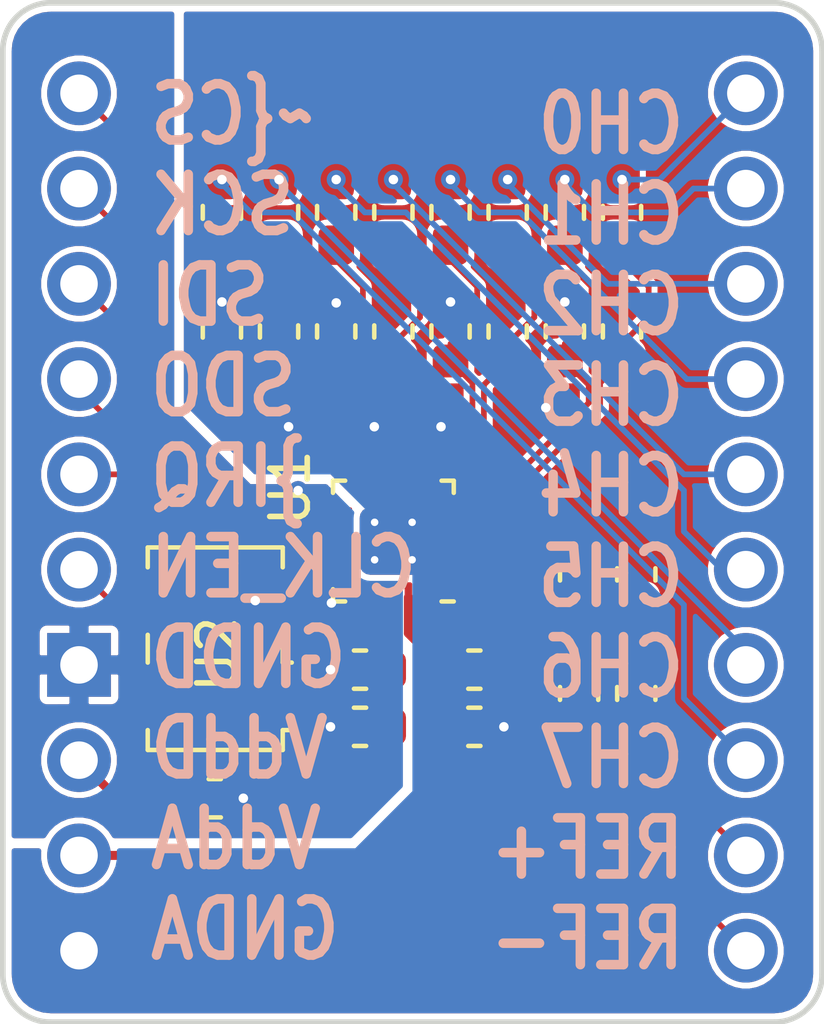
<source format=kicad_pcb>
(kicad_pcb (version 20171130) (host pcbnew 5.1.5)

  (general
    (thickness 1.6)
    (drawings 11)
    (tracks 249)
    (zones 0)
    (modules 29)
    (nets 32)
  )

  (page User 132.004 102.006)
  (title_block
    (title "MCP356x Breakout")
    (date 2019-11-20)
    (rev 3)
    (company Manuvr)
  )

  (layers
    (0 F.Cu signal)
    (31 B.Cu signal hide)
    (32 B.Adhes user)
    (33 F.Adhes user)
    (34 B.Paste user)
    (35 F.Paste user)
    (36 B.SilkS user)
    (37 F.SilkS user)
    (38 B.Mask user)
    (39 F.Mask user)
    (40 Dwgs.User user)
    (41 Cmts.User user)
    (42 Eco1.User user)
    (43 Eco2.User user)
    (44 Edge.Cuts user)
    (45 Margin user)
    (46 B.CrtYd user)
    (47 F.CrtYd user)
    (48 B.Fab user)
    (49 F.Fab user hide)
  )

  (setup
    (last_trace_width 0.1524)
    (trace_clearance 0.1524)
    (zone_clearance 0.16)
    (zone_45_only no)
    (trace_min 0.1524)
    (via_size 0.508)
    (via_drill 0.254)
    (via_min_size 0.508)
    (via_min_drill 0.254)
    (uvia_size 0.508)
    (uvia_drill 0.254)
    (uvias_allowed no)
    (uvia_min_size 0.508)
    (uvia_min_drill 0.254)
    (edge_width 0.15)
    (segment_width 0.15)
    (pcb_text_width 0.3)
    (pcb_text_size 1.5 1.5)
    (mod_edge_width 0.15)
    (mod_text_size 1 1)
    (mod_text_width 0.15)
    (pad_size 1.7 1.7)
    (pad_drill 1)
    (pad_to_mask_clearance 0.0508)
    (aux_axis_origin 0 0)
    (visible_elements FFFFFF7F)
    (pcbplotparams
      (layerselection 0x010fc_ffffffff)
      (usegerberextensions false)
      (usegerberattributes false)
      (usegerberadvancedattributes false)
      (creategerberjobfile false)
      (excludeedgelayer true)
      (linewidth 0.100000)
      (plotframeref false)
      (viasonmask false)
      (mode 1)
      (useauxorigin false)
      (hpglpennumber 1)
      (hpglpenspeed 20)
      (hpglpendiameter 15.000000)
      (psnegative false)
      (psa4output false)
      (plotreference true)
      (plotvalue true)
      (plotinvisibletext false)
      (padsonsilk false)
      (subtractmaskfromsilk false)
      (outputformat 1)
      (mirror false)
      (drillshape 0)
      (scaleselection 1)
      (outputdirectory "MCP3564-Breakout/"))
  )

  (net 0 "")
  (net 1 /VddA)
  (net 2 /GNDA)
  (net 3 /VddD)
  (net 4 /GNDD)
  (net 5 /SDI)
  (net 6 /SDO)
  (net 7 /SCK)
  (net 8 /~CS)
  (net 9 /REFIN-)
  (net 10 "Net-(C5-Pad1)")
  (net 11 "Net-(C6-Pad1)")
  (net 12 "Net-(C7-Pad1)")
  (net 13 /REFIN+)
  (net 14 /~IRQ)
  (net 15 /MCLK)
  (net 16 /CH0)
  (net 17 /CH1)
  (net 18 /CH2)
  (net 19 /CH3)
  (net 20 /CH4)
  (net 21 /CH5)
  (net 22 /CH6)
  (net 23 /CH7)
  (net 24 "Net-(C0-Pad1)")
  (net 25 "Net-(C1-Pad1)")
  (net 26 "Net-(C2-Pad1)")
  (net 27 "Net-(C3-Pad1)")
  (net 28 "Net-(C4-Pad1)")
  (net 29 "Net-(J3-Pad9)")
  (net 30 "Net-(J3-Pad10)")
  (net 31 /OSC_EN)

  (net_class Default "This is the default net class."
    (clearance 0.1524)
    (trace_width 0.1524)
    (via_dia 0.508)
    (via_drill 0.254)
    (uvia_dia 0.508)
    (uvia_drill 0.254)
    (add_net /CH0)
    (add_net /CH1)
    (add_net /CH2)
    (add_net /CH3)
    (add_net /CH4)
    (add_net /CH5)
    (add_net /CH6)
    (add_net /CH7)
    (add_net /MCLK)
    (add_net /OSC_EN)
    (add_net /REFIN+)
    (add_net /REFIN-)
    (add_net /SCK)
    (add_net /SDI)
    (add_net /SDO)
    (add_net /~CS)
    (add_net /~IRQ)
    (add_net "Net-(C0-Pad1)")
    (add_net "Net-(C1-Pad1)")
    (add_net "Net-(C2-Pad1)")
    (add_net "Net-(C3-Pad1)")
    (add_net "Net-(C4-Pad1)")
    (add_net "Net-(C5-Pad1)")
    (add_net "Net-(C6-Pad1)")
    (add_net "Net-(C7-Pad1)")
    (add_net "Net-(J3-Pad10)")
    (add_net "Net-(J3-Pad9)")
  )

  (net_class PowerNets ""
    (clearance 0.1524)
    (trace_width 0.24)
    (via_dia 0.508)
    (via_drill 0.254)
    (uvia_dia 0.508)
    (uvia_drill 0.254)
    (add_net /GNDA)
    (add_net /GNDD)
    (add_net /VddA)
    (add_net /VddD)
  )

  (module Connector_PinHeader_2.54mm:PinHeader_1x10_P2.54mm_Vertical (layer F.Cu) (tedit 5D96DAF4) (tstamp 5D9A4912)
    (at 17.78 45.72 180)
    (descr "Through hole straight pin header, 1x10, 2.54mm pitch, single row")
    (tags "Through hole pin header THT 1x10 2.54mm single row")
    (path /5CBA7EE2)
    (fp_text reference J2 (at 0 -2.33 180) (layer F.SilkS) hide
      (effects (font (size 1 1) (thickness 0.15)))
    )
    (fp_text value Conn_01x08_Male (at 0.381 10.922 270) (layer F.Fab)
      (effects (font (size 1 1) (thickness 0.15)))
    )
    (fp_text user %R (at 0 11.43 270) (layer F.Fab)
      (effects (font (size 1 1) (thickness 0.15)))
    )
    (fp_line (start -1.27 -0.635) (end -0.635 -1.27) (layer F.Fab) (width 0.1))
    (fp_line (start -1.27 24.13) (end -1.27 -0.635) (layer F.Fab) (width 0.1))
    (fp_line (start 1.27 24.13) (end -1.27 24.13) (layer F.Fab) (width 0.1))
    (fp_line (start 1.27 -1.27) (end 1.27 24.13) (layer F.Fab) (width 0.1))
    (fp_line (start -0.635 -1.27) (end 1.27 -1.27) (layer F.Fab) (width 0.1))
    (pad 10 thru_hole oval (at 0 22.86 180) (size 1.7 1.7) (drill 1) (layers *.Cu *.Mask)
      (net 8 /~CS))
    (pad 9 thru_hole oval (at 0 20.32 180) (size 1.7 1.7) (drill 1) (layers *.Cu *.Mask)
      (net 7 /SCK))
    (pad 8 thru_hole oval (at 0 17.78 180) (size 1.7 1.7) (drill 1) (layers *.Cu *.Mask)
      (net 5 /SDI))
    (pad 7 thru_hole oval (at 0 15.24 180) (size 1.7 1.7) (drill 1) (layers *.Cu *.Mask)
      (net 6 /SDO))
    (pad 6 thru_hole oval (at 0 12.7 180) (size 1.7 1.7) (drill 1) (layers *.Cu *.Mask)
      (net 14 /~IRQ))
    (pad 5 thru_hole oval (at 0 10.16 180) (size 1.7 1.7) (drill 1) (layers *.Cu *.Mask)
      (net 31 /OSC_EN))
    (pad 4 thru_hole rect (at 0 7.62 180) (size 1.7 1.7) (drill 1) (layers *.Cu *.Mask)
      (net 4 /GNDD))
    (pad 3 thru_hole oval (at 0 5.08 180) (size 1.7 1.7) (drill 1) (layers *.Cu *.Mask)
      (net 3 /VddD))
    (pad 2 thru_hole oval (at 0 2.54 180) (size 1.7 1.7) (drill 1) (layers *.Cu *.Mask)
      (net 1 /VddA))
    (pad 1 thru_hole rect (at 0 0 180) (size 1.7 1.7) (drill 1) (layers *.Cu *.Mask)
      (net 2 /GNDA))
    (model ${KISYS3DMOD}/Connector_PinHeader_2.54mm.3dshapes/PinHeader_1x10_P2.54mm_Vertical.wrl
      (at (xyz 0 0 0))
      (scale (xyz 1 1 1))
      (rotate (xyz 0 0 0))
    )
  )

  (module Package_DFN_QFN:QFN-20-1EP_3x3mm_P0.45mm_EP1.6x1.6mm_ThermalVias (layer F.Cu) (tedit 5DD6196C) (tstamp 5DA55EEB)
    (at 26.162 34.798 180)
    (descr "QFN, 20 Pin (http://ww1.microchip.com/downloads/en/DeviceDoc/atmel-8235-8-bit-avr-microcontroller-attiny20_datasheet.pdf (Page 212)), generated with kicad-footprint-generator ipc_dfn_qfn_generator.py")
    (tags "QFN DFN_QFN")
    (path /5D96EC52)
    (attr smd)
    (fp_text reference U1 (at 2.752 1.418 270) (layer F.SilkS)
      (effects (font (size 1 1) (thickness 0.15)))
    )
    (fp_text value MCP3964 (at 0 2.82 180) (layer F.Fab)
      (effects (font (size 1 1) (thickness 0.15)))
    )
    (fp_line (start 1.285 -1.61) (end 1.61 -1.61) (layer F.SilkS) (width 0.12))
    (fp_line (start 1.61 -1.61) (end 1.61 -1.285) (layer F.SilkS) (width 0.12))
    (fp_line (start -1.285 1.61) (end -1.61 1.61) (layer F.SilkS) (width 0.12))
    (fp_line (start -1.61 1.61) (end -1.61 1.285) (layer F.SilkS) (width 0.12))
    (fp_line (start 1.285 1.61) (end 1.61 1.61) (layer F.SilkS) (width 0.12))
    (fp_line (start 1.61 1.61) (end 1.61 1.285) (layer F.SilkS) (width 0.12))
    (fp_line (start -1.285 -1.61) (end -1.61 -1.61) (layer F.SilkS) (width 0.12))
    (fp_line (start -0.75 -1.5) (end 1.5 -1.5) (layer F.Fab) (width 0.1))
    (fp_line (start 1.5 -1.5) (end 1.5 1.5) (layer F.Fab) (width 0.1))
    (fp_line (start 1.5 1.5) (end -1.5 1.5) (layer F.Fab) (width 0.1))
    (fp_line (start -1.5 1.5) (end -1.5 -0.75) (layer F.Fab) (width 0.1))
    (fp_line (start -1.5 -0.75) (end -0.75 -1.5) (layer F.Fab) (width 0.1))
    (fp_line (start -2.12 -2.12) (end -2.12 2.12) (layer F.CrtYd) (width 0.05))
    (fp_line (start -2.12 2.12) (end 2.12 2.12) (layer F.CrtYd) (width 0.05))
    (fp_line (start 2.12 2.12) (end 2.12 -2.12) (layer F.CrtYd) (width 0.05))
    (fp_line (start 2.12 -2.12) (end -2.12 -2.12) (layer F.CrtYd) (width 0.05))
    (fp_text user %R (at 0 0 180) (layer F.Fab)
      (effects (font (size 0.75 0.75) (thickness 0.11)))
    )
    (pad 21 smd roundrect (at 0 0 180) (size 1.8 1.8) (layers F.Cu F.Mask) (roundrect_rratio 0.156)
      (net 2 /GNDA))
    (pad 21 thru_hole circle (at -0.5 -0.5 180) (size 0.5 0.5) (drill 0.2) (layers *.Cu)
      (net 2 /GNDA))
    (pad 21 thru_hole circle (at 0.5 -0.5 180) (size 0.5 0.5) (drill 0.2) (layers *.Cu)
      (net 2 /GNDA))
    (pad 21 thru_hole circle (at -0.5 0.5 180) (size 0.5 0.5) (drill 0.2) (layers *.Cu)
      (net 2 /GNDA))
    (pad 21 thru_hole circle (at 0.5 0.5 180) (size 0.5 0.5) (drill 0.2) (layers *.Cu)
      (net 2 /GNDA))
    (pad 21 smd roundrect (at 0 0 180) (size 1.8 1.8) (layers B.Cu) (roundrect_rratio 0.156)
      (net 2 /GNDA))
    (pad "" smd roundrect (at -0.4 -0.4 180) (size 0.69 0.69) (layers F.Paste) (roundrect_rratio 0.25))
    (pad "" smd roundrect (at -0.4 0.4 180) (size 0.69 0.69) (layers F.Paste) (roundrect_rratio 0.25))
    (pad "" smd roundrect (at 0.4 -0.4 180) (size 0.69 0.69) (layers F.Paste) (roundrect_rratio 0.25))
    (pad "" smd roundrect (at 0.4 0.4 180) (size 0.69 0.69) (layers F.Paste) (roundrect_rratio 0.25))
    (pad 2 smd roundrect (at -1.5 -0.4 180) (size 0.8 0.2) (layers F.Cu F.Paste F.Mask) (roundrect_rratio 0.25)
      (net 13 /REFIN+))
    (pad 3 smd roundrect (at -1.5 0 180) (size 0.8 0.2) (layers F.Cu F.Paste F.Mask) (roundrect_rratio 0.25)
      (net 24 "Net-(C0-Pad1)"))
    (pad 4 smd roundrect (at -1.5 0.4 180) (size 0.8 0.2) (layers F.Cu F.Paste F.Mask) (roundrect_rratio 0.25)
      (net 25 "Net-(C1-Pad1)"))
    (pad 7 smd roundrect (at -0.4 1.5 180) (size 0.2 0.8) (layers F.Cu F.Paste F.Mask) (roundrect_rratio 0.25)
      (net 28 "Net-(C4-Pad1)"))
    (pad 8 smd roundrect (at 0 1.5 180) (size 0.2 0.8) (layers F.Cu F.Paste F.Mask) (roundrect_rratio 0.25)
      (net 10 "Net-(C5-Pad1)"))
    (pad 9 smd roundrect (at 0.4 1.5 180) (size 0.2 0.8) (layers F.Cu F.Paste F.Mask) (roundrect_rratio 0.25)
      (net 11 "Net-(C6-Pad1)"))
    (pad 12 smd roundrect (at 1.5 0.4 180) (size 0.8 0.2) (layers F.Cu F.Paste F.Mask) (roundrect_rratio 0.25)
      (net 7 /SCK))
    (pad 13 smd roundrect (at 1.5 0 180) (size 0.8 0.2) (layers F.Cu F.Paste F.Mask) (roundrect_rratio 0.25)
      (net 5 /SDI))
    (pad 14 smd roundrect (at 1.5 -0.4 180) (size 0.8 0.2) (layers F.Cu F.Paste F.Mask) (roundrect_rratio 0.25)
      (net 6 /SDO))
    (pad 17 smd roundrect (at 0.4 -1.5 180) (size 0.2 0.8) (layers F.Cu F.Paste F.Mask) (roundrect_rratio 0.25)
      (net 4 /GNDD))
    (pad 18 smd roundrect (at 0 -1.5 180) (size 0.2 0.8) (layers F.Cu F.Paste F.Mask) (roundrect_rratio 0.25)
      (net 3 /VddD))
    (pad 19 smd roundrect (at -0.4 -1.5 180) (size 0.2 0.8) (layers F.Cu F.Paste F.Mask) (roundrect_rratio 0.25)
      (net 1 /VddA))
    (pad 1 smd roundrect (at -1.5 -0.8 180) (size 0.8 0.2) (layers F.Cu F.Paste F.Mask) (roundrect_rratio 0.25)
      (net 9 /REFIN-))
    (pad 20 smd roundrect (at -0.8 -1.5 180) (size 0.2 0.8) (layers F.Cu F.Paste F.Mask) (roundrect_rratio 0.25)
      (net 2 /GNDA))
    (pad 16 smd roundrect (at 0.8 -1.5 180) (size 0.2 0.8) (layers F.Cu F.Paste F.Mask) (roundrect_rratio 0.25)
      (net 15 /MCLK))
    (pad 5 smd roundrect (at -1.5 0.8 180) (size 0.8 0.2) (layers F.Cu F.Paste F.Mask) (roundrect_rratio 0.25)
      (net 26 "Net-(C2-Pad1)"))
    (pad 6 smd roundrect (at -0.8 1.5 180) (size 0.2 0.8) (layers F.Cu F.Paste F.Mask) (roundrect_rratio 0.25)
      (net 27 "Net-(C3-Pad1)"))
    (pad 10 smd roundrect (at 0.8 1.5 180) (size 0.2 0.8) (layers F.Cu F.Paste F.Mask) (roundrect_rratio 0.25)
      (net 12 "Net-(C7-Pad1)"))
    (pad 11 smd roundrect (at 1.5 0.8 180) (size 0.8 0.2) (layers F.Cu F.Paste F.Mask) (roundrect_rratio 0.25)
      (net 8 /~CS))
    (pad 15 smd roundrect (at 1.5 -0.8 180) (size 0.8 0.2) (layers F.Cu F.Paste F.Mask) (roundrect_rratio 0.25)
      (net 14 /~IRQ))
    (model ${KISYS3DMOD}/Package_DFN_QFN.3dshapes/QFN-20-1EP_3x3mm_P0.45mm_EP1.6x1.6mm.wrl
      (at (xyz 0 0 0))
      (scale (xyz 1 1 1))
      (rotate (xyz 0 0 0))
    )
  )

  (module Connector_PinHeader_2.54mm:PinHeader_1x10_P2.54mm_Vertical (layer F.Cu) (tedit 5D96DB26) (tstamp 5D9A492F)
    (at 35.56 22.86)
    (descr "Through hole straight pin header, 1x10, 2.54mm pitch, single row")
    (tags "Through hole pin header THT 1x10 2.54mm single row")
    (path /5CBA6185)
    (fp_text reference J3 (at 0 -2.33) (layer F.SilkS) hide
      (effects (font (size 1 1) (thickness 0.15)))
    )
    (fp_text value Conn_01x08_Male (at 0.762 12.827 90) (layer F.Fab)
      (effects (font (size 1 1) (thickness 0.15)))
    )
    (fp_line (start -0.635 -1.27) (end 1.27 -1.27) (layer F.Fab) (width 0.1))
    (fp_line (start 1.27 -1.27) (end 1.27 24.13) (layer F.Fab) (width 0.1))
    (fp_line (start 1.27 24.13) (end -1.27 24.13) (layer F.Fab) (width 0.1))
    (fp_line (start -1.27 24.13) (end -1.27 -0.635) (layer F.Fab) (width 0.1))
    (fp_line (start -1.27 -0.635) (end -0.635 -1.27) (layer F.Fab) (width 0.1))
    (fp_text user %R (at 0 11.43 90) (layer F.Fab)
      (effects (font (size 1 1) (thickness 0.15)))
    )
    (pad 1 thru_hole oval (at 0 0) (size 1.7 1.7) (drill 1) (layers *.Cu *.Mask)
      (net 16 /CH0))
    (pad 2 thru_hole oval (at 0 2.54) (size 1.7 1.7) (drill 1) (layers *.Cu *.Mask)
      (net 17 /CH1))
    (pad 3 thru_hole oval (at 0 5.08) (size 1.7 1.7) (drill 1) (layers *.Cu *.Mask)
      (net 18 /CH2))
    (pad 4 thru_hole oval (at 0 7.62) (size 1.7 1.7) (drill 1) (layers *.Cu *.Mask)
      (net 19 /CH3))
    (pad 5 thru_hole oval (at 0 10.16) (size 1.7 1.7) (drill 1) (layers *.Cu *.Mask)
      (net 20 /CH4))
    (pad 6 thru_hole oval (at 0 12.7) (size 1.7 1.7) (drill 1) (layers *.Cu *.Mask)
      (net 21 /CH5))
    (pad 7 thru_hole oval (at 0 15.24) (size 1.7 1.7) (drill 1) (layers *.Cu *.Mask)
      (net 22 /CH6))
    (pad 8 thru_hole oval (at 0 17.78) (size 1.7 1.7) (drill 1) (layers *.Cu *.Mask)
      (net 23 /CH7))
    (pad 9 thru_hole oval (at 0 20.32) (size 1.7 1.7) (drill 1) (layers *.Cu *.Mask)
      (net 29 "Net-(J3-Pad9)"))
    (pad 10 thru_hole oval (at 0 22.86) (size 1.7 1.7) (drill 1) (layers *.Cu *.Mask)
      (net 30 "Net-(J3-Pad10)"))
    (model ${KISYS3DMOD}/Connector_PinHeader_2.54mm.3dshapes/PinHeader_1x10_P2.54mm_Vertical.wrl
      (at (xyz 0 0 0))
      (scale (xyz 1 1 1))
      (rotate (xyz 0 0 0))
    )
  )

  (module Capacitor_SMD:C_0603_1608Metric (layer F.Cu) (tedit 5D96EB13) (tstamp 5CB9E069)
    (at 30.734 29.21 90)
    (descr "Capacitor SMD 0603 (1608 Metric), square (rectangular) end terminal, IPC_7351 nominal, (Body size source: http://www.tortai-tech.com/upload/download/2011102023233369053.pdf), generated with kicad-footprint-generator")
    (tags capacitor)
    (path /5CB7777C)
    (attr smd)
    (fp_text reference C1 (at 4.826 0 90) (layer F.SilkS) hide
      (effects (font (size 1 1) (thickness 0.15)))
    )
    (fp_text value 0.1uF (at 0 1.43 90) (layer F.Fab) hide
      (effects (font (size 1 1) (thickness 0.15)))
    )
    (fp_text user %R (at 0 0 90) (layer F.Fab)
      (effects (font (size 0.4 0.4) (thickness 0.06)))
    )
    (fp_line (start 1.48 0.73) (end -1.48 0.73) (layer F.CrtYd) (width 0.05))
    (fp_line (start 1.48 -0.73) (end 1.48 0.73) (layer F.CrtYd) (width 0.05))
    (fp_line (start -1.48 -0.73) (end 1.48 -0.73) (layer F.CrtYd) (width 0.05))
    (fp_line (start -1.48 0.73) (end -1.48 -0.73) (layer F.CrtYd) (width 0.05))
    (fp_line (start -0.162779 0.51) (end 0.162779 0.51) (layer F.SilkS) (width 0.12))
    (fp_line (start -0.162779 -0.51) (end 0.162779 -0.51) (layer F.SilkS) (width 0.12))
    (fp_line (start 0.8 0.4) (end -0.8 0.4) (layer F.Fab) (width 0.1))
    (fp_line (start 0.8 -0.4) (end 0.8 0.4) (layer F.Fab) (width 0.1))
    (fp_line (start -0.8 -0.4) (end 0.8 -0.4) (layer F.Fab) (width 0.1))
    (fp_line (start -0.8 0.4) (end -0.8 -0.4) (layer F.Fab) (width 0.1))
    (pad 2 smd roundrect (at 0.7875 0 90) (size 0.875 0.95) (layers F.Cu F.Paste F.Mask) (roundrect_rratio 0.25)
      (net 2 /GNDA))
    (pad 1 smd roundrect (at -0.7875 0 90) (size 0.875 0.95) (layers F.Cu F.Paste F.Mask) (roundrect_rratio 0.25)
      (net 25 "Net-(C1-Pad1)"))
    (model ${KISYS3DMOD}/Capacitor_SMD.3dshapes/C_0603_1608Metric.wrl
      (at (xyz 0 0 0))
      (scale (xyz 1 1 1))
      (rotate (xyz 0 0 0))
    )
  )

  (module Capacitor_SMD:C_0603_1608Metric (layer F.Cu) (tedit 5D96EB51) (tstamp 5CB9E07A)
    (at 29.21 29.21 90)
    (descr "Capacitor SMD 0603 (1608 Metric), square (rectangular) end terminal, IPC_7351 nominal, (Body size source: http://www.tortai-tech.com/upload/download/2011102023233369053.pdf), generated with kicad-footprint-generator")
    (tags capacitor)
    (path /5D97E414)
    (attr smd)
    (fp_text reference C2 (at 4.826 0 90) (layer F.SilkS) hide
      (effects (font (size 1 1) (thickness 0.15)))
    )
    (fp_text value 0.1uF (at 0 1.43 90) (layer F.Fab) hide
      (effects (font (size 1 1) (thickness 0.15)))
    )
    (fp_text user %R (at 0 0 90) (layer F.Fab)
      (effects (font (size 0.4 0.4) (thickness 0.06)))
    )
    (fp_line (start 1.48 0.73) (end -1.48 0.73) (layer F.CrtYd) (width 0.05))
    (fp_line (start 1.48 -0.73) (end 1.48 0.73) (layer F.CrtYd) (width 0.05))
    (fp_line (start -1.48 -0.73) (end 1.48 -0.73) (layer F.CrtYd) (width 0.05))
    (fp_line (start -1.48 0.73) (end -1.48 -0.73) (layer F.CrtYd) (width 0.05))
    (fp_line (start -0.162779 0.51) (end 0.162779 0.51) (layer F.SilkS) (width 0.12))
    (fp_line (start -0.162779 -0.51) (end 0.162779 -0.51) (layer F.SilkS) (width 0.12))
    (fp_line (start 0.8 0.4) (end -0.8 0.4) (layer F.Fab) (width 0.1))
    (fp_line (start 0.8 -0.4) (end 0.8 0.4) (layer F.Fab) (width 0.1))
    (fp_line (start -0.8 -0.4) (end 0.8 -0.4) (layer F.Fab) (width 0.1))
    (fp_line (start -0.8 0.4) (end -0.8 -0.4) (layer F.Fab) (width 0.1))
    (pad 2 smd roundrect (at 0.7875 0 90) (size 0.875 0.95) (layers F.Cu F.Paste F.Mask) (roundrect_rratio 0.25)
      (net 2 /GNDA))
    (pad 1 smd roundrect (at -0.7875 0 90) (size 0.875 0.95) (layers F.Cu F.Paste F.Mask) (roundrect_rratio 0.25)
      (net 26 "Net-(C2-Pad1)"))
    (model ${KISYS3DMOD}/Capacitor_SMD.3dshapes/C_0603_1608Metric.wrl
      (at (xyz 0 0 0))
      (scale (xyz 1 1 1))
      (rotate (xyz 0 0 0))
    )
  )

  (module Capacitor_SMD:C_0603_1608Metric (layer F.Cu) (tedit 5D96EB56) (tstamp 5CB9E08B)
    (at 27.686 29.21 90)
    (descr "Capacitor SMD 0603 (1608 Metric), square (rectangular) end terminal, IPC_7351 nominal, (Body size source: http://www.tortai-tech.com/upload/download/2011102023233369053.pdf), generated with kicad-footprint-generator")
    (tags capacitor)
    (path /5CB83BFF)
    (attr smd)
    (fp_text reference C3 (at 4.826 0 90) (layer F.SilkS) hide
      (effects (font (size 1 1) (thickness 0.15)))
    )
    (fp_text value 0.1uF (at 0 1.43 90) (layer F.Fab) hide
      (effects (font (size 1 1) (thickness 0.15)))
    )
    (fp_line (start -0.8 0.4) (end -0.8 -0.4) (layer F.Fab) (width 0.1))
    (fp_line (start -0.8 -0.4) (end 0.8 -0.4) (layer F.Fab) (width 0.1))
    (fp_line (start 0.8 -0.4) (end 0.8 0.4) (layer F.Fab) (width 0.1))
    (fp_line (start 0.8 0.4) (end -0.8 0.4) (layer F.Fab) (width 0.1))
    (fp_line (start -0.162779 -0.51) (end 0.162779 -0.51) (layer F.SilkS) (width 0.12))
    (fp_line (start -0.162779 0.51) (end 0.162779 0.51) (layer F.SilkS) (width 0.12))
    (fp_line (start -1.48 0.73) (end -1.48 -0.73) (layer F.CrtYd) (width 0.05))
    (fp_line (start -1.48 -0.73) (end 1.48 -0.73) (layer F.CrtYd) (width 0.05))
    (fp_line (start 1.48 -0.73) (end 1.48 0.73) (layer F.CrtYd) (width 0.05))
    (fp_line (start 1.48 0.73) (end -1.48 0.73) (layer F.CrtYd) (width 0.05))
    (fp_text user %R (at 0 0 90) (layer F.Fab)
      (effects (font (size 0.4 0.4) (thickness 0.06)))
    )
    (pad 1 smd roundrect (at -0.7875 0 90) (size 0.875 0.95) (layers F.Cu F.Paste F.Mask) (roundrect_rratio 0.25)
      (net 27 "Net-(C3-Pad1)"))
    (pad 2 smd roundrect (at 0.7875 0 90) (size 0.875 0.95) (layers F.Cu F.Paste F.Mask) (roundrect_rratio 0.25)
      (net 2 /GNDA))
    (model ${KISYS3DMOD}/Capacitor_SMD.3dshapes/C_0603_1608Metric.wrl
      (at (xyz 0 0 0))
      (scale (xyz 1 1 1))
      (rotate (xyz 0 0 0))
    )
  )

  (module Capacitor_SMD:C_0603_1608Metric (layer F.Cu) (tedit 5D96EB65) (tstamp 5CB9E09C)
    (at 26.162 29.21 90)
    (descr "Capacitor SMD 0603 (1608 Metric), square (rectangular) end terminal, IPC_7351 nominal, (Body size source: http://www.tortai-tech.com/upload/download/2011102023233369053.pdf), generated with kicad-footprint-generator")
    (tags capacitor)
    (path /5D97E1DE)
    (attr smd)
    (fp_text reference C4 (at 4.826 0 90) (layer F.SilkS) hide
      (effects (font (size 1 1) (thickness 0.15)))
    )
    (fp_text value 0.1uF (at 0 1.43 90) (layer F.Fab) hide
      (effects (font (size 1 1) (thickness 0.15)))
    )
    (fp_text user %R (at 0 0 90) (layer F.Fab)
      (effects (font (size 0.4 0.4) (thickness 0.06)))
    )
    (fp_line (start 1.48 0.73) (end -1.48 0.73) (layer F.CrtYd) (width 0.05))
    (fp_line (start 1.48 -0.73) (end 1.48 0.73) (layer F.CrtYd) (width 0.05))
    (fp_line (start -1.48 -0.73) (end 1.48 -0.73) (layer F.CrtYd) (width 0.05))
    (fp_line (start -1.48 0.73) (end -1.48 -0.73) (layer F.CrtYd) (width 0.05))
    (fp_line (start -0.162779 0.51) (end 0.162779 0.51) (layer F.SilkS) (width 0.12))
    (fp_line (start -0.162779 -0.51) (end 0.162779 -0.51) (layer F.SilkS) (width 0.12))
    (fp_line (start 0.8 0.4) (end -0.8 0.4) (layer F.Fab) (width 0.1))
    (fp_line (start 0.8 -0.4) (end 0.8 0.4) (layer F.Fab) (width 0.1))
    (fp_line (start -0.8 -0.4) (end 0.8 -0.4) (layer F.Fab) (width 0.1))
    (fp_line (start -0.8 0.4) (end -0.8 -0.4) (layer F.Fab) (width 0.1))
    (pad 2 smd roundrect (at 0.7875 0 90) (size 0.875 0.95) (layers F.Cu F.Paste F.Mask) (roundrect_rratio 0.25)
      (net 2 /GNDA))
    (pad 1 smd roundrect (at -0.7875 0 90) (size 0.875 0.95) (layers F.Cu F.Paste F.Mask) (roundrect_rratio 0.25)
      (net 28 "Net-(C4-Pad1)"))
    (model ${KISYS3DMOD}/Capacitor_SMD.3dshapes/C_0603_1608Metric.wrl
      (at (xyz 0 0 0))
      (scale (xyz 1 1 1))
      (rotate (xyz 0 0 0))
    )
  )

  (module Resistor_SMD:R_0603_1608Metric_Pad1.05x0.95mm_HandSolder (layer F.Cu) (tedit 5D96EB24) (tstamp 5CB9E10C)
    (at 30.734 26.035 270)
    (descr "Resistor SMD 0603 (1608 Metric), square (rectangular) end terminal, IPC_7351 nominal with elongated pad for handsoldering. (Body size source: http://www.tortai-tech.com/upload/download/2011102023233369053.pdf), generated with kicad-footprint-generator")
    (tags "resistor handsolder")
    (path /5CB8886F)
    (attr smd)
    (fp_text reference R1 (at 5.842 0 270) (layer F.SilkS) hide
      (effects (font (size 1 1) (thickness 0.15)))
    )
    (fp_text value 100 (at 0 1.43 270) (layer F.Fab) hide
      (effects (font (size 1 1) (thickness 0.15)))
    )
    (fp_line (start -0.8 0.4) (end -0.8 -0.4) (layer F.Fab) (width 0.1))
    (fp_line (start -0.8 -0.4) (end 0.8 -0.4) (layer F.Fab) (width 0.1))
    (fp_line (start 0.8 -0.4) (end 0.8 0.4) (layer F.Fab) (width 0.1))
    (fp_line (start 0.8 0.4) (end -0.8 0.4) (layer F.Fab) (width 0.1))
    (fp_line (start -0.171267 -0.51) (end 0.171267 -0.51) (layer F.SilkS) (width 0.12))
    (fp_line (start -0.171267 0.51) (end 0.171267 0.51) (layer F.SilkS) (width 0.12))
    (fp_line (start -1.65 0.73) (end -1.65 -0.73) (layer F.CrtYd) (width 0.05))
    (fp_line (start -1.65 -0.73) (end 1.65 -0.73) (layer F.CrtYd) (width 0.05))
    (fp_line (start 1.65 -0.73) (end 1.65 0.73) (layer F.CrtYd) (width 0.05))
    (fp_line (start 1.65 0.73) (end -1.65 0.73) (layer F.CrtYd) (width 0.05))
    (fp_text user %R (at 0 0 270) (layer F.Fab)
      (effects (font (size 0.4 0.4) (thickness 0.06)))
    )
    (pad 1 smd roundrect (at -0.875 0 270) (size 1.05 0.95) (layers F.Cu F.Paste F.Mask) (roundrect_rratio 0.25)
      (net 17 /CH1))
    (pad 2 smd roundrect (at 0.875 0 270) (size 1.05 0.95) (layers F.Cu F.Paste F.Mask) (roundrect_rratio 0.25)
      (net 25 "Net-(C1-Pad1)"))
    (model ${KISYS3DMOD}/Resistor_SMD.3dshapes/R_0603_1608Metric.wrl
      (at (xyz 0 0 0))
      (scale (xyz 1 1 1))
      (rotate (xyz 0 0 0))
    )
  )

  (module Capacitor_SMD:C_0603_1608Metric (layer F.Cu) (tedit 5D96EB62) (tstamp 5CBACE94)
    (at 24.638 29.21 90)
    (descr "Capacitor SMD 0603 (1608 Metric), square (rectangular) end terminal, IPC_7351 nominal, (Body size source: http://www.tortai-tech.com/upload/download/2011102023233369053.pdf), generated with kicad-footprint-generator")
    (tags capacitor)
    (path /5CB7C8B4)
    (attr smd)
    (fp_text reference C5 (at 4.826 0 90) (layer F.SilkS) hide
      (effects (font (size 1 1) (thickness 0.15)))
    )
    (fp_text value 0.1uF (at 0 1.43 90) (layer F.Fab) hide
      (effects (font (size 1 1) (thickness 0.15)))
    )
    (fp_line (start -0.8 0.4) (end -0.8 -0.4) (layer F.Fab) (width 0.1))
    (fp_line (start -0.8 -0.4) (end 0.8 -0.4) (layer F.Fab) (width 0.1))
    (fp_line (start 0.8 -0.4) (end 0.8 0.4) (layer F.Fab) (width 0.1))
    (fp_line (start 0.8 0.4) (end -0.8 0.4) (layer F.Fab) (width 0.1))
    (fp_line (start -0.162779 -0.51) (end 0.162779 -0.51) (layer F.SilkS) (width 0.12))
    (fp_line (start -0.162779 0.51) (end 0.162779 0.51) (layer F.SilkS) (width 0.12))
    (fp_line (start -1.48 0.73) (end -1.48 -0.73) (layer F.CrtYd) (width 0.05))
    (fp_line (start -1.48 -0.73) (end 1.48 -0.73) (layer F.CrtYd) (width 0.05))
    (fp_line (start 1.48 -0.73) (end 1.48 0.73) (layer F.CrtYd) (width 0.05))
    (fp_line (start 1.48 0.73) (end -1.48 0.73) (layer F.CrtYd) (width 0.05))
    (fp_text user %R (at 0 0 90) (layer F.Fab)
      (effects (font (size 0.4 0.4) (thickness 0.06)))
    )
    (pad 1 smd roundrect (at -0.7875 0 90) (size 0.875 0.95) (layers F.Cu F.Paste F.Mask) (roundrect_rratio 0.25)
      (net 10 "Net-(C5-Pad1)"))
    (pad 2 smd roundrect (at 0.7875 0 90) (size 0.875 0.95) (layers F.Cu F.Paste F.Mask) (roundrect_rratio 0.25)
      (net 2 /GNDA))
    (model ${KISYS3DMOD}/Capacitor_SMD.3dshapes/C_0603_1608Metric.wrl
      (at (xyz 0 0 0))
      (scale (xyz 1 1 1))
      (rotate (xyz 0 0 0))
    )
  )

  (module Capacitor_SMD:C_0603_1608Metric (layer F.Cu) (tedit 5D96EB76) (tstamp 5D96C44C)
    (at 23.114 29.21 90)
    (descr "Capacitor SMD 0603 (1608 Metric), square (rectangular) end terminal, IPC_7351 nominal, (Body size source: http://www.tortai-tech.com/upload/download/2011102023233369053.pdf), generated with kicad-footprint-generator")
    (tags capacitor)
    (path /5D97E40B)
    (attr smd)
    (fp_text reference C6 (at 4.826 0 90) (layer F.SilkS) hide
      (effects (font (size 1 1) (thickness 0.15)))
    )
    (fp_text value 0.1uF (at 0 1.43 90) (layer F.Fab)
      (effects (font (size 1 1) (thickness 0.15)))
    )
    (fp_line (start -0.8 0.4) (end -0.8 -0.4) (layer F.Fab) (width 0.1))
    (fp_line (start -0.8 -0.4) (end 0.8 -0.4) (layer F.Fab) (width 0.1))
    (fp_line (start 0.8 -0.4) (end 0.8 0.4) (layer F.Fab) (width 0.1))
    (fp_line (start 0.8 0.4) (end -0.8 0.4) (layer F.Fab) (width 0.1))
    (fp_line (start -0.162779 -0.51) (end 0.162779 -0.51) (layer F.SilkS) (width 0.12))
    (fp_line (start -0.162779 0.51) (end 0.162779 0.51) (layer F.SilkS) (width 0.12))
    (fp_line (start -1.48 0.73) (end -1.48 -0.73) (layer F.CrtYd) (width 0.05))
    (fp_line (start -1.48 -0.73) (end 1.48 -0.73) (layer F.CrtYd) (width 0.05))
    (fp_line (start 1.48 -0.73) (end 1.48 0.73) (layer F.CrtYd) (width 0.05))
    (fp_line (start 1.48 0.73) (end -1.48 0.73) (layer F.CrtYd) (width 0.05))
    (fp_text user %R (at 0 0 90) (layer F.Fab)
      (effects (font (size 0.4 0.4) (thickness 0.06)))
    )
    (pad 1 smd roundrect (at -0.7875 0 90) (size 0.875 0.95) (layers F.Cu F.Paste F.Mask) (roundrect_rratio 0.25)
      (net 11 "Net-(C6-Pad1)"))
    (pad 2 smd roundrect (at 0.7875 0 90) (size 0.875 0.95) (layers F.Cu F.Paste F.Mask) (roundrect_rratio 0.25)
      (net 2 /GNDA))
    (model ${KISYS3DMOD}/Capacitor_SMD.3dshapes/C_0603_1608Metric.wrl
      (at (xyz 0 0 0))
      (scale (xyz 1 1 1))
      (rotate (xyz 0 0 0))
    )
  )

  (module Capacitor_SMD:C_0603_1608Metric (layer F.Cu) (tedit 5D96EB6F) (tstamp 5D96C45D)
    (at 21.59 29.21 90)
    (descr "Capacitor SMD 0603 (1608 Metric), square (rectangular) end terminal, IPC_7351 nominal, (Body size source: http://www.tortai-tech.com/upload/download/2011102023233369053.pdf), generated with kicad-footprint-generator")
    (tags capacitor)
    (path /5D97E1AE)
    (attr smd)
    (fp_text reference C7 (at 4.826 0 90) (layer F.SilkS) hide
      (effects (font (size 1 1) (thickness 0.15)))
    )
    (fp_text value 0.1uF (at 0 1.43 90) (layer F.Fab)
      (effects (font (size 1 1) (thickness 0.15)))
    )
    (fp_line (start -0.8 0.4) (end -0.8 -0.4) (layer F.Fab) (width 0.1))
    (fp_line (start -0.8 -0.4) (end 0.8 -0.4) (layer F.Fab) (width 0.1))
    (fp_line (start 0.8 -0.4) (end 0.8 0.4) (layer F.Fab) (width 0.1))
    (fp_line (start 0.8 0.4) (end -0.8 0.4) (layer F.Fab) (width 0.1))
    (fp_line (start -0.162779 -0.51) (end 0.162779 -0.51) (layer F.SilkS) (width 0.12))
    (fp_line (start -0.162779 0.51) (end 0.162779 0.51) (layer F.SilkS) (width 0.12))
    (fp_line (start -1.48 0.73) (end -1.48 -0.73) (layer F.CrtYd) (width 0.05))
    (fp_line (start -1.48 -0.73) (end 1.48 -0.73) (layer F.CrtYd) (width 0.05))
    (fp_line (start 1.48 -0.73) (end 1.48 0.73) (layer F.CrtYd) (width 0.05))
    (fp_line (start 1.48 0.73) (end -1.48 0.73) (layer F.CrtYd) (width 0.05))
    (fp_text user %R (at 0 0 90) (layer F.Fab)
      (effects (font (size 0.4 0.4) (thickness 0.06)))
    )
    (pad 1 smd roundrect (at -0.7875 0 90) (size 0.875 0.95) (layers F.Cu F.Paste F.Mask) (roundrect_rratio 0.25)
      (net 12 "Net-(C7-Pad1)"))
    (pad 2 smd roundrect (at 0.7875 0 90) (size 0.875 0.95) (layers F.Cu F.Paste F.Mask) (roundrect_rratio 0.25)
      (net 2 /GNDA))
    (model ${KISYS3DMOD}/Capacitor_SMD.3dshapes/C_0603_1608Metric.wrl
      (at (xyz 0 0 0))
      (scale (xyz 1 1 1))
      (rotate (xyz 0 0 0))
    )
  )

  (module Capacitor_SMD:C_0603_1608Metric (layer F.Cu) (tedit 5D96EB86) (tstamp 5D96C46E)
    (at 28.321 39.751)
    (descr "Capacitor SMD 0603 (1608 Metric), square (rectangular) end terminal, IPC_7351 nominal, (Body size source: http://www.tortai-tech.com/upload/download/2011102023233369053.pdf), generated with kicad-footprint-generator")
    (tags capacitor)
    (path /5CB8B362)
    (attr smd)
    (fp_text reference C8 (at -0.508 1.524) (layer F.SilkS) hide
      (effects (font (size 1 1) (thickness 0.15)))
    )
    (fp_text value 10uF (at 0 1.43) (layer F.Fab)
      (effects (font (size 1 1) (thickness 0.15)))
    )
    (fp_text user %R (at 0 0) (layer F.Fab)
      (effects (font (size 0.4 0.4) (thickness 0.06)))
    )
    (fp_line (start 1.48 0.73) (end -1.48 0.73) (layer F.CrtYd) (width 0.05))
    (fp_line (start 1.48 -0.73) (end 1.48 0.73) (layer F.CrtYd) (width 0.05))
    (fp_line (start -1.48 -0.73) (end 1.48 -0.73) (layer F.CrtYd) (width 0.05))
    (fp_line (start -1.48 0.73) (end -1.48 -0.73) (layer F.CrtYd) (width 0.05))
    (fp_line (start -0.162779 0.51) (end 0.162779 0.51) (layer F.SilkS) (width 0.12))
    (fp_line (start -0.162779 -0.51) (end 0.162779 -0.51) (layer F.SilkS) (width 0.12))
    (fp_line (start 0.8 0.4) (end -0.8 0.4) (layer F.Fab) (width 0.1))
    (fp_line (start 0.8 -0.4) (end 0.8 0.4) (layer F.Fab) (width 0.1))
    (fp_line (start -0.8 -0.4) (end 0.8 -0.4) (layer F.Fab) (width 0.1))
    (fp_line (start -0.8 0.4) (end -0.8 -0.4) (layer F.Fab) (width 0.1))
    (pad 2 smd roundrect (at 0.7875 0) (size 0.875 0.95) (layers F.Cu F.Paste F.Mask) (roundrect_rratio 0.25)
      (net 2 /GNDA))
    (pad 1 smd roundrect (at -0.7875 0) (size 0.875 0.95) (layers F.Cu F.Paste F.Mask) (roundrect_rratio 0.25)
      (net 1 /VddA))
    (model ${KISYS3DMOD}/Capacitor_SMD.3dshapes/C_0603_1608Metric.wrl
      (at (xyz 0 0 0))
      (scale (xyz 1 1 1))
      (rotate (xyz 0 0 0))
    )
  )

  (module Capacitor_SMD:C_0603_1608Metric (layer F.Cu) (tedit 5D96EB7E) (tstamp 5D96C47F)
    (at 25.273 39.751 180)
    (descr "Capacitor SMD 0603 (1608 Metric), square (rectangular) end terminal, IPC_7351 nominal, (Body size source: http://www.tortai-tech.com/upload/download/2011102023233369053.pdf), generated with kicad-footprint-generator")
    (tags capacitor)
    (path /5CB834D3)
    (attr smd)
    (fp_text reference C9 (at 0.508 -1.524 180) (layer F.SilkS) hide
      (effects (font (size 1 1) (thickness 0.15)))
    )
    (fp_text value 10uF (at 0 1.43 180) (layer F.Fab)
      (effects (font (size 1 1) (thickness 0.15)))
    )
    (fp_text user %R (at 0 0 180) (layer F.Fab)
      (effects (font (size 0.4 0.4) (thickness 0.06)))
    )
    (fp_line (start 1.48 0.73) (end -1.48 0.73) (layer F.CrtYd) (width 0.05))
    (fp_line (start 1.48 -0.73) (end 1.48 0.73) (layer F.CrtYd) (width 0.05))
    (fp_line (start -1.48 -0.73) (end 1.48 -0.73) (layer F.CrtYd) (width 0.05))
    (fp_line (start -1.48 0.73) (end -1.48 -0.73) (layer F.CrtYd) (width 0.05))
    (fp_line (start -0.162779 0.51) (end 0.162779 0.51) (layer F.SilkS) (width 0.12))
    (fp_line (start -0.162779 -0.51) (end 0.162779 -0.51) (layer F.SilkS) (width 0.12))
    (fp_line (start 0.8 0.4) (end -0.8 0.4) (layer F.Fab) (width 0.1))
    (fp_line (start 0.8 -0.4) (end 0.8 0.4) (layer F.Fab) (width 0.1))
    (fp_line (start -0.8 -0.4) (end 0.8 -0.4) (layer F.Fab) (width 0.1))
    (fp_line (start -0.8 0.4) (end -0.8 -0.4) (layer F.Fab) (width 0.1))
    (pad 2 smd roundrect (at 0.7875 0 180) (size 0.875 0.95) (layers F.Cu F.Paste F.Mask) (roundrect_rratio 0.25)
      (net 4 /GNDD))
    (pad 1 smd roundrect (at -0.7875 0 180) (size 0.875 0.95) (layers F.Cu F.Paste F.Mask) (roundrect_rratio 0.25)
      (net 3 /VddD))
    (model ${KISYS3DMOD}/Capacitor_SMD.3dshapes/C_0603_1608Metric.wrl
      (at (xyz 0 0 0))
      (scale (xyz 1 1 1))
      (rotate (xyz 0 0 0))
    )
  )

  (module Capacitor_SMD:C_0603_1608Metric (layer F.Cu) (tedit 5D96EB7B) (tstamp 5D96C4A1)
    (at 28.321 38.227 180)
    (descr "Capacitor SMD 0603 (1608 Metric), square (rectangular) end terminal, IPC_7351 nominal, (Body size source: http://www.tortai-tech.com/upload/download/2011102023233369053.pdf), generated with kicad-footprint-generator")
    (tags capacitor)
    (path /5D97E240)
    (attr smd)
    (fp_text reference C11 (at 0 -4.318 180) (layer F.SilkS) hide
      (effects (font (size 1 1) (thickness 0.15)))
    )
    (fp_text value 0.1uF (at 0 1.43 180) (layer F.Fab)
      (effects (font (size 1 1) (thickness 0.15)))
    )
    (fp_line (start -0.8 0.4) (end -0.8 -0.4) (layer F.Fab) (width 0.1))
    (fp_line (start -0.8 -0.4) (end 0.8 -0.4) (layer F.Fab) (width 0.1))
    (fp_line (start 0.8 -0.4) (end 0.8 0.4) (layer F.Fab) (width 0.1))
    (fp_line (start 0.8 0.4) (end -0.8 0.4) (layer F.Fab) (width 0.1))
    (fp_line (start -0.162779 -0.51) (end 0.162779 -0.51) (layer F.SilkS) (width 0.12))
    (fp_line (start -0.162779 0.51) (end 0.162779 0.51) (layer F.SilkS) (width 0.12))
    (fp_line (start -1.48 0.73) (end -1.48 -0.73) (layer F.CrtYd) (width 0.05))
    (fp_line (start -1.48 -0.73) (end 1.48 -0.73) (layer F.CrtYd) (width 0.05))
    (fp_line (start 1.48 -0.73) (end 1.48 0.73) (layer F.CrtYd) (width 0.05))
    (fp_line (start 1.48 0.73) (end -1.48 0.73) (layer F.CrtYd) (width 0.05))
    (fp_text user %R (at 0 0 180) (layer F.Fab)
      (effects (font (size 0.4 0.4) (thickness 0.06)))
    )
    (pad 1 smd roundrect (at -0.7875 0 180) (size 0.875 0.95) (layers F.Cu F.Paste F.Mask) (roundrect_rratio 0.25)
      (net 2 /GNDA))
    (pad 2 smd roundrect (at 0.7875 0 180) (size 0.875 0.95) (layers F.Cu F.Paste F.Mask) (roundrect_rratio 0.25)
      (net 1 /VddA))
    (model ${KISYS3DMOD}/Capacitor_SMD.3dshapes/C_0603_1608Metric.wrl
      (at (xyz 0 0 0))
      (scale (xyz 1 1 1))
      (rotate (xyz 0 0 0))
    )
  )

  (module Capacitor_SMD:C_0603_1608Metric (layer F.Cu) (tedit 5D96EB81) (tstamp 5D96C4B2)
    (at 25.273 38.227)
    (descr "Capacitor SMD 0603 (1608 Metric), square (rectangular) end terminal, IPC_7351 nominal, (Body size source: http://www.tortai-tech.com/upload/download/2011102023233369053.pdf), generated with kicad-footprint-generator")
    (tags capacitor)
    (path /5D97E426)
    (attr smd)
    (fp_text reference C12 (at 0 4.318) (layer F.SilkS) hide
      (effects (font (size 1 1) (thickness 0.15)))
    )
    (fp_text value 0.1uF (at 0 1.43) (layer F.Fab)
      (effects (font (size 1 1) (thickness 0.15)))
    )
    (fp_text user %R (at 0 0) (layer F.Fab)
      (effects (font (size 0.4 0.4) (thickness 0.06)))
    )
    (fp_line (start 1.48 0.73) (end -1.48 0.73) (layer F.CrtYd) (width 0.05))
    (fp_line (start 1.48 -0.73) (end 1.48 0.73) (layer F.CrtYd) (width 0.05))
    (fp_line (start -1.48 -0.73) (end 1.48 -0.73) (layer F.CrtYd) (width 0.05))
    (fp_line (start -1.48 0.73) (end -1.48 -0.73) (layer F.CrtYd) (width 0.05))
    (fp_line (start -0.162779 0.51) (end 0.162779 0.51) (layer F.SilkS) (width 0.12))
    (fp_line (start -0.162779 -0.51) (end 0.162779 -0.51) (layer F.SilkS) (width 0.12))
    (fp_line (start 0.8 0.4) (end -0.8 0.4) (layer F.Fab) (width 0.1))
    (fp_line (start 0.8 -0.4) (end 0.8 0.4) (layer F.Fab) (width 0.1))
    (fp_line (start -0.8 -0.4) (end 0.8 -0.4) (layer F.Fab) (width 0.1))
    (fp_line (start -0.8 0.4) (end -0.8 -0.4) (layer F.Fab) (width 0.1))
    (pad 2 smd roundrect (at 0.7875 0) (size 0.875 0.95) (layers F.Cu F.Paste F.Mask) (roundrect_rratio 0.25)
      (net 3 /VddD))
    (pad 1 smd roundrect (at -0.7875 0) (size 0.875 0.95) (layers F.Cu F.Paste F.Mask) (roundrect_rratio 0.25)
      (net 4 /GNDD))
    (model ${KISYS3DMOD}/Capacitor_SMD.3dshapes/C_0603_1608Metric.wrl
      (at (xyz 0 0 0))
      (scale (xyz 1 1 1))
      (rotate (xyz 0 0 0))
    )
  )

  (module Capacitor_SMD:C_0603_1608Metric (layer F.Cu) (tedit 5D96EB45) (tstamp 5D96C4C3)
    (at 31.115 35.687 90)
    (descr "Capacitor SMD 0603 (1608 Metric), square (rectangular) end terminal, IPC_7351 nominal, (Body size source: http://www.tortai-tech.com/upload/download/2011102023233369053.pdf), generated with kicad-footprint-generator")
    (tags capacitor)
    (path /5D9DF406)
    (attr smd)
    (fp_text reference C13 (at 0 -1.524 90) (layer F.SilkS) hide
      (effects (font (size 1 1) (thickness 0.15)))
    )
    (fp_text value 10uF (at 0 1.43 90) (layer F.Fab)
      (effects (font (size 1 1) (thickness 0.15)))
    )
    (fp_line (start -0.8 0.4) (end -0.8 -0.4) (layer F.Fab) (width 0.1))
    (fp_line (start -0.8 -0.4) (end 0.8 -0.4) (layer F.Fab) (width 0.1))
    (fp_line (start 0.8 -0.4) (end 0.8 0.4) (layer F.Fab) (width 0.1))
    (fp_line (start 0.8 0.4) (end -0.8 0.4) (layer F.Fab) (width 0.1))
    (fp_line (start -0.162779 -0.51) (end 0.162779 -0.51) (layer F.SilkS) (width 0.12))
    (fp_line (start -0.162779 0.51) (end 0.162779 0.51) (layer F.SilkS) (width 0.12))
    (fp_line (start -1.48 0.73) (end -1.48 -0.73) (layer F.CrtYd) (width 0.05))
    (fp_line (start -1.48 -0.73) (end 1.48 -0.73) (layer F.CrtYd) (width 0.05))
    (fp_line (start 1.48 -0.73) (end 1.48 0.73) (layer F.CrtYd) (width 0.05))
    (fp_line (start 1.48 0.73) (end -1.48 0.73) (layer F.CrtYd) (width 0.05))
    (fp_text user %R (at 0 0 90) (layer F.Fab)
      (effects (font (size 0.4 0.4) (thickness 0.06)))
    )
    (pad 1 smd roundrect (at -0.7875 0 90) (size 0.875 0.95) (layers F.Cu F.Paste F.Mask) (roundrect_rratio 0.25)
      (net 9 /REFIN-))
    (pad 2 smd roundrect (at 0.7875 0 90) (size 0.875 0.95) (layers F.Cu F.Paste F.Mask) (roundrect_rratio 0.25)
      (net 2 /GNDA))
    (model ${KISYS3DMOD}/Capacitor_SMD.3dshapes/C_0603_1608Metric.wrl
      (at (xyz 0 0 0))
      (scale (xyz 1 1 1))
      (rotate (xyz 0 0 0))
    )
  )

  (module Capacitor_SMD:C_0603_1608Metric (layer F.Cu) (tedit 5D96EB35) (tstamp 5D96C4D4)
    (at 32.639 35.687 270)
    (descr "Capacitor SMD 0603 (1608 Metric), square (rectangular) end terminal, IPC_7351 nominal, (Body size source: http://www.tortai-tech.com/upload/download/2011102023233369053.pdf), generated with kicad-footprint-generator")
    (tags capacitor)
    (path /5D9DF4F4)
    (attr smd)
    (fp_text reference C14 (at 0 -1.524 270) (layer F.SilkS) hide
      (effects (font (size 1 1) (thickness 0.15)))
    )
    (fp_text value 10uF (at 0 1.43 270) (layer F.Fab)
      (effects (font (size 1 1) (thickness 0.15)))
    )
    (fp_text user %R (at 0 0 270) (layer F.Fab)
      (effects (font (size 0.4 0.4) (thickness 0.06)))
    )
    (fp_line (start 1.48 0.73) (end -1.48 0.73) (layer F.CrtYd) (width 0.05))
    (fp_line (start 1.48 -0.73) (end 1.48 0.73) (layer F.CrtYd) (width 0.05))
    (fp_line (start -1.48 -0.73) (end 1.48 -0.73) (layer F.CrtYd) (width 0.05))
    (fp_line (start -1.48 0.73) (end -1.48 -0.73) (layer F.CrtYd) (width 0.05))
    (fp_line (start -0.162779 0.51) (end 0.162779 0.51) (layer F.SilkS) (width 0.12))
    (fp_line (start -0.162779 -0.51) (end 0.162779 -0.51) (layer F.SilkS) (width 0.12))
    (fp_line (start 0.8 0.4) (end -0.8 0.4) (layer F.Fab) (width 0.1))
    (fp_line (start 0.8 -0.4) (end 0.8 0.4) (layer F.Fab) (width 0.1))
    (fp_line (start -0.8 -0.4) (end 0.8 -0.4) (layer F.Fab) (width 0.1))
    (fp_line (start -0.8 0.4) (end -0.8 -0.4) (layer F.Fab) (width 0.1))
    (pad 2 smd roundrect (at 0.7875 0 270) (size 0.875 0.95) (layers F.Cu F.Paste F.Mask) (roundrect_rratio 0.25)
      (net 13 /REFIN+))
    (pad 1 smd roundrect (at -0.7875 0 270) (size 0.875 0.95) (layers F.Cu F.Paste F.Mask) (roundrect_rratio 0.25)
      (net 2 /GNDA))
    (model ${KISYS3DMOD}/Capacitor_SMD.3dshapes/C_0603_1608Metric.wrl
      (at (xyz 0 0 0))
      (scale (xyz 1 1 1))
      (rotate (xyz 0 0 0))
    )
  )

  (module Resistor_SMD:R_0603_1608Metric_Pad1.05x0.95mm_HandSolder (layer F.Cu) (tedit 5D96EB4C) (tstamp 5D96C4E5)
    (at 29.21 26.035 270)
    (descr "Resistor SMD 0603 (1608 Metric), square (rectangular) end terminal, IPC_7351 nominal with elongated pad for handsoldering. (Body size source: http://www.tortai-tech.com/upload/download/2011102023233369053.pdf), generated with kicad-footprint-generator")
    (tags "resistor handsolder")
    (path /5D97FDEE)
    (attr smd)
    (fp_text reference R2 (at 5.842 0 270) (layer F.SilkS) hide
      (effects (font (size 1 1) (thickness 0.15)))
    )
    (fp_text value 100 (at 0 1.43 270) (layer F.Fab)
      (effects (font (size 1 1) (thickness 0.15)))
    )
    (fp_text user %R (at 0 0 270) (layer F.Fab)
      (effects (font (size 0.4 0.4) (thickness 0.06)))
    )
    (fp_line (start 1.65 0.73) (end -1.65 0.73) (layer F.CrtYd) (width 0.05))
    (fp_line (start 1.65 -0.73) (end 1.65 0.73) (layer F.CrtYd) (width 0.05))
    (fp_line (start -1.65 -0.73) (end 1.65 -0.73) (layer F.CrtYd) (width 0.05))
    (fp_line (start -1.65 0.73) (end -1.65 -0.73) (layer F.CrtYd) (width 0.05))
    (fp_line (start -0.171267 0.51) (end 0.171267 0.51) (layer F.SilkS) (width 0.12))
    (fp_line (start -0.171267 -0.51) (end 0.171267 -0.51) (layer F.SilkS) (width 0.12))
    (fp_line (start 0.8 0.4) (end -0.8 0.4) (layer F.Fab) (width 0.1))
    (fp_line (start 0.8 -0.4) (end 0.8 0.4) (layer F.Fab) (width 0.1))
    (fp_line (start -0.8 -0.4) (end 0.8 -0.4) (layer F.Fab) (width 0.1))
    (fp_line (start -0.8 0.4) (end -0.8 -0.4) (layer F.Fab) (width 0.1))
    (pad 2 smd roundrect (at 0.875 0 270) (size 1.05 0.95) (layers F.Cu F.Paste F.Mask) (roundrect_rratio 0.25)
      (net 26 "Net-(C2-Pad1)"))
    (pad 1 smd roundrect (at -0.875 0 270) (size 1.05 0.95) (layers F.Cu F.Paste F.Mask) (roundrect_rratio 0.25)
      (net 18 /CH2))
    (model ${KISYS3DMOD}/Resistor_SMD.3dshapes/R_0603_1608Metric.wrl
      (at (xyz 0 0 0))
      (scale (xyz 1 1 1))
      (rotate (xyz 0 0 0))
    )
  )

  (module Resistor_SMD:R_0603_1608Metric_Pad1.05x0.95mm_HandSolder (layer F.Cu) (tedit 5D96EB5A) (tstamp 5D96C4F6)
    (at 27.686 26.035 270)
    (descr "Resistor SMD 0603 (1608 Metric), square (rectangular) end terminal, IPC_7351 nominal with elongated pad for handsoldering. (Body size source: http://www.tortai-tech.com/upload/download/2011102023233369053.pdf), generated with kicad-footprint-generator")
    (tags "resistor handsolder")
    (path /5D97FEA0)
    (attr smd)
    (fp_text reference R3 (at 5.842 0 270) (layer F.SilkS) hide
      (effects (font (size 1 1) (thickness 0.15)))
    )
    (fp_text value 100 (at 0 1.43 270) (layer F.Fab)
      (effects (font (size 1 1) (thickness 0.15)))
    )
    (fp_text user %R (at 0 0 270) (layer F.Fab)
      (effects (font (size 0.4 0.4) (thickness 0.06)))
    )
    (fp_line (start 1.65 0.73) (end -1.65 0.73) (layer F.CrtYd) (width 0.05))
    (fp_line (start 1.65 -0.73) (end 1.65 0.73) (layer F.CrtYd) (width 0.05))
    (fp_line (start -1.65 -0.73) (end 1.65 -0.73) (layer F.CrtYd) (width 0.05))
    (fp_line (start -1.65 0.73) (end -1.65 -0.73) (layer F.CrtYd) (width 0.05))
    (fp_line (start -0.171267 0.51) (end 0.171267 0.51) (layer F.SilkS) (width 0.12))
    (fp_line (start -0.171267 -0.51) (end 0.171267 -0.51) (layer F.SilkS) (width 0.12))
    (fp_line (start 0.8 0.4) (end -0.8 0.4) (layer F.Fab) (width 0.1))
    (fp_line (start 0.8 -0.4) (end 0.8 0.4) (layer F.Fab) (width 0.1))
    (fp_line (start -0.8 -0.4) (end 0.8 -0.4) (layer F.Fab) (width 0.1))
    (fp_line (start -0.8 0.4) (end -0.8 -0.4) (layer F.Fab) (width 0.1))
    (pad 2 smd roundrect (at 0.875 0 270) (size 1.05 0.95) (layers F.Cu F.Paste F.Mask) (roundrect_rratio 0.25)
      (net 27 "Net-(C3-Pad1)"))
    (pad 1 smd roundrect (at -0.875 0 270) (size 1.05 0.95) (layers F.Cu F.Paste F.Mask) (roundrect_rratio 0.25)
      (net 19 /CH3))
    (model ${KISYS3DMOD}/Resistor_SMD.3dshapes/R_0603_1608Metric.wrl
      (at (xyz 0 0 0))
      (scale (xyz 1 1 1))
      (rotate (xyz 0 0 0))
    )
  )

  (module Resistor_SMD:R_0603_1608Metric_Pad1.05x0.95mm_HandSolder (layer F.Cu) (tedit 5D96EB60) (tstamp 5D96C507)
    (at 26.162 26.035 270)
    (descr "Resistor SMD 0603 (1608 Metric), square (rectangular) end terminal, IPC_7351 nominal with elongated pad for handsoldering. (Body size source: http://www.tortai-tech.com/upload/download/2011102023233369053.pdf), generated with kicad-footprint-generator")
    (tags "resistor handsolder")
    (path /5D97FF3E)
    (attr smd)
    (fp_text reference R4 (at 5.842 0 270) (layer F.SilkS) hide
      (effects (font (size 1 1) (thickness 0.15)))
    )
    (fp_text value 100 (at 0 1.43 270) (layer F.Fab)
      (effects (font (size 1 1) (thickness 0.15)))
    )
    (fp_text user %R (at 0 0 270) (layer F.Fab)
      (effects (font (size 0.4 0.4) (thickness 0.06)))
    )
    (fp_line (start 1.65 0.73) (end -1.65 0.73) (layer F.CrtYd) (width 0.05))
    (fp_line (start 1.65 -0.73) (end 1.65 0.73) (layer F.CrtYd) (width 0.05))
    (fp_line (start -1.65 -0.73) (end 1.65 -0.73) (layer F.CrtYd) (width 0.05))
    (fp_line (start -1.65 0.73) (end -1.65 -0.73) (layer F.CrtYd) (width 0.05))
    (fp_line (start -0.171267 0.51) (end 0.171267 0.51) (layer F.SilkS) (width 0.12))
    (fp_line (start -0.171267 -0.51) (end 0.171267 -0.51) (layer F.SilkS) (width 0.12))
    (fp_line (start 0.8 0.4) (end -0.8 0.4) (layer F.Fab) (width 0.1))
    (fp_line (start 0.8 -0.4) (end 0.8 0.4) (layer F.Fab) (width 0.1))
    (fp_line (start -0.8 -0.4) (end 0.8 -0.4) (layer F.Fab) (width 0.1))
    (fp_line (start -0.8 0.4) (end -0.8 -0.4) (layer F.Fab) (width 0.1))
    (pad 2 smd roundrect (at 0.875 0 270) (size 1.05 0.95) (layers F.Cu F.Paste F.Mask) (roundrect_rratio 0.25)
      (net 28 "Net-(C4-Pad1)"))
    (pad 1 smd roundrect (at -0.875 0 270) (size 1.05 0.95) (layers F.Cu F.Paste F.Mask) (roundrect_rratio 0.25)
      (net 20 /CH4))
    (model ${KISYS3DMOD}/Resistor_SMD.3dshapes/R_0603_1608Metric.wrl
      (at (xyz 0 0 0))
      (scale (xyz 1 1 1))
      (rotate (xyz 0 0 0))
    )
  )

  (module Resistor_SMD:R_0603_1608Metric_Pad1.05x0.95mm_HandSolder (layer F.Cu) (tedit 5D96EB69) (tstamp 5D96C518)
    (at 24.638 26.035 270)
    (descr "Resistor SMD 0603 (1608 Metric), square (rectangular) end terminal, IPC_7351 nominal with elongated pad for handsoldering. (Body size source: http://www.tortai-tech.com/upload/download/2011102023233369053.pdf), generated with kicad-footprint-generator")
    (tags "resistor handsolder")
    (path /5D97FCF6)
    (attr smd)
    (fp_text reference R5 (at 5.842 0 270) (layer F.SilkS) hide
      (effects (font (size 1 1) (thickness 0.15)))
    )
    (fp_text value 100 (at 0 1.43 270) (layer F.Fab)
      (effects (font (size 1 1) (thickness 0.15)))
    )
    (fp_line (start -0.8 0.4) (end -0.8 -0.4) (layer F.Fab) (width 0.1))
    (fp_line (start -0.8 -0.4) (end 0.8 -0.4) (layer F.Fab) (width 0.1))
    (fp_line (start 0.8 -0.4) (end 0.8 0.4) (layer F.Fab) (width 0.1))
    (fp_line (start 0.8 0.4) (end -0.8 0.4) (layer F.Fab) (width 0.1))
    (fp_line (start -0.171267 -0.51) (end 0.171267 -0.51) (layer F.SilkS) (width 0.12))
    (fp_line (start -0.171267 0.51) (end 0.171267 0.51) (layer F.SilkS) (width 0.12))
    (fp_line (start -1.65 0.73) (end -1.65 -0.73) (layer F.CrtYd) (width 0.05))
    (fp_line (start -1.65 -0.73) (end 1.65 -0.73) (layer F.CrtYd) (width 0.05))
    (fp_line (start 1.65 -0.73) (end 1.65 0.73) (layer F.CrtYd) (width 0.05))
    (fp_line (start 1.65 0.73) (end -1.65 0.73) (layer F.CrtYd) (width 0.05))
    (fp_text user %R (at 0 0 270) (layer F.Fab)
      (effects (font (size 0.4 0.4) (thickness 0.06)))
    )
    (pad 1 smd roundrect (at -0.875 0 270) (size 1.05 0.95) (layers F.Cu F.Paste F.Mask) (roundrect_rratio 0.25)
      (net 21 /CH5))
    (pad 2 smd roundrect (at 0.875 0 270) (size 1.05 0.95) (layers F.Cu F.Paste F.Mask) (roundrect_rratio 0.25)
      (net 10 "Net-(C5-Pad1)"))
    (model ${KISYS3DMOD}/Resistor_SMD.3dshapes/R_0603_1608Metric.wrl
      (at (xyz 0 0 0))
      (scale (xyz 1 1 1))
      (rotate (xyz 0 0 0))
    )
  )

  (module Resistor_SMD:R_0603_1608Metric_Pad1.05x0.95mm_HandSolder (layer F.Cu) (tedit 5D96EB6C) (tstamp 5D96C529)
    (at 23.114 26.035 270)
    (descr "Resistor SMD 0603 (1608 Metric), square (rectangular) end terminal, IPC_7351 nominal with elongated pad for handsoldering. (Body size source: http://www.tortai-tech.com/upload/download/2011102023233369053.pdf), generated with kicad-footprint-generator")
    (tags "resistor handsolder")
    (path /5D97FE52)
    (attr smd)
    (fp_text reference R6 (at 5.842 0 270) (layer F.SilkS) hide
      (effects (font (size 1 1) (thickness 0.15)))
    )
    (fp_text value 100 (at 0 1.43 270) (layer F.Fab)
      (effects (font (size 1 1) (thickness 0.15)))
    )
    (fp_line (start -0.8 0.4) (end -0.8 -0.4) (layer F.Fab) (width 0.1))
    (fp_line (start -0.8 -0.4) (end 0.8 -0.4) (layer F.Fab) (width 0.1))
    (fp_line (start 0.8 -0.4) (end 0.8 0.4) (layer F.Fab) (width 0.1))
    (fp_line (start 0.8 0.4) (end -0.8 0.4) (layer F.Fab) (width 0.1))
    (fp_line (start -0.171267 -0.51) (end 0.171267 -0.51) (layer F.SilkS) (width 0.12))
    (fp_line (start -0.171267 0.51) (end 0.171267 0.51) (layer F.SilkS) (width 0.12))
    (fp_line (start -1.65 0.73) (end -1.65 -0.73) (layer F.CrtYd) (width 0.05))
    (fp_line (start -1.65 -0.73) (end 1.65 -0.73) (layer F.CrtYd) (width 0.05))
    (fp_line (start 1.65 -0.73) (end 1.65 0.73) (layer F.CrtYd) (width 0.05))
    (fp_line (start 1.65 0.73) (end -1.65 0.73) (layer F.CrtYd) (width 0.05))
    (fp_text user %R (at 0 0 270) (layer F.Fab)
      (effects (font (size 0.4 0.4) (thickness 0.06)))
    )
    (pad 1 smd roundrect (at -0.875 0 270) (size 1.05 0.95) (layers F.Cu F.Paste F.Mask) (roundrect_rratio 0.25)
      (net 22 /CH6))
    (pad 2 smd roundrect (at 0.875 0 270) (size 1.05 0.95) (layers F.Cu F.Paste F.Mask) (roundrect_rratio 0.25)
      (net 11 "Net-(C6-Pad1)"))
    (model ${KISYS3DMOD}/Resistor_SMD.3dshapes/R_0603_1608Metric.wrl
      (at (xyz 0 0 0))
      (scale (xyz 1 1 1))
      (rotate (xyz 0 0 0))
    )
  )

  (module Resistor_SMD:R_0603_1608Metric_Pad1.05x0.95mm_HandSolder (layer F.Cu) (tedit 5D96EB73) (tstamp 5D96C53A)
    (at 21.59 26.035 270)
    (descr "Resistor SMD 0603 (1608 Metric), square (rectangular) end terminal, IPC_7351 nominal with elongated pad for handsoldering. (Body size source: http://www.tortai-tech.com/upload/download/2011102023233369053.pdf), generated with kicad-footprint-generator")
    (tags "resistor handsolder")
    (path /5D97FEE8)
    (attr smd)
    (fp_text reference R7 (at 5.842 0 270) (layer F.SilkS) hide
      (effects (font (size 1 1) (thickness 0.15)))
    )
    (fp_text value 100 (at 0 1.43 270) (layer F.Fab)
      (effects (font (size 1 1) (thickness 0.15)))
    )
    (fp_line (start -0.8 0.4) (end -0.8 -0.4) (layer F.Fab) (width 0.1))
    (fp_line (start -0.8 -0.4) (end 0.8 -0.4) (layer F.Fab) (width 0.1))
    (fp_line (start 0.8 -0.4) (end 0.8 0.4) (layer F.Fab) (width 0.1))
    (fp_line (start 0.8 0.4) (end -0.8 0.4) (layer F.Fab) (width 0.1))
    (fp_line (start -0.171267 -0.51) (end 0.171267 -0.51) (layer F.SilkS) (width 0.12))
    (fp_line (start -0.171267 0.51) (end 0.171267 0.51) (layer F.SilkS) (width 0.12))
    (fp_line (start -1.65 0.73) (end -1.65 -0.73) (layer F.CrtYd) (width 0.05))
    (fp_line (start -1.65 -0.73) (end 1.65 -0.73) (layer F.CrtYd) (width 0.05))
    (fp_line (start 1.65 -0.73) (end 1.65 0.73) (layer F.CrtYd) (width 0.05))
    (fp_line (start 1.65 0.73) (end -1.65 0.73) (layer F.CrtYd) (width 0.05))
    (fp_text user %R (at 0 0 270) (layer F.Fab)
      (effects (font (size 0.4 0.4) (thickness 0.06)))
    )
    (pad 1 smd roundrect (at -0.875 0 270) (size 1.05 0.95) (layers F.Cu F.Paste F.Mask) (roundrect_rratio 0.25)
      (net 23 /CH7))
    (pad 2 smd roundrect (at 0.875 0 270) (size 1.05 0.95) (layers F.Cu F.Paste F.Mask) (roundrect_rratio 0.25)
      (net 12 "Net-(C7-Pad1)"))
    (model ${KISYS3DMOD}/Resistor_SMD.3dshapes/R_0603_1608Metric.wrl
      (at (xyz 0 0 0))
      (scale (xyz 1 1 1))
      (rotate (xyz 0 0 0))
    )
  )

  (module Resistor_SMD:R_0603_1608Metric_Pad1.05x0.95mm_HandSolder (layer F.Cu) (tedit 5D96EB3D) (tstamp 5D96C54B)
    (at 32.639 38.862 90)
    (descr "Resistor SMD 0603 (1608 Metric), square (rectangular) end terminal, IPC_7351 nominal with elongated pad for handsoldering. (Body size source: http://www.tortai-tech.com/upload/download/2011102023233369053.pdf), generated with kicad-footprint-generator")
    (tags "resistor handsolder")
    (path /5DA779BD)
    (attr smd)
    (fp_text reference R8 (at 0 1.524 90) (layer F.SilkS) hide
      (effects (font (size 1 1) (thickness 0.15)))
    )
    (fp_text value 100 (at 0 1.43 90) (layer F.Fab)
      (effects (font (size 1 1) (thickness 0.15)))
    )
    (fp_line (start -0.8 0.4) (end -0.8 -0.4) (layer F.Fab) (width 0.1))
    (fp_line (start -0.8 -0.4) (end 0.8 -0.4) (layer F.Fab) (width 0.1))
    (fp_line (start 0.8 -0.4) (end 0.8 0.4) (layer F.Fab) (width 0.1))
    (fp_line (start 0.8 0.4) (end -0.8 0.4) (layer F.Fab) (width 0.1))
    (fp_line (start -0.171267 -0.51) (end 0.171267 -0.51) (layer F.SilkS) (width 0.12))
    (fp_line (start -0.171267 0.51) (end 0.171267 0.51) (layer F.SilkS) (width 0.12))
    (fp_line (start -1.65 0.73) (end -1.65 -0.73) (layer F.CrtYd) (width 0.05))
    (fp_line (start -1.65 -0.73) (end 1.65 -0.73) (layer F.CrtYd) (width 0.05))
    (fp_line (start 1.65 -0.73) (end 1.65 0.73) (layer F.CrtYd) (width 0.05))
    (fp_line (start 1.65 0.73) (end -1.65 0.73) (layer F.CrtYd) (width 0.05))
    (fp_text user %R (at 0 0 90) (layer F.Fab)
      (effects (font (size 0.4 0.4) (thickness 0.06)))
    )
    (pad 1 smd roundrect (at -0.875 0 90) (size 1.05 0.95) (layers F.Cu F.Paste F.Mask) (roundrect_rratio 0.25)
      (net 29 "Net-(J3-Pad9)"))
    (pad 2 smd roundrect (at 0.875 0 90) (size 1.05 0.95) (layers F.Cu F.Paste F.Mask) (roundrect_rratio 0.25)
      (net 13 /REFIN+))
    (model ${KISYS3DMOD}/Resistor_SMD.3dshapes/R_0603_1608Metric.wrl
      (at (xyz 0 0 0))
      (scale (xyz 1 1 1))
      (rotate (xyz 0 0 0))
    )
  )

  (module Capacitor_SMD:C_0603_1608Metric (layer F.Cu) (tedit 5D96EB2C) (tstamp 5D9B74B4)
    (at 32.258 29.21 90)
    (descr "Capacitor SMD 0603 (1608 Metric), square (rectangular) end terminal, IPC_7351 nominal, (Body size source: http://www.tortai-tech.com/upload/download/2011102023233369053.pdf), generated with kicad-footprint-generator")
    (tags capacitor)
    (path /5D97E41D)
    (attr smd)
    (fp_text reference C0 (at 4.826 0 90) (layer F.SilkS) hide
      (effects (font (size 1 1) (thickness 0.15)))
    )
    (fp_text value 0.1uF (at 0 1.43 90) (layer F.Fab)
      (effects (font (size 1 1) (thickness 0.15)))
    )
    (fp_line (start -0.8 0.4) (end -0.8 -0.4) (layer F.Fab) (width 0.1))
    (fp_line (start -0.8 -0.4) (end 0.8 -0.4) (layer F.Fab) (width 0.1))
    (fp_line (start 0.8 -0.4) (end 0.8 0.4) (layer F.Fab) (width 0.1))
    (fp_line (start 0.8 0.4) (end -0.8 0.4) (layer F.Fab) (width 0.1))
    (fp_line (start -0.162779 -0.51) (end 0.162779 -0.51) (layer F.SilkS) (width 0.12))
    (fp_line (start -0.162779 0.51) (end 0.162779 0.51) (layer F.SilkS) (width 0.12))
    (fp_line (start -1.48 0.73) (end -1.48 -0.73) (layer F.CrtYd) (width 0.05))
    (fp_line (start -1.48 -0.73) (end 1.48 -0.73) (layer F.CrtYd) (width 0.05))
    (fp_line (start 1.48 -0.73) (end 1.48 0.73) (layer F.CrtYd) (width 0.05))
    (fp_line (start 1.48 0.73) (end -1.48 0.73) (layer F.CrtYd) (width 0.05))
    (fp_text user %R (at 0 0 90) (layer F.Fab)
      (effects (font (size 0.4 0.4) (thickness 0.06)))
    )
    (pad 1 smd roundrect (at -0.7875 0 90) (size 0.875 0.95) (layers F.Cu F.Paste F.Mask) (roundrect_rratio 0.25)
      (net 24 "Net-(C0-Pad1)"))
    (pad 2 smd roundrect (at 0.7875 0 90) (size 0.875 0.95) (layers F.Cu F.Paste F.Mask) (roundrect_rratio 0.25)
      (net 2 /GNDA))
    (model ${KISYS3DMOD}/Capacitor_SMD.3dshapes/C_0603_1608Metric.wrl
      (at (xyz 0 0 0))
      (scale (xyz 1 1 1))
      (rotate (xyz 0 0 0))
    )
  )

  (module Resistor_SMD:R_0603_1608Metric_Pad1.05x0.95mm_HandSolder (layer F.Cu) (tedit 5D96EB27) (tstamp 5D9B74C5)
    (at 32.258 26.035 270)
    (descr "Resistor SMD 0603 (1608 Metric), square (rectangular) end terminal, IPC_7351 nominal with elongated pad for handsoldering. (Body size source: http://www.tortai-tech.com/upload/download/2011102023233369053.pdf), generated with kicad-footprint-generator")
    (tags "resistor handsolder")
    (path /5D97FF9E)
    (attr smd)
    (fp_text reference R0 (at 5.842 0 270) (layer F.SilkS) hide
      (effects (font (size 1 1) (thickness 0.15)))
    )
    (fp_text value 100 (at 0 1.43 270) (layer F.Fab)
      (effects (font (size 1 1) (thickness 0.15)))
    )
    (fp_text user %R (at 0 0 270) (layer F.Fab)
      (effects (font (size 0.4 0.4) (thickness 0.06)))
    )
    (fp_line (start 1.65 0.73) (end -1.65 0.73) (layer F.CrtYd) (width 0.05))
    (fp_line (start 1.65 -0.73) (end 1.65 0.73) (layer F.CrtYd) (width 0.05))
    (fp_line (start -1.65 -0.73) (end 1.65 -0.73) (layer F.CrtYd) (width 0.05))
    (fp_line (start -1.65 0.73) (end -1.65 -0.73) (layer F.CrtYd) (width 0.05))
    (fp_line (start -0.171267 0.51) (end 0.171267 0.51) (layer F.SilkS) (width 0.12))
    (fp_line (start -0.171267 -0.51) (end 0.171267 -0.51) (layer F.SilkS) (width 0.12))
    (fp_line (start 0.8 0.4) (end -0.8 0.4) (layer F.Fab) (width 0.1))
    (fp_line (start 0.8 -0.4) (end 0.8 0.4) (layer F.Fab) (width 0.1))
    (fp_line (start -0.8 -0.4) (end 0.8 -0.4) (layer F.Fab) (width 0.1))
    (fp_line (start -0.8 0.4) (end -0.8 -0.4) (layer F.Fab) (width 0.1))
    (pad 2 smd roundrect (at 0.875 0 270) (size 1.05 0.95) (layers F.Cu F.Paste F.Mask) (roundrect_rratio 0.25)
      (net 24 "Net-(C0-Pad1)"))
    (pad 1 smd roundrect (at -0.875 0 270) (size 1.05 0.95) (layers F.Cu F.Paste F.Mask) (roundrect_rratio 0.25)
      (net 16 /CH0))
    (model ${KISYS3DMOD}/Resistor_SMD.3dshapes/R_0603_1608Metric.wrl
      (at (xyz 0 0 0))
      (scale (xyz 1 1 1))
      (rotate (xyz 0 0 0))
    )
  )

  (module Resistor_SMD:R_0603_1608Metric_Pad1.05x0.95mm_HandSolder (layer F.Cu) (tedit 5D96EB41) (tstamp 5D9B74D6)
    (at 31.115 38.862 90)
    (descr "Resistor SMD 0603 (1608 Metric), square (rectangular) end terminal, IPC_7351 nominal with elongated pad for handsoldering. (Body size source: http://www.tortai-tech.com/upload/download/2011102023233369053.pdf), generated with kicad-footprint-generator")
    (tags "resistor handsolder")
    (path /5DA77C05)
    (attr smd)
    (fp_text reference R9 (at 0 -1.524 90) (layer F.SilkS) hide
      (effects (font (size 1 1) (thickness 0.15)))
    )
    (fp_text value 100 (at 0 1.43 90) (layer F.Fab)
      (effects (font (size 1 1) (thickness 0.15)))
    )
    (fp_line (start -0.8 0.4) (end -0.8 -0.4) (layer F.Fab) (width 0.1))
    (fp_line (start -0.8 -0.4) (end 0.8 -0.4) (layer F.Fab) (width 0.1))
    (fp_line (start 0.8 -0.4) (end 0.8 0.4) (layer F.Fab) (width 0.1))
    (fp_line (start 0.8 0.4) (end -0.8 0.4) (layer F.Fab) (width 0.1))
    (fp_line (start -0.171267 -0.51) (end 0.171267 -0.51) (layer F.SilkS) (width 0.12))
    (fp_line (start -0.171267 0.51) (end 0.171267 0.51) (layer F.SilkS) (width 0.12))
    (fp_line (start -1.65 0.73) (end -1.65 -0.73) (layer F.CrtYd) (width 0.05))
    (fp_line (start -1.65 -0.73) (end 1.65 -0.73) (layer F.CrtYd) (width 0.05))
    (fp_line (start 1.65 -0.73) (end 1.65 0.73) (layer F.CrtYd) (width 0.05))
    (fp_line (start 1.65 0.73) (end -1.65 0.73) (layer F.CrtYd) (width 0.05))
    (fp_text user %R (at 0 0 90) (layer F.Fab)
      (effects (font (size 0.4 0.4) (thickness 0.06)))
    )
    (pad 1 smd roundrect (at -0.875 0 90) (size 1.05 0.95) (layers F.Cu F.Paste F.Mask) (roundrect_rratio 0.25)
      (net 30 "Net-(J3-Pad10)"))
    (pad 2 smd roundrect (at 0.875 0 90) (size 1.05 0.95) (layers F.Cu F.Paste F.Mask) (roundrect_rratio 0.25)
      (net 9 /REFIN-))
    (model ${KISYS3DMOD}/Resistor_SMD.3dshapes/R_0603_1608Metric.wrl
      (at (xyz 0 0 0))
      (scale (xyz 1 1 1))
      (rotate (xyz 0 0 0))
    )
  )

  (module Capacitor_SMD:C_0603_1608Metric (layer F.Cu) (tedit 5DD36265) (tstamp 5DD36119)
    (at 21.3995 41.656)
    (descr "Capacitor SMD 0603 (1608 Metric), square (rectangular) end terminal, IPC_7351 nominal, (Body size source: http://www.tortai-tech.com/upload/download/2011102023233369053.pdf), generated with kicad-footprint-generator")
    (tags capacitor)
    (path /5DD428D9)
    (attr smd)
    (fp_text reference C10 (at 0 1.27) (layer F.SilkS) hide
      (effects (font (size 1 1) (thickness 0.15)))
    )
    (fp_text value 10uF (at 0 1.43) (layer F.Fab)
      (effects (font (size 1 1) (thickness 0.15)))
    )
    (fp_text user %R (at 0 0) (layer F.Fab)
      (effects (font (size 0.4 0.4) (thickness 0.06)))
    )
    (fp_line (start 1.48 0.73) (end -1.48 0.73) (layer F.CrtYd) (width 0.05))
    (fp_line (start 1.48 -0.73) (end 1.48 0.73) (layer F.CrtYd) (width 0.05))
    (fp_line (start -1.48 -0.73) (end 1.48 -0.73) (layer F.CrtYd) (width 0.05))
    (fp_line (start -1.48 0.73) (end -1.48 -0.73) (layer F.CrtYd) (width 0.05))
    (fp_line (start -0.162779 0.51) (end 0.162779 0.51) (layer F.SilkS) (width 0.12))
    (fp_line (start -0.162779 -0.51) (end 0.162779 -0.51) (layer F.SilkS) (width 0.12))
    (fp_line (start 0.8 0.4) (end -0.8 0.4) (layer F.Fab) (width 0.1))
    (fp_line (start 0.8 -0.4) (end 0.8 0.4) (layer F.Fab) (width 0.1))
    (fp_line (start -0.8 -0.4) (end 0.8 -0.4) (layer F.Fab) (width 0.1))
    (fp_line (start -0.8 0.4) (end -0.8 -0.4) (layer F.Fab) (width 0.1))
    (pad 2 smd roundrect (at 0.7875 0) (size 0.875 0.95) (layers F.Cu F.Paste F.Mask) (roundrect_rratio 0.25)
      (net 4 /GNDD))
    (pad 1 smd roundrect (at -0.7875 0) (size 0.875 0.95) (layers F.Cu F.Paste F.Mask) (roundrect_rratio 0.25)
      (net 3 /VddD))
    (model ${KISYS3DMOD}/Capacitor_SMD.3dshapes/C_0603_1608Metric.wrl
      (at (xyz 0 0 0))
      (scale (xyz 1 1 1))
      (rotate (xyz 0 0 0))
    )
  )

  (module Oscillator:Oscillator_SMD_EuroQuartz_XO53-4Pin_5.0x3.2mm (layer F.Cu) (tedit 58CD3345) (tstamp 610CC89F)
    (at 21.4122 37.6682 90)
    (descr "Miniature Crystal Clock Oscillator EuroQuartz XO53 series, http://cdn-reichelt.de/documents/datenblatt/B400/XO53.pdf, 5.0x3.2mm^2 package")
    (tags "SMD SMT crystal oscillator")
    (path /5DD3C0AF)
    (attr smd)
    (fp_text reference U2 (at -0.15 0.05 90) (layer F.SilkS)
      (effects (font (size 1 1) (thickness 0.15)))
    )
    (fp_text value "19.6608MHz OSC" (at 0 2.8 90) (layer F.Fab)
      (effects (font (size 1 1) (thickness 0.15)))
    )
    (fp_text user %R (at 0 0 90) (layer F.Fab)
      (effects (font (size 1 1) (thickness 0.15)))
    )
    (fp_line (start -2.4 -1.6) (end 2.4 -1.6) (layer F.Fab) (width 0.1))
    (fp_line (start 2.4 -1.6) (end 2.5 -1.5) (layer F.Fab) (width 0.1))
    (fp_line (start 2.5 -1.5) (end 2.5 1.5) (layer F.Fab) (width 0.1))
    (fp_line (start 2.5 1.5) (end 2.4 1.6) (layer F.Fab) (width 0.1))
    (fp_line (start 2.4 1.6) (end -2.4 1.6) (layer F.Fab) (width 0.1))
    (fp_line (start -2.4 1.6) (end -2.5 1.5) (layer F.Fab) (width 0.1))
    (fp_line (start -2.5 1.5) (end -2.5 -1.5) (layer F.Fab) (width 0.1))
    (fp_line (start -2.5 -1.5) (end -2.4 -1.6) (layer F.Fab) (width 0.1))
    (fp_line (start -2.5 0.6) (end -1.5 1.6) (layer F.Fab) (width 0.1))
    (fp_line (start 2.17 -1.8) (end 2.7 -1.8) (layer F.SilkS) (width 0.12))
    (fp_line (start 2.7 -1.8) (end 2.7 1.8) (layer F.SilkS) (width 0.12))
    (fp_line (start 2.7 1.8) (end 2.17 1.8) (layer F.SilkS) (width 0.12))
    (fp_line (start -0.37 -1.8) (end 0.37 -1.8) (layer F.SilkS) (width 0.12))
    (fp_line (start -2.17 2.04) (end -2.17 1.8) (layer F.SilkS) (width 0.12))
    (fp_line (start -2.17 1.8) (end -2.7 1.8) (layer F.SilkS) (width 0.12))
    (fp_line (start -2.7 1.8) (end -2.7 -1.8) (layer F.SilkS) (width 0.12))
    (fp_line (start -2.7 -1.8) (end -2.17 -1.8) (layer F.SilkS) (width 0.12))
    (fp_line (start 0.37 1.8) (end -0.37 1.8) (layer F.SilkS) (width 0.12))
    (fp_line (start -0.37 1.8) (end -0.37 2.04) (layer F.SilkS) (width 0.12))
    (fp_line (start -2.8 -2) (end -2.8 2) (layer F.CrtYd) (width 0.05))
    (fp_line (start -2.8 2) (end 2.8 2) (layer F.CrtYd) (width 0.05))
    (fp_line (start 2.8 2) (end 2.8 -2) (layer F.CrtYd) (width 0.05))
    (fp_line (start 2.8 -2) (end -2.8 -2) (layer F.CrtYd) (width 0.05))
    (fp_circle (center 0 0) (end 0.5 0) (layer F.Adhes) (width 0.1))
    (fp_circle (center 0 0) (end 0.416667 0) (layer F.Adhes) (width 0.166667))
    (fp_circle (center 0 0) (end 0.266667 0) (layer F.Adhes) (width 0.166667))
    (fp_circle (center 0 0) (end 0.116667 0) (layer F.Adhes) (width 0.233333))
    (pad 1 smd rect (at -1.27 1.1 90) (size 1.4 1.2) (layers F.Cu F.Paste F.Mask)
      (net 31 /OSC_EN))
    (pad 2 smd rect (at 1.27 1.1 90) (size 1.4 1.2) (layers F.Cu F.Paste F.Mask)
      (net 4 /GNDD))
    (pad 3 smd rect (at 1.27 -1.1 90) (size 1.4 1.2) (layers F.Cu F.Paste F.Mask)
      (net 15 /MCLK))
    (pad 4 smd rect (at -1.27 -1.1 90) (size 1.4 1.2) (layers F.Cu F.Paste F.Mask)
      (net 3 /VddD))
    (model ${KISYS3DMOD}/Oscillator.3dshapes/Oscillator_SMD_EuroQuartz_XO53-4Pin_5.0x3.2mm.wrl
      (at (xyz 0 0 0))
      (scale (xyz 1 1 1))
      (rotate (xyz 0 0 0))
    )
  )

  (gr_line (start 36.322 47.625) (end 17.018 47.625) (angle 90) (layer Edge.Cuts) (width 0.15))
  (gr_line (start 37.592 21.717) (end 37.592 46.355) (angle 90) (layer Edge.Cuts) (width 0.15))
  (gr_line (start 17.018 20.447) (end 36.322 20.447) (angle 90) (layer Edge.Cuts) (width 0.15))
  (gr_line (start 15.748 46.355) (end 15.748 21.717) (angle 90) (layer Edge.Cuts) (width 0.15))
  (gr_text "MCP356x\n2021.08.06" (at 26.7335 45.2755) (layer F.Mask) (tstamp 5DD70CFE)
    (effects (font (size 1.2 1.2) (thickness 0.25)))
  )
  (gr_text "~CS\nSCK\nSDI\nSDO\n~IRQ\nCLK_EN\nGNDD\nVddD\nVddA\nGNDA" (at 19.558 34.29) (layer B.SilkS) (tstamp 5CBBB8CC)
    (effects (font (size 1.5 1.27) (thickness 0.254)) (justify right mirror))
  )
  (gr_text "CH0\nCH1\nCH2\nCH3\nCH4\nCH5\nCH6\nCH7\nREF+\nREF-" (at 34.036 34.544) (layer B.SilkS)
    (effects (font (size 1.5 1.27) (thickness 0.254)) (justify left mirror))
  )
  (gr_arc (start 36.322 46.355) (end 37.592 46.355) (angle 90) (layer Edge.Cuts) (width 0.15))
  (gr_arc (start 17.018 46.355) (end 17.018 47.625) (angle 90) (layer Edge.Cuts) (width 0.15))
  (gr_arc (start 36.322 21.717) (end 36.322 20.447) (angle 90) (layer Edge.Cuts) (width 0.15))
  (gr_arc (start 17.018 21.717) (end 15.748 21.717) (angle 90) (layer Edge.Cuts) (width 0.15))

  (segment (start 26.562 36.298) (end 26.562 37.2555) (width 0.24) (layer F.Cu) (net 1) (status 400010))
  (segment (start 26.562 37.2555) (end 27.5335 38.227) (width 0.24) (layer F.Cu) (net 1) (tstamp 5DD700F5) (status 800020))
  (segment (start 27.5335 38.227) (end 27.5335 39.751) (width 0.24) (layer F.Cu) (net 1) (tstamp 5DD700F6) (status C00030))
  (segment (start 27.5335 40.856) (end 27.5335 39.751) (width 0.24) (layer F.Cu) (net 1))
  (segment (start 17.78 43.18) (end 25.2095 43.18) (width 0.24) (layer F.Cu) (net 1))
  (segment (start 25.2095 43.18) (end 27.5335 40.856) (width 0.24) (layer F.Cu) (net 1))
  (segment (start 29.1085 39.751) (end 29.1085 38.227) (width 0.24) (layer F.Cu) (net 2) (status C00030))
  (segment (start 32.639 34.8995) (end 31.115 34.8995) (width 0.24) (layer F.Cu) (net 2) (status C00030))
  (segment (start 17.78 45.72) (end 24.638 45.72) (width 0.24) (layer F.Cu) (net 2) (status 400010))
  (segment (start 29.1085 41.2495) (end 29.1085 39.751) (width 0.24) (layer F.Cu) (net 2) (tstamp 5DD70228) (status 800020))
  (segment (start 24.638 45.72) (end 29.1085 41.2495) (width 0.24) (layer F.Cu) (net 2) (tstamp 5DD70226))
  (segment (start 26.962 36.298) (end 26.962 35.598) (width 0.24) (layer F.Cu) (net 2) (status C00030))
  (segment (start 26.962 35.598) (end 26.162 34.798) (width 0.24) (layer F.Cu) (net 2) (tstamp 5DD70699) (status C00030))
  (via (at 29.1085 39.751) (size 0.508) (drill 0.254) (layers F.Cu B.Cu) (net 2) (status C00030))
  (segment (start 29.1085 39.751) (end 29.083 39.751) (width 0.24) (layer B.Cu) (net 2) (tstamp 5DD70C17) (status 400000))
  (segment (start 21.59 28.4225) (end 21.59 28.448) (width 0.24) (layer F.Cu) (net 2) (status C00030))
  (via (at 27.432 31.75) (size 0.508) (drill 0.254) (layers F.Cu B.Cu) (net 2))
  (segment (start 25.654 31.75) (end 27.432 31.75) (width 0.24) (layer B.Cu) (net 2))
  (segment (start 21.59 28.448) (end 20.828 29.21) (width 0.24) (layer F.Cu) (net 2) (tstamp 5DD70D2D) (status 400010))
  (segment (start 20.828 29.21) (end 20.828 30.734) (width 0.24) (layer F.Cu) (net 2) (tstamp 5DD70D2E))
  (segment (start 20.828 30.734) (end 21.844 31.75) (width 0.24) (layer F.Cu) (net 2) (tstamp 5DD70D2F))
  (segment (start 21.844 31.75) (end 23.368 31.75) (width 0.24) (layer F.Cu) (net 2) (tstamp 5DD70D31))
  (via (at 23.368 31.75) (size 0.508) (drill 0.254) (layers F.Cu B.Cu) (net 2))
  (segment (start 23.368 31.75) (end 25.654 31.75) (width 0.24) (layer B.Cu) (net 2) (tstamp 5DD70D34))
  (via (at 25.654 31.75) (size 0.508) (drill 0.254) (layers F.Cu B.Cu) (net 2))
  (via (at 30.734 28.4225) (size 0.508) (drill 0.254) (layers F.Cu B.Cu) (net 2) (status C00030))
  (segment (start 30.734 28.4225) (end 30.734 28.448) (width 0.24) (layer B.Cu) (net 2) (tstamp 5DD70D40) (status 400000))
  (via (at 27.686 28.4225) (size 0.508) (drill 0.254) (layers F.Cu B.Cu) (net 2) (status C00030))
  (via (at 30.226 31.242) (size 0.508) (drill 0.254) (layers F.Cu B.Cu) (net 2))
  (segment (start 30.226 31.242) (end 27.686 28.702) (width 0.24) (layer B.Cu) (net 2) (tstamp 5DD70D53))
  (segment (start 27.686 28.4225) (end 27.686 28.702) (width 0.24) (layer B.Cu) (net 2))
  (segment (start 27.686 28.4225) (end 27.686 28.448) (width 0.24) (layer B.Cu) (net 2) (tstamp 5DD70D44) (status 400000))
  (via (at 21.59 28.4225) (size 0.508) (drill 0.254) (layers F.Cu B.Cu) (net 2) (status C00030))
  (segment (start 21.59 28.4225) (end 21.59 28.448) (width 0.24) (layer B.Cu) (net 2) (tstamp 5DD70D48) (status 400000))
  (via (at 24.638 28.448) (size 0.508) (drill 0.254) (layers F.Cu B.Cu) (net 2) (status 800030))
  (segment (start 24.638 28.448) (end 24.638 28.4225) (width 0.24) (layer F.Cu) (net 2) (tstamp 5DD70D50) (status C00030))
  (segment (start 27.1795 36.298) (end 26.962 36.298) (width 0.24) (layer F.Cu) (net 2) (tstamp 5DD701A7) (status 800020))
  (segment (start 29.1085 38.227) (end 27.1795 36.298) (width 0.24) (layer F.Cu) (net 2) (tstamp 5DD701A6) (status 400010))
  (segment (start 26.0605 39.751) (end 26.0605 38.227) (width 0.24) (layer F.Cu) (net 3) (tstamp 5DD700EF) (status C00030))
  (segment (start 26.162 36.298) (end 26.162 38.1255) (width 0.24) (layer F.Cu) (net 3) (status C00030))
  (segment (start 26.162 38.1255) (end 26.0605 38.227) (width 0.24) (layer F.Cu) (net 3) (tstamp 5DD700F2) (status C00030))
  (segment (start 18.796 41.656) (end 17.78 40.64) (width 0.24) (layer F.Cu) (net 3))
  (segment (start 20.612 41.656) (end 18.796 41.656) (width 0.24) (layer F.Cu) (net 3))
  (segment (start 20.612 42.131) (end 20.9625 42.4815) (width 0.24) (layer F.Cu) (net 3))
  (segment (start 20.612 41.656) (end 20.612 42.131) (width 0.24) (layer F.Cu) (net 3))
  (segment (start 20.9625 42.4815) (end 24.384 42.4815) (width 0.24) (layer F.Cu) (net 3))
  (segment (start 26.0605 40.805) (end 26.0605 39.751) (width 0.24) (layer F.Cu) (net 3))
  (segment (start 24.384 42.4815) (end 26.0605 40.805) (width 0.24) (layer F.Cu) (net 3))
  (segment (start 20.612 39.222) (end 20.3 38.91) (width 0.24) (layer F.Cu) (net 3))
  (segment (start 20.612 41.656) (end 20.612 39.222) (width 0.24) (layer F.Cu) (net 3))
  (segment (start 24.4855 39.751) (end 24.4855 38.227) (width 0.24) (layer F.Cu) (net 4) (tstamp 5DD7010F) (status C00030))
  (segment (start 24.4855 38.227) (end 25.762 36.9505) (width 0.24) (layer F.Cu) (net 4) (tstamp 5DD70110) (status 400010))
  (segment (start 25.762 36.9505) (end 25.762 36.298) (width 0.24) (layer F.Cu) (net 4) (tstamp 5DD70111) (status 800020))
  (via (at 24.4855 39.751) (size 0.508) (drill 0.254) (layers F.Cu B.Cu) (net 4) (status C00030))
  (segment (start 24.4855 39.751) (end 24.511 39.751) (width 0.24) (layer B.Cu) (net 4) (tstamp 5DD70236) (status 400000))
  (via (at 24.4855 38.227) (size 0.508) (drill 0.254) (layers F.Cu B.Cu) (net 4) (status C00030))
  (segment (start 24.4855 38.227) (end 24.511 38.227) (width 0.24) (layer B.Cu) (net 4) (tstamp 5DD7023A) (status 400000))
  (segment (start 24.4855 38.227) (end 24.4855 36.4745) (width 0.24) (layer B.Cu) (net 4))
  (segment (start 24.4855 36.4745) (end 24.511 36.449) (width 0.24) (layer B.Cu) (net 4) (tstamp 5DD706D0))
  (via (at 24.511 36.449) (size 0.508) (drill 0.254) (layers F.Cu B.Cu) (net 4))
  (via (at 22.479 36.3855) (size 0.508) (drill 0.254) (layers F.Cu B.Cu) (net 4))
  (segment (start 22.5 36.37) (end 22.4945 36.37) (width 0.24) (layer F.Cu) (net 4))
  (segment (start 22.4945 36.37) (end 22.479 36.3855) (width 0.24) (layer F.Cu) (net 4))
  (via (at 22.1615 41.656) (size 0.508) (drill 0.254) (layers F.Cu B.Cu) (net 4))
  (segment (start 22.187 41.656) (end 22.1615 41.656) (width 0.24) (layer F.Cu) (net 4))
  (via (at 23.622 33.451746) (size 0.508) (drill 0.254) (layers F.Cu B.Cu) (net 4))
  (segment (start 24.511 36.449) (end 23.622 35.56) (width 0.24) (layer B.Cu) (net 4))
  (segment (start 23.622 35.56) (end 23.622 33.451746) (width 0.24) (layer B.Cu) (net 4))
  (segment (start 18.629999 28.789999) (end 17.78 27.94) (width 0.1524) (layer F.Cu) (net 5))
  (segment (start 19.202402 29.362402) (end 18.629999 28.789999) (width 0.1524) (layer F.Cu) (net 5))
  (segment (start 19.202402 31.750002) (end 19.202402 29.362402) (width 0.1524) (layer F.Cu) (net 5))
  (segment (start 23.68465 34.543978) (end 21.996378 34.543978) (width 0.1524) (layer F.Cu) (net 5))
  (segment (start 21.996378 34.543978) (end 19.202402 31.750002) (width 0.1524) (layer F.Cu) (net 5))
  (segment (start 23.938672 34.798) (end 23.68465 34.543978) (width 0.1524) (layer F.Cu) (net 5))
  (segment (start 24.662 34.798) (end 23.938672 34.798) (width 0.1524) (layer F.Cu) (net 5))
  (segment (start 23.558394 34.848789) (end 21.869389 34.848789) (width 0.1524) (layer F.Cu) (net 6))
  (segment (start 21.869389 34.848789) (end 17.78 30.7594) (width 0.1524) (layer F.Cu) (net 6))
  (segment (start 24.662 35.198) (end 23.907604 35.198) (width 0.1524) (layer F.Cu) (net 6))
  (segment (start 17.78 30.7594) (end 17.78 30.48) (width 0.1524) (layer F.Cu) (net 6))
  (segment (start 23.907604 35.198) (end 23.558394 34.848789) (width 0.1524) (layer F.Cu) (net 6))
  (segment (start 19.507222 31.623022) (end 19.507222 27.127222) (width 0.1524) (layer F.Cu) (net 7))
  (segment (start 18.629999 26.249999) (end 17.78 25.4) (width 0.1524) (layer F.Cu) (net 7))
  (segment (start 19.507222 27.127222) (end 18.629999 26.249999) (width 0.1524) (layer F.Cu) (net 7))
  (segment (start 23.969739 34.398) (end 23.810906 34.239167) (width 0.1524) (layer F.Cu) (net 7))
  (segment (start 23.810906 34.239167) (end 22.123367 34.239167) (width 0.1524) (layer F.Cu) (net 7))
  (segment (start 22.123367 34.239167) (end 19.507222 31.623022) (width 0.1524) (layer F.Cu) (net 7))
  (segment (start 24.662 34.398) (end 23.969739 34.398) (width 0.1524) (layer F.Cu) (net 7))
  (segment (start 18.629999 23.709999) (end 17.78 22.86) (width 0.1524) (layer F.Cu) (net 8))
  (segment (start 24.198356 33.934356) (end 22.249622 33.934356) (width 0.1524) (layer F.Cu) (net 8))
  (segment (start 24.662 33.998) (end 24.262 33.998) (width 0.1524) (layer F.Cu) (net 8))
  (segment (start 22.249622 33.934356) (end 19.812033 31.496767) (width 0.1524) (layer F.Cu) (net 8))
  (segment (start 19.812033 24.892033) (end 18.629999 23.709999) (width 0.1524) (layer F.Cu) (net 8))
  (segment (start 19.812033 31.496767) (end 19.812033 24.892033) (width 0.1524) (layer F.Cu) (net 8))
  (segment (start 24.262 33.998) (end 24.198356 33.934356) (width 0.1524) (layer F.Cu) (net 8))
  (segment (start 31.115 37.987) (end 31.115 36.4745) (width 0.1524) (layer F.Cu) (net 9) (status C00030))
  (segment (start 31.089698 36.4745) (end 30.607 35.991802) (width 0.1524) (layer F.Cu) (net 9) (tstamp 5DD70217) (status 400010))
  (segment (start 30.607 35.991802) (end 28.956746 35.991802) (width 0.1524) (layer F.Cu) (net 9) (tstamp 5DD70218))
  (segment (start 28.956746 35.991802) (end 28.562944 35.598) (width 0.1524) (layer F.Cu) (net 9) (tstamp 5DD70219))
  (segment (start 28.562944 35.598) (end 27.662 35.598) (width 0.1524) (layer F.Cu) (net 9) (tstamp 5DD7021A) (status 800020))
  (segment (start 31.115 36.4745) (end 31.089698 36.4745) (width 0.1524) (layer F.Cu) (net 9) (status C00030))
  (segment (start 25.3492 28.0162) (end 25.3492 28.829) (width 0.1524) (layer F.Cu) (net 10) (tstamp 5DD70DBA))
  (segment (start 26.162 33.298) (end 26.162 31.242) (width 0.1524) (layer F.Cu) (net 10) (status 400010))
  (segment (start 24.9175 29.9975) (end 24.638 29.9975) (width 0.1524) (layer F.Cu) (net 10) (tstamp 5DD70BD6) (status C00030))
  (segment (start 26.162 31.242) (end 24.9175 29.9975) (width 0.1524) (layer F.Cu) (net 10) (tstamp 5DD70BD4) (status 800020))
  (segment (start 24.638 29.9975) (end 24.638 29.5402) (width 0.1524) (layer F.Cu) (net 10) (status 400010))
  (segment (start 24.638 29.5402) (end 25.3492 28.829) (width 0.1524) (layer F.Cu) (net 10) (tstamp 5DD70D80))
  (segment (start 24.638 26.91) (end 24.638 27.305) (width 0.1524) (layer F.Cu) (net 10) (status C00030))
  (segment (start 24.638 27.305) (end 25.3492 28.0162) (width 0.1524) (layer F.Cu) (net 10) (tstamp 5DD70DB7) (status 10))
  (segment (start 23.8252 28.829) (end 23.8252 28.0162) (width 0.1524) (layer F.Cu) (net 11) (tstamp 5DD70D7E))
  (segment (start 23.114 27.305) (end 23.8252 28.0162) (width 0.1524) (layer F.Cu) (net 11) (tstamp 5DD70DBC) (status 10))
  (segment (start 23.114 26.91) (end 23.114 27.305) (width 0.1524) (layer F.Cu) (net 11) (status C00030))
  (segment (start 23.114 29.9975) (end 23.114 29.5402) (width 0.1524) (layer F.Cu) (net 11) (status 400010))
  (segment (start 23.114 29.5402) (end 23.8252 28.829) (width 0.1524) (layer F.Cu) (net 11) (tstamp 5DD70D7B))
  (segment (start 25.762 33.298) (end 25.762 32.874) (width 0.1524) (layer F.Cu) (net 11) (status 400010))
  (segment (start 23.114 30.226) (end 23.114 29.9975) (width 0.1524) (layer F.Cu) (net 11) (tstamp 5DD7100F) (status C00030))
  (segment (start 25.762 32.874) (end 23.114 30.226) (width 0.1524) (layer F.Cu) (net 11) (tstamp 5DD7100E) (status 800020))
  (segment (start 22.3012 28.0162) (end 22.3012 28.829) (width 0.1524) (layer F.Cu) (net 12) (tstamp 5DD70DC4))
  (segment (start 25.362 33.298) (end 25.362 32.905056) (width 0.1524) (layer F.Cu) (net 12) (status 400030))
  (segment (start 22.2757 30.6832) (end 21.59 29.9975) (width 0.1524) (layer F.Cu) (net 12) (tstamp 5DD70BB0) (status 800020))
  (segment (start 23.140144 30.6832) (end 22.2757 30.6832) (width 0.1524) (layer F.Cu) (net 12) (tstamp 5DD70BAE))
  (segment (start 25.362 32.905056) (end 23.140144 30.6832) (width 0.1524) (layer F.Cu) (net 12) (tstamp 5DD70BAC) (status 10))
  (segment (start 21.59 29.9975) (end 21.59 29.5402) (width 0.1524) (layer F.Cu) (net 12) (status 400010))
  (segment (start 21.59 29.5402) (end 22.3012 28.829) (width 0.1524) (layer F.Cu) (net 12) (tstamp 5DD70D76))
  (segment (start 21.59 26.91) (end 21.59 27.305) (width 0.1524) (layer F.Cu) (net 12) (status C00030))
  (segment (start 21.59 27.305) (end 22.3012 28.0162) (width 0.1524) (layer F.Cu) (net 12) (tstamp 5DD70DC1) (status 10))
  (segment (start 32.639 36.4745) (end 32.639 37.987) (width 0.1524) (layer F.Cu) (net 13) (status C00030))
  (segment (start 32.639 36.449) (end 31.877 35.687) (width 0.1524) (layer F.Cu) (net 13) (tstamp 5DD70210) (status 400010))
  (segment (start 31.877 35.687) (end 29.083 35.687) (width 0.1524) (layer F.Cu) (net 13) (tstamp 5DD70211))
  (segment (start 29.083 35.687) (end 28.594 35.198) (width 0.1524) (layer F.Cu) (net 13) (tstamp 5DD70213))
  (segment (start 28.594 35.198) (end 27.662 35.198) (width 0.1524) (layer F.Cu) (net 13) (tstamp 5DD70214) (status 800020))
  (segment (start 32.639 36.4745) (end 32.639 36.449) (width 0.1524) (layer F.Cu) (net 13) (status C00030))
  (segment (start 23.432138 35.1536) (end 21.7424 35.1536) (width 0.1524) (layer F.Cu) (net 14))
  (segment (start 23.876538 35.598) (end 23.432138 35.1536) (width 0.1524) (layer F.Cu) (net 14))
  (segment (start 19.6088 33.02) (end 17.78 33.02) (width 0.1524) (layer F.Cu) (net 14))
  (segment (start 21.7424 35.1536) (end 19.6088 33.02) (width 0.1524) (layer F.Cu) (net 14))
  (segment (start 24.662 35.598) (end 23.876538 35.598) (width 0.1524) (layer F.Cu) (net 14))
  (segment (start 25.362 36.614) (end 25.362 36.298) (width 0.1524) (layer F.Cu) (net 15) (tstamp 5DD70117) (status C00030))
  (segment (start 25.362 36.614) (end 25.362 36.298) (width 0.1524) (layer F.Cu) (net 15) (tstamp 5DD7011D) (status C00030))
  (segment (start 20.3 36.4925) (end 20.3 36.37) (width 0.1524) (layer F.Cu) (net 15))
  (segment (start 25.262 36.398) (end 25.262 36.587) (width 0.1524) (layer F.Cu) (net 15))
  (segment (start 25.362 36.298) (end 25.262 36.398) (width 0.1524) (layer F.Cu) (net 15))
  (segment (start 25.262 36.587) (end 24.511 37.338) (width 0.1524) (layer F.Cu) (net 15))
  (segment (start 24.511 37.338) (end 21.1455 37.338) (width 0.1524) (layer F.Cu) (net 15))
  (segment (start 21.1455 37.338) (end 20.3 36.4925) (width 0.1524) (layer F.Cu) (net 15))
  (segment (start 32.258 25.16) (end 32.258 25.146) (width 0.1524) (layer B.Cu) (net 16) (tstamp 5DD70ADD) (status 400000))
  (segment (start 35.56 22.86) (end 33.26 25.16) (width 0.1524) (layer B.Cu) (net 16) (tstamp 5DD70B3A) (status 10))
  (segment (start 32.258 25.16) (end 33.26 25.16) (width 0.1524) (layer B.Cu) (net 16))
  (via (at 32.258 25.16) (size 0.508) (drill 0.254) (layers F.Cu B.Cu) (net 16) (status 30))
  (via (at 30.734 25.16) (size 0.508) (drill 0.254) (layers F.Cu B.Cu) (net 17) (status C00030))
  (segment (start 30.734 25.16) (end 30.734 25.146) (width 0.1524) (layer B.Cu) (net 17) (tstamp 5DD70B4C) (status 400000))
  (segment (start 30.734 25.16) (end 30.734 25.273) (width 0.1524) (layer B.Cu) (net 17))
  (segment (start 30.734 25.273) (end 31.496 26.035) (width 0.1524) (layer B.Cu) (net 17) (tstamp 5DD70B4F))
  (segment (start 31.496 26.035) (end 33.528 26.035) (width 0.1524) (layer B.Cu) (net 17) (tstamp 5DD70B50))
  (segment (start 35.56 25.4) (end 34.163 25.4) (width 0.1524) (layer B.Cu) (net 17) (status 400010))
  (segment (start 34.163 25.4) (end 33.528 26.035) (width 0.1524) (layer B.Cu) (net 17) (tstamp 5DD70C39))
  (via (at 29.21 25.16) (size 0.508) (drill 0.254) (layers F.Cu B.Cu) (net 18) (status C00030))
  (segment (start 35.56 27.94) (end 31.877 27.94) (width 0.1524) (layer B.Cu) (net 18) (tstamp 5DD70B57) (status 400010))
  (segment (start 29.21 25.273) (end 31.877 27.94) (width 0.1524) (layer B.Cu) (net 18) (tstamp 5DD70B56))
  (segment (start 29.21 25.16) (end 29.21 25.273) (width 0.1524) (layer B.Cu) (net 18))
  (segment (start 29.21 25.16) (end 29.21 25.146) (width 0.1524) (layer B.Cu) (net 18) (tstamp 5DD70AE5) (status 400000))
  (via (at 27.686 25.16) (size 0.508) (drill 0.254) (layers F.Cu B.Cu) (net 19) (status C00030))
  (segment (start 27.686 25.273) (end 28.448 26.035) (width 0.1524) (layer B.Cu) (net 19) (tstamp 5DD70B5B))
  (segment (start 27.686 25.16) (end 27.686 25.273) (width 0.1524) (layer B.Cu) (net 19))
  (segment (start 27.686 25.16) (end 27.686 25.146) (width 0.1524) (layer B.Cu) (net 19) (tstamp 5DD70AE9) (status 400000))
  (segment (start 28.448 26.035) (end 29.540944 26.035) (width 0.1524) (layer B.Cu) (net 19))
  (segment (start 33.985944 30.48) (end 35.56 30.48) (width 0.1524) (layer B.Cu) (net 19) (tstamp 5DD70C32) (status 800020))
  (segment (start 29.540944 26.035) (end 33.985944 30.48) (width 0.1524) (layer B.Cu) (net 19) (tstamp 5DD70C31))
  (via (at 26.162 25.16) (size 0.508) (drill 0.254) (layers F.Cu B.Cu) (net 20) (status C00030))
  (segment (start 35.56 33.02) (end 33.909 33.02) (width 0.1524) (layer B.Cu) (net 20) (tstamp 5DD70B61) (status 400010))
  (segment (start 26.162 25.273) (end 33.909 33.02) (width 0.1524) (layer B.Cu) (net 20) (tstamp 5DD70B60))
  (segment (start 26.162 25.16) (end 26.162 25.273) (width 0.1524) (layer B.Cu) (net 20))
  (segment (start 26.162 25.16) (end 26.162 25.146) (width 0.1524) (layer B.Cu) (net 20) (tstamp 5DD70AF9) (status 400000))
  (via (at 24.638 25.16) (size 0.508) (drill 0.254) (layers F.Cu B.Cu) (net 21) (status C00030))
  (segment (start 35.56 35.56) (end 34.925 35.56) (width 0.1524) (layer B.Cu) (net 21) (tstamp 5DD70B71) (status C00030))
  (segment (start 24.638 25.273) (end 25.4 26.035) (width 0.1524) (layer B.Cu) (net 21) (tstamp 5DD70B70))
  (segment (start 33.909 34.544) (end 34.925 35.56) (width 0.1524) (layer B.Cu) (net 21) (tstamp 5DD70C2C) (status 20))
  (segment (start 24.638 25.16) (end 24.638 25.273) (width 0.1524) (layer B.Cu) (net 21))
  (segment (start 24.638 25.16) (end 24.638 25.146) (width 0.1524) (layer B.Cu) (net 21) (tstamp 5DD70AF5) (status 400000))
  (segment (start 25.4 26.035) (end 26.492944 26.035) (width 0.1524) (layer B.Cu) (net 21))
  (segment (start 33.909 33.451056) (end 33.909 34.544) (width 0.1524) (layer B.Cu) (net 21) (tstamp 5DD70C28))
  (segment (start 26.492944 26.035) (end 33.909 33.451056) (width 0.1524) (layer B.Cu) (net 21) (tstamp 5DD70C27))
  (via (at 23.114 25.16) (size 0.508) (drill 0.254) (layers F.Cu B.Cu) (net 22) (status C00030))
  (segment (start 35.56 38.1) (end 35.56 37.719) (width 0.1524) (layer B.Cu) (net 22) (tstamp 5DD70B6D) (status C00030))
  (segment (start 23.114 25.273) (end 35.56 37.719) (width 0.1524) (layer B.Cu) (net 22) (tstamp 5DD70B6C) (status 800020))
  (segment (start 23.114 25.16) (end 23.114 25.273) (width 0.1524) (layer B.Cu) (net 22))
  (segment (start 23.114 25.16) (end 23.114 25.146) (width 0.1524) (layer B.Cu) (net 22) (tstamp 5DD70AF1) (status 400000))
  (via (at 21.59 25.16) (size 0.508) (drill 0.254) (layers F.Cu B.Cu) (net 23) (status C00030))
  (segment (start 35.56 40.64) (end 33.909 38.989) (width 0.1524) (layer B.Cu) (net 23) (tstamp 5DD70B68) (status 400010))
  (segment (start 21.59 25.273) (end 22.352 26.035) (width 0.1524) (layer B.Cu) (net 23) (tstamp 5DD70B65))
  (segment (start 21.59 25.16) (end 21.59 25.273) (width 0.1524) (layer B.Cu) (net 23))
  (segment (start 21.59 25.16) (end 21.59 25.146) (width 0.1524) (layer B.Cu) (net 23) (tstamp 5DD70AED) (status 400000))
  (segment (start 22.352 26.035) (end 23.444944 26.035) (width 0.1524) (layer B.Cu) (net 23))
  (segment (start 33.909 36.499056) (end 33.909 38.989) (width 0.1524) (layer B.Cu) (net 23) (tstamp 5DD70C1F))
  (segment (start 23.444944 26.035) (end 33.909 36.499056) (width 0.1524) (layer B.Cu) (net 23) (tstamp 5DD70C1E))
  (segment (start 32.9692 28.0162) (end 32.9692 28.829) (width 0.1524) (layer F.Cu) (net 24) (tstamp 5DD70DA1))
  (segment (start 27.662 34.798) (end 28.117056 34.798) (width 0.1524) (layer F.Cu) (net 24) (status 400010))
  (segment (start 31.673802 30.581698) (end 32.258 29.9975) (width 0.1524) (layer F.Cu) (net 24) (tstamp 5DD70C11) (status 800020))
  (segment (start 31.673802 31.241254) (end 31.673802 30.581698) (width 0.1524) (layer F.Cu) (net 24) (tstamp 5DD70C10))
  (segment (start 28.117056 34.798) (end 31.673802 31.241254) (width 0.1524) (layer F.Cu) (net 24) (tstamp 5DD70C0F))
  (segment (start 32.258 29.9975) (end 32.258 29.5402) (width 0.1524) (layer F.Cu) (net 24) (status 400010))
  (segment (start 32.258 29.5402) (end 32.9692 28.829) (width 0.1524) (layer F.Cu) (net 24) (tstamp 5DD70D99))
  (segment (start 32.258 26.91) (end 32.258 27.305) (width 0.1524) (layer F.Cu) (net 24) (status C00030))
  (segment (start 32.258 27.305) (end 32.9692 28.0162) (width 0.1524) (layer F.Cu) (net 24) (tstamp 5DD70D9E) (status 10))
  (segment (start 31.4452 28.0162) (end 31.4452 28.829) (width 0.1524) (layer F.Cu) (net 25) (tstamp 5DD70DA6))
  (segment (start 27.662 34.398) (end 28.086 34.398) (width 0.1524) (layer F.Cu) (net 25) (status 400010))
  (segment (start 31.369 30.6325) (end 30.734 29.9975) (width 0.1524) (layer F.Cu) (net 25) (tstamp 5DD70C0B) (status 800020))
  (segment (start 31.369 31.115) (end 31.369 30.6325) (width 0.1524) (layer F.Cu) (net 25) (tstamp 5DD70C0A))
  (segment (start 28.086 34.398) (end 31.369 31.115) (width 0.1524) (layer F.Cu) (net 25) (tstamp 5DD70C09))
  (segment (start 30.734 29.9975) (end 30.734 29.5402) (width 0.1524) (layer F.Cu) (net 25) (status 400010))
  (segment (start 30.734 29.5402) (end 31.4452 28.829) (width 0.1524) (layer F.Cu) (net 25) (tstamp 5DD70D94))
  (segment (start 30.734 26.91) (end 30.734 27.305) (width 0.1524) (layer F.Cu) (net 25) (status C00030))
  (segment (start 30.734 27.305) (end 31.4452 28.0162) (width 0.1524) (layer F.Cu) (net 25) (tstamp 5DD70DA3) (status 10))
  (segment (start 29.9212 28.0162) (end 29.9212 28.829) (width 0.1524) (layer F.Cu) (net 26) (tstamp 5DD70DAB))
  (segment (start 27.662 33.998) (end 27.662 33.552) (width 0.1524) (layer F.Cu) (net 26) (status 400010))
  (segment (start 28.575 30.6325) (end 29.21 29.9975) (width 0.1524) (layer F.Cu) (net 26) (tstamp 5DD70D61) (status 800020))
  (segment (start 28.575 32.639) (end 28.575 30.6325) (width 0.1524) (layer F.Cu) (net 26) (tstamp 5DD70D5F))
  (segment (start 27.662 33.552) (end 28.575 32.639) (width 0.1524) (layer F.Cu) (net 26) (tstamp 5DD70D5E))
  (segment (start 29.21 29.9975) (end 29.21 29.5402) (width 0.1524) (layer F.Cu) (net 26) (status 400010))
  (segment (start 29.21 29.5402) (end 29.9212 28.829) (width 0.1524) (layer F.Cu) (net 26) (tstamp 5DD70D8F))
  (segment (start 29.21 26.91) (end 29.21 27.305) (width 0.1524) (layer F.Cu) (net 26) (status C00030))
  (segment (start 29.21 27.305) (end 29.9212 28.0162) (width 0.1524) (layer F.Cu) (net 26) (tstamp 5DD70DA8) (status 10))
  (segment (start 28.3972 28.0162) (end 28.3972 28.829) (width 0.1524) (layer F.Cu) (net 27) (tstamp 5DD70DB0))
  (segment (start 26.962 33.298) (end 27.408 33.298) (width 0.1524) (layer F.Cu) (net 27) (status 400010))
  (segment (start 28.270198 30.581698) (end 27.686 29.9975) (width 0.1524) (layer F.Cu) (net 27) (tstamp 5DD70BF9) (status 800020))
  (segment (start 28.270198 32.435802) (end 28.270198 30.581698) (width 0.1524) (layer F.Cu) (net 27) (tstamp 5DD70BF7))
  (segment (start 27.408 33.298) (end 28.270198 32.435802) (width 0.1524) (layer F.Cu) (net 27) (tstamp 5DD70BF6))
  (segment (start 27.686 29.9975) (end 27.686 29.5402) (width 0.1524) (layer F.Cu) (net 27) (status 400010))
  (segment (start 27.686 29.5402) (end 28.3972 28.829) (width 0.1524) (layer F.Cu) (net 27) (tstamp 5DD70D8A))
  (segment (start 27.686 26.91) (end 27.686 27.305) (width 0.1524) (layer F.Cu) (net 27) (status C00030))
  (segment (start 27.686 27.305) (end 28.3972 28.0162) (width 0.1524) (layer F.Cu) (net 27) (tstamp 5DD70DAD) (status 10))
  (segment (start 26.8732 28.0162) (end 26.8732 28.829) (width 0.1524) (layer F.Cu) (net 28) (tstamp 5DD70DB5))
  (segment (start 26.162 30.810944) (end 26.162 29.9975) (width 0.1524) (layer F.Cu) (net 28) (tstamp 5DD70BDA) (status 800020))
  (segment (start 26.562 33.298) (end 26.562 32.734198) (width 0.1524) (layer F.Cu) (net 28) (status 400010))
  (segment (start 26.466802 31.115746) (end 26.162 30.810944) (width 0.1524) (layer F.Cu) (net 28) (tstamp 5DD70BF2))
  (segment (start 26.466802 32.639) (end 26.466802 31.115746) (width 0.1524) (layer F.Cu) (net 28) (tstamp 5DD70BF1))
  (segment (start 26.562 32.734198) (end 26.466802 32.639) (width 0.1524) (layer F.Cu) (net 28) (tstamp 5DD70BF0))
  (segment (start 26.162 30.810944) (end 26.162 29.9975) (width 0.1524) (layer F.Cu) (net 28) (tstamp 5DD70BF3) (status 800020))
  (segment (start 26.162 29.9975) (end 26.162 29.5402) (width 0.1524) (layer F.Cu) (net 28) (status 400010))
  (segment (start 26.162 29.5402) (end 26.8732 28.829) (width 0.1524) (layer F.Cu) (net 28) (tstamp 5DD70D85))
  (segment (start 26.162 26.91) (end 26.162 27.305) (width 0.1524) (layer F.Cu) (net 28) (status C00030))
  (segment (start 26.162 27.305) (end 26.8732 28.0162) (width 0.1524) (layer F.Cu) (net 28) (tstamp 5DD70DB2) (status 10))
  (segment (start 32.639 39.737) (end 32.639 40.259) (width 0.1524) (layer F.Cu) (net 29) (status C00030))
  (segment (start 32.639 40.259) (end 35.56 43.18) (width 0.1524) (layer F.Cu) (net 29) (tstamp 5DD70223) (status C00030))
  (segment (start 31.115 39.737) (end 31.115 41.275) (width 0.1524) (layer F.Cu) (net 30) (status 400010))
  (segment (start 31.115 41.275) (end 35.56 45.72) (width 0.1524) (layer F.Cu) (net 30) (tstamp 5DD7021F) (status 800020))
  (segment (start 22.5 38.91) (end 22.5 38.883) (width 0.1524) (layer F.Cu) (net 31))
  (segment (start 22.5 38.883) (end 21.3995 37.7825) (width 0.1524) (layer F.Cu) (net 31))
  (segment (start 20.0025 37.7825) (end 17.78 35.56) (width 0.1524) (layer F.Cu) (net 31))
  (segment (start 21.3995 37.7825) (end 20.0025 37.7825) (width 0.1524) (layer F.Cu) (net 31))

  (zone (net 4) (net_name /GNDD) (layer F.Cu) (tstamp 610CCD31) (hatch edge 0.508)
    (connect_pads (clearance 0.16))
    (min_thickness 0.14)
    (fill yes (arc_segments 16) (thermal_gap 0.2) (thermal_bridge_width 0.508))
    (polygon
      (pts
        (xy 15.748 42.7228) (xy 25.0444 42.7228) (xy 26.416 41.3512) (xy 26.416 35.311422) (xy 24.892 33.787422)
        (xy 24.384 33.279422) (xy 22.352 33.279422) (xy 20.32 31.247422) (xy 20.32 20.579422) (xy 15.748 20.579422)
      )
    )
    (filled_polygon
      (pts
        (xy 20.25 31.247422) (xy 20.251345 31.261078) (xy 20.255328 31.27421) (xy 20.261797 31.286312) (xy 20.270503 31.296919)
        (xy 22.302503 33.328919) (xy 22.31311 33.337625) (xy 22.325212 33.344094) (xy 22.338344 33.348077) (xy 22.352 33.349422)
        (xy 24.355006 33.349422) (xy 24.672472 33.666888) (xy 24.347515 33.666888) (xy 24.3161 33.650096) (xy 24.258382 33.632587)
        (xy 24.213393 33.628156) (xy 24.213383 33.628156) (xy 24.198356 33.626676) (xy 24.183329 33.628156) (xy 22.376454 33.628156)
        (xy 20.118233 31.369936) (xy 20.118233 24.90706) (xy 20.119713 24.892033) (xy 20.118233 24.877006) (xy 20.118233 24.876996)
        (xy 20.113802 24.832007) (xy 20.099255 24.784053) (xy 20.096293 24.774288) (xy 20.067861 24.721095) (xy 20.039182 24.68615)
        (xy 20.039179 24.686147) (xy 20.029596 24.67447) (xy 20.017919 24.664887) (xy 18.857151 23.50412) (xy 18.857147 23.504115)
        (xy 18.732085 23.379053) (xy 18.737084 23.371572) (xy 18.818497 23.175024) (xy 18.86 22.966371) (xy 18.86 22.753629)
        (xy 18.818497 22.544976) (xy 18.737084 22.348428) (xy 18.618891 22.17154) (xy 18.46846 22.021109) (xy 18.291572 21.902916)
        (xy 18.095024 21.821503) (xy 17.886371 21.78) (xy 17.673629 21.78) (xy 17.464976 21.821503) (xy 17.268428 21.902916)
        (xy 17.09154 22.021109) (xy 16.941109 22.17154) (xy 16.822916 22.348428) (xy 16.741503 22.544976) (xy 16.7 22.753629)
        (xy 16.7 22.966371) (xy 16.741503 23.175024) (xy 16.822916 23.371572) (xy 16.941109 23.54846) (xy 17.09154 23.698891)
        (xy 17.268428 23.817084) (xy 17.464976 23.898497) (xy 17.673629 23.94) (xy 17.886371 23.94) (xy 18.095024 23.898497)
        (xy 18.291572 23.817084) (xy 18.299053 23.812085) (xy 18.424115 23.937147) (xy 18.42412 23.937151) (xy 19.505834 25.018866)
        (xy 19.505834 26.692801) (xy 18.857151 26.04412) (xy 18.857147 26.044115) (xy 18.732085 25.919053) (xy 18.737084 25.911572)
        (xy 18.818497 25.715024) (xy 18.86 25.506371) (xy 18.86 25.293629) (xy 18.818497 25.084976) (xy 18.737084 24.888428)
        (xy 18.618891 24.71154) (xy 18.46846 24.561109) (xy 18.291572 24.442916) (xy 18.095024 24.361503) (xy 17.886371 24.32)
        (xy 17.673629 24.32) (xy 17.464976 24.361503) (xy 17.268428 24.442916) (xy 17.09154 24.561109) (xy 16.941109 24.71154)
        (xy 16.822916 24.888428) (xy 16.741503 25.084976) (xy 16.7 25.293629) (xy 16.7 25.506371) (xy 16.741503 25.715024)
        (xy 16.822916 25.911572) (xy 16.941109 26.08846) (xy 17.09154 26.238891) (xy 17.268428 26.357084) (xy 17.464976 26.438497)
        (xy 17.673629 26.48) (xy 17.886371 26.48) (xy 18.095024 26.438497) (xy 18.291572 26.357084) (xy 18.299053 26.352085)
        (xy 18.424115 26.477147) (xy 18.42412 26.477151) (xy 19.201023 27.254056) (xy 19.201023 28.927991) (xy 18.857151 28.58412)
        (xy 18.857147 28.584115) (xy 18.732085 28.459053) (xy 18.737084 28.451572) (xy 18.818497 28.255024) (xy 18.86 28.046371)
        (xy 18.86 27.833629) (xy 18.818497 27.624976) (xy 18.737084 27.428428) (xy 18.618891 27.25154) (xy 18.46846 27.101109)
        (xy 18.291572 26.982916) (xy 18.095024 26.901503) (xy 17.886371 26.86) (xy 17.673629 26.86) (xy 17.464976 26.901503)
        (xy 17.268428 26.982916) (xy 17.09154 27.101109) (xy 16.941109 27.25154) (xy 16.822916 27.428428) (xy 16.741503 27.624976)
        (xy 16.7 27.833629) (xy 16.7 28.046371) (xy 16.741503 28.255024) (xy 16.822916 28.451572) (xy 16.941109 28.62846)
        (xy 17.09154 28.778891) (xy 17.268428 28.897084) (xy 17.464976 28.978497) (xy 17.673629 29.02) (xy 17.886371 29.02)
        (xy 18.095024 28.978497) (xy 18.291572 28.897084) (xy 18.299053 28.892085) (xy 18.424115 29.017147) (xy 18.42412 29.017151)
        (xy 18.896203 29.489235) (xy 18.896202 31.442571) (xy 18.620173 31.166542) (xy 18.737084 30.991572) (xy 18.818497 30.795024)
        (xy 18.86 30.586371) (xy 18.86 30.373629) (xy 18.818497 30.164976) (xy 18.737084 29.968428) (xy 18.618891 29.79154)
        (xy 18.46846 29.641109) (xy 18.291572 29.522916) (xy 18.095024 29.441503) (xy 17.886371 29.4) (xy 17.673629 29.4)
        (xy 17.464976 29.441503) (xy 17.268428 29.522916) (xy 17.09154 29.641109) (xy 16.941109 29.79154) (xy 16.822916 29.968428)
        (xy 16.741503 30.164976) (xy 16.7 30.373629) (xy 16.7 30.586371) (xy 16.741503 30.795024) (xy 16.822916 30.991572)
        (xy 16.941109 31.16846) (xy 17.09154 31.318891) (xy 17.268428 31.437084) (xy 17.464976 31.518497) (xy 17.673629 31.56)
        (xy 17.886371 31.56) (xy 18.095024 31.518497) (xy 18.102832 31.515263) (xy 19.301369 32.7138) (xy 18.820252 32.7138)
        (xy 18.818497 32.704976) (xy 18.737084 32.508428) (xy 18.618891 32.33154) (xy 18.46846 32.181109) (xy 18.291572 32.062916)
        (xy 18.095024 31.981503) (xy 17.886371 31.94) (xy 17.673629 31.94) (xy 17.464976 31.981503) (xy 17.268428 32.062916)
        (xy 17.09154 32.181109) (xy 16.941109 32.33154) (xy 16.822916 32.508428) (xy 16.741503 32.704976) (xy 16.7 32.913629)
        (xy 16.7 33.126371) (xy 16.741503 33.335024) (xy 16.822916 33.531572) (xy 16.941109 33.70846) (xy 17.09154 33.858891)
        (xy 17.268428 33.977084) (xy 17.464976 34.058497) (xy 17.673629 34.1) (xy 17.886371 34.1) (xy 18.095024 34.058497)
        (xy 18.291572 33.977084) (xy 18.46846 33.858891) (xy 18.618891 33.70846) (xy 18.737084 33.531572) (xy 18.818497 33.335024)
        (xy 18.820252 33.3262) (xy 19.481969 33.3262) (xy 21.515254 35.359486) (xy 21.524837 35.371163) (xy 21.536514 35.380746)
        (xy 21.536516 35.380748) (xy 21.571461 35.409427) (xy 21.586004 35.4172) (xy 21.624656 35.43786) (xy 21.682374 35.455369)
        (xy 21.727363 35.4598) (xy 21.727372 35.4598) (xy 21.742399 35.46128) (xy 21.757426 35.4598) (xy 21.78545 35.4598)
        (xy 21.76147 35.472617) (xy 21.720358 35.506358) (xy 21.686617 35.54747) (xy 21.661546 35.594376) (xy 21.646107 35.645271)
        (xy 21.640894 35.6982) (xy 21.6422 36.1467) (xy 21.7097 36.2142) (xy 22.3282 36.2142) (xy 22.3282 36.1942)
        (xy 22.6962 36.1942) (xy 22.6962 36.2142) (xy 23.3147 36.2142) (xy 23.3822 36.1467) (xy 23.383506 35.6982)
        (xy 23.378293 35.645271) (xy 23.362854 35.594376) (xy 23.337783 35.54747) (xy 23.304042 35.506358) (xy 23.26293 35.472617)
        (xy 23.23895 35.4598) (xy 23.305307 35.4598) (xy 23.649392 35.803886) (xy 23.658975 35.815563) (xy 23.670652 35.825146)
        (xy 23.670655 35.825149) (xy 23.7056 35.853828) (xy 23.758793 35.88226) (xy 23.772227 35.886335) (xy 23.816512 35.899769)
        (xy 23.861501 35.9042) (xy 23.861511 35.9042) (xy 23.876538 35.90568) (xy 23.891565 35.9042) (xy 24.197849 35.9042)
        (xy 24.204423 35.907714) (xy 24.257158 35.923711) (xy 24.312 35.929112) (xy 25.012 35.929112) (xy 25.032951 35.927049)
        (xy 25.030888 35.948) (xy 25.030888 36.196947) (xy 25.006173 36.227062) (xy 25.001036 36.236673) (xy 24.97774 36.280257)
        (xy 24.960231 36.337975) (xy 24.9558 36.382964) (xy 24.9558 36.382973) (xy 24.95432 36.398) (xy 24.9558 36.413027)
        (xy 24.9558 36.460168) (xy 24.384169 37.0318) (xy 23.383313 37.0318) (xy 23.3822 36.6497) (xy 23.3147 36.5822)
        (xy 22.6962 36.5822) (xy 22.6962 36.6022) (xy 22.3282 36.6022) (xy 22.3282 36.5822) (xy 21.7097 36.5822)
        (xy 21.6422 36.6497) (xy 21.641087 37.0318) (xy 21.272333 37.0318) (xy 21.143312 36.90278) (xy 21.143312 35.6982)
        (xy 21.138871 35.653112) (xy 21.12572 35.609757) (xy 21.104363 35.569801) (xy 21.075621 35.534779) (xy 21.040599 35.506037)
        (xy 21.000643 35.48468) (xy 20.957288 35.471529) (xy 20.9122 35.467088) (xy 19.7122 35.467088) (xy 19.667112 35.471529)
        (xy 19.623757 35.48468) (xy 19.583801 35.506037) (xy 19.548779 35.534779) (xy 19.520037 35.569801) (xy 19.49868 35.609757)
        (xy 19.485529 35.653112) (xy 19.481088 35.6982) (xy 19.481088 36.828056) (xy 18.732085 36.079053) (xy 18.737084 36.071572)
        (xy 18.818497 35.875024) (xy 18.86 35.666371) (xy 18.86 35.453629) (xy 18.818497 35.244976) (xy 18.737084 35.048428)
        (xy 18.618891 34.87154) (xy 18.46846 34.721109) (xy 18.291572 34.602916) (xy 18.095024 34.521503) (xy 17.886371 34.48)
        (xy 17.673629 34.48) (xy 17.464976 34.521503) (xy 17.268428 34.602916) (xy 17.09154 34.721109) (xy 16.941109 34.87154)
        (xy 16.822916 35.048428) (xy 16.741503 35.244976) (xy 16.7 35.453629) (xy 16.7 35.666371) (xy 16.741503 35.875024)
        (xy 16.822916 36.071572) (xy 16.941109 36.24846) (xy 17.09154 36.398891) (xy 17.268428 36.517084) (xy 17.464976 36.598497)
        (xy 17.673629 36.64) (xy 17.886371 36.64) (xy 18.095024 36.598497) (xy 18.291572 36.517084) (xy 18.299053 36.512085)
        (xy 19.775358 37.988391) (xy 19.784937 38.000063) (xy 19.793497 38.007088) (xy 19.7122 38.007088) (xy 19.667112 38.011529)
        (xy 19.623757 38.02468) (xy 19.583801 38.046037) (xy 19.548779 38.074779) (xy 19.520037 38.109801) (xy 19.49868 38.149757)
        (xy 19.485529 38.193112) (xy 19.481088 38.2382) (xy 19.481088 39.6382) (xy 19.485529 39.683288) (xy 19.49868 39.726643)
        (xy 19.520037 39.766599) (xy 19.548779 39.801621) (xy 19.583801 39.830363) (xy 19.623757 39.85172) (xy 19.667112 39.864871)
        (xy 19.7122 39.869312) (xy 20.262001 39.869312) (xy 20.262 40.971723) (xy 20.221095 40.984132) (xy 20.14332 41.025703)
        (xy 20.07515 41.08165) (xy 20.019203 41.14982) (xy 19.977632 41.227595) (xy 19.953848 41.306) (xy 18.940974 41.306)
        (xy 18.751571 41.116597) (xy 18.818497 40.955024) (xy 18.86 40.746371) (xy 18.86 40.533629) (xy 18.818497 40.324976)
        (xy 18.737084 40.128428) (xy 18.618891 39.95154) (xy 18.46846 39.801109) (xy 18.291572 39.682916) (xy 18.095024 39.601503)
        (xy 17.886371 39.56) (xy 17.673629 39.56) (xy 17.464976 39.601503) (xy 17.268428 39.682916) (xy 17.09154 39.801109)
        (xy 16.941109 39.95154) (xy 16.822916 40.128428) (xy 16.741503 40.324976) (xy 16.7 40.533629) (xy 16.7 40.746371)
        (xy 16.741503 40.955024) (xy 16.822916 41.151572) (xy 16.941109 41.32846) (xy 17.09154 41.478891) (xy 17.268428 41.597084)
        (xy 17.464976 41.678497) (xy 17.673629 41.72) (xy 17.886371 41.72) (xy 18.095024 41.678497) (xy 18.256597 41.611571)
        (xy 18.536351 41.891325) (xy 18.547315 41.904685) (xy 18.60061 41.948422) (xy 18.661413 41.980922) (xy 18.712481 41.996413)
        (xy 18.727388 42.000935) (xy 18.796 42.007693) (xy 18.813188 42.006) (xy 19.953848 42.006) (xy 19.977632 42.084405)
        (xy 20.019203 42.16218) (xy 20.07515 42.23035) (xy 20.14332 42.286297) (xy 20.221095 42.327868) (xy 20.305486 42.353468)
        (xy 20.344994 42.357359) (xy 20.363316 42.379685) (xy 20.376676 42.390649) (xy 20.638826 42.6528) (xy 18.726642 42.6528)
        (xy 18.618891 42.49154) (xy 18.46846 42.341109) (xy 18.291572 42.222916) (xy 18.095024 42.141503) (xy 17.886371 42.1)
        (xy 17.673629 42.1) (xy 17.464976 42.141503) (xy 17.268428 42.222916) (xy 17.09154 42.341109) (xy 16.941109 42.49154)
        (xy 16.833358 42.6528) (xy 16.053 42.6528) (xy 16.053 38.95) (xy 16.658694 38.95) (xy 16.663907 39.002929)
        (xy 16.679346 39.053824) (xy 16.704417 39.10073) (xy 16.738158 39.141842) (xy 16.77927 39.175583) (xy 16.826176 39.200654)
        (xy 16.877071 39.216093) (xy 16.93 39.221306) (xy 17.5285 39.22) (xy 17.596 39.1525) (xy 17.596 38.284)
        (xy 17.964 38.284) (xy 17.964 39.1525) (xy 18.0315 39.22) (xy 18.63 39.221306) (xy 18.682929 39.216093)
        (xy 18.733824 39.200654) (xy 18.78073 39.175583) (xy 18.821842 39.141842) (xy 18.855583 39.10073) (xy 18.880654 39.053824)
        (xy 18.896093 39.002929) (xy 18.901306 38.95) (xy 18.9 38.3515) (xy 18.8325 38.284) (xy 17.964 38.284)
        (xy 17.596 38.284) (xy 16.7275 38.284) (xy 16.66 38.3515) (xy 16.658694 38.95) (xy 16.053 38.95)
        (xy 16.053 37.25) (xy 16.658694 37.25) (xy 16.66 37.8485) (xy 16.7275 37.916) (xy 17.596 37.916)
        (xy 17.596 37.0475) (xy 17.964 37.0475) (xy 17.964 37.916) (xy 18.8325 37.916) (xy 18.9 37.8485)
        (xy 18.901306 37.25) (xy 18.896093 37.197071) (xy 18.880654 37.146176) (xy 18.855583 37.09927) (xy 18.821842 37.058158)
        (xy 18.78073 37.024417) (xy 18.733824 36.999346) (xy 18.682929 36.983907) (xy 18.63 36.978694) (xy 18.0315 36.98)
        (xy 17.964 37.0475) (xy 17.596 37.0475) (xy 17.5285 36.98) (xy 16.93 36.978694) (xy 16.877071 36.983907)
        (xy 16.826176 36.999346) (xy 16.77927 37.024417) (xy 16.738158 37.058158) (xy 16.704417 37.09927) (xy 16.679346 37.146176)
        (xy 16.663907 37.197071) (xy 16.658694 37.25) (xy 16.053 37.25) (xy 16.053 21.731914) (xy 16.072813 21.529848)
        (xy 16.127165 21.349825) (xy 16.215449 21.183786) (xy 16.334302 21.038059) (xy 16.479197 20.918191) (xy 16.644612 20.828752)
        (xy 16.824257 20.773142) (xy 17.025411 20.752) (xy 20.25 20.752)
      )
    )
    (filled_polygon
      (pts
        (xy 25.792 36.114) (xy 25.830888 36.114) (xy 25.830888 36.18382) (xy 25.817065 36.229389) (xy 25.812 36.280812)
        (xy 25.812 36.482) (xy 25.792 36.482) (xy 25.792 36.9005) (xy 25.812 36.9205) (xy 25.812001 37.523818)
        (xy 25.753986 37.529532) (xy 25.669595 37.555132) (xy 25.59182 37.596703) (xy 25.52365 37.65265) (xy 25.467703 37.72082)
        (xy 25.426132 37.798595) (xy 25.400532 37.882986) (xy 25.391888 37.97075) (xy 25.391888 38.48325) (xy 25.400532 38.571014)
        (xy 25.426132 38.655405) (xy 25.467703 38.73318) (xy 25.52365 38.80135) (xy 25.59182 38.857297) (xy 25.669595 38.898868)
        (xy 25.710501 38.911277) (xy 25.7105 39.066723) (xy 25.669595 39.079132) (xy 25.59182 39.120703) (xy 25.52365 39.17665)
        (xy 25.467703 39.24482) (xy 25.426132 39.322595) (xy 25.400532 39.406986) (xy 25.391888 39.49475) (xy 25.391888 40.00725)
        (xy 25.400532 40.095014) (xy 25.426132 40.179405) (xy 25.467703 40.25718) (xy 25.52365 40.32535) (xy 25.59182 40.381297)
        (xy 25.669595 40.422868) (xy 25.7105 40.435277) (xy 25.7105 40.660026) (xy 24.239027 42.1315) (xy 22.895757 42.1315)
        (xy 22.895806 42.131) (xy 22.8945 41.9075) (xy 22.827 41.84) (xy 22.371 41.84) (xy 22.371 41.86)
        (xy 22.003 41.86) (xy 22.003 41.84) (xy 21.547 41.84) (xy 21.4795 41.9075) (xy 21.478194 42.131)
        (xy 21.478243 42.1315) (xy 21.221196 42.1315) (xy 21.246368 42.084405) (xy 21.271968 42.000014) (xy 21.280612 41.91225)
        (xy 21.280612 41.39975) (xy 21.271968 41.311986) (xy 21.246368 41.227595) (xy 21.221463 41.181) (xy 21.478194 41.181)
        (xy 21.4795 41.4045) (xy 21.547 41.472) (xy 22.003 41.472) (xy 22.003 40.9785) (xy 22.371 40.9785)
        (xy 22.371 41.472) (xy 22.827 41.472) (xy 22.8945 41.4045) (xy 22.895806 41.181) (xy 22.890593 41.128071)
        (xy 22.875154 41.077176) (xy 22.850083 41.03027) (xy 22.816342 40.989158) (xy 22.77523 40.955417) (xy 22.728324 40.930346)
        (xy 22.677429 40.914907) (xy 22.6245 40.909694) (xy 22.4385 40.911) (xy 22.371 40.9785) (xy 22.003 40.9785)
        (xy 21.9355 40.911) (xy 21.7495 40.909694) (xy 21.696571 40.914907) (xy 21.645676 40.930346) (xy 21.59877 40.955417)
        (xy 21.557658 40.989158) (xy 21.523917 41.03027) (xy 21.498846 41.077176) (xy 21.483407 41.128071) (xy 21.478194 41.181)
        (xy 21.221463 41.181) (xy 21.204797 41.14982) (xy 21.14885 41.08165) (xy 21.08068 41.025703) (xy 21.002905 40.984132)
        (xy 20.962 40.971723) (xy 20.962 40.226) (xy 23.776694 40.226) (xy 23.781907 40.278929) (xy 23.797346 40.329824)
        (xy 23.822417 40.37673) (xy 23.856158 40.417842) (xy 23.89727 40.451583) (xy 23.944176 40.476654) (xy 23.995071 40.492093)
        (xy 24.048 40.497306) (xy 24.234 40.496) (xy 24.3015 40.4285) (xy 24.3015 39.935) (xy 24.6695 39.935)
        (xy 24.6695 40.4285) (xy 24.737 40.496) (xy 24.923 40.497306) (xy 24.975929 40.492093) (xy 25.026824 40.476654)
        (xy 25.07373 40.451583) (xy 25.114842 40.417842) (xy 25.148583 40.37673) (xy 25.173654 40.329824) (xy 25.189093 40.278929)
        (xy 25.194306 40.226) (xy 25.193 40.0025) (xy 25.1255 39.935) (xy 24.6695 39.935) (xy 24.3015 39.935)
        (xy 23.8455 39.935) (xy 23.778 40.0025) (xy 23.776694 40.226) (xy 20.962 40.226) (xy 20.962 39.863442)
        (xy 21.000643 39.85172) (xy 21.040599 39.830363) (xy 21.075621 39.801621) (xy 21.104363 39.766599) (xy 21.12572 39.726643)
        (xy 21.138871 39.683288) (xy 21.143312 39.6382) (xy 21.143312 38.2382) (xy 21.138871 38.193112) (xy 21.12572 38.149757)
        (xy 21.104363 38.109801) (xy 21.087046 38.0887) (xy 21.272669 38.0887) (xy 21.681088 38.497119) (xy 21.681088 39.6382)
        (xy 21.685529 39.683288) (xy 21.69868 39.726643) (xy 21.720037 39.766599) (xy 21.748779 39.801621) (xy 21.783801 39.830363)
        (xy 21.823757 39.85172) (xy 21.867112 39.864871) (xy 21.9122 39.869312) (xy 23.1122 39.869312) (xy 23.157288 39.864871)
        (xy 23.200643 39.85172) (xy 23.240599 39.830363) (xy 23.275621 39.801621) (xy 23.304363 39.766599) (xy 23.32572 39.726643)
        (xy 23.338871 39.683288) (xy 23.343312 39.6382) (xy 23.343312 39.276) (xy 23.776694 39.276) (xy 23.778 39.4995)
        (xy 23.8455 39.567) (xy 24.3015 39.567) (xy 24.3015 39.0735) (xy 24.6695 39.0735) (xy 24.6695 39.567)
        (xy 25.1255 39.567) (xy 25.193 39.4995) (xy 25.194306 39.276) (xy 25.189093 39.223071) (xy 25.173654 39.172176)
        (xy 25.148583 39.12527) (xy 25.114842 39.084158) (xy 25.07373 39.050417) (xy 25.026824 39.025346) (xy 24.975929 39.009907)
        (xy 24.923 39.004694) (xy 24.737 39.006) (xy 24.6695 39.0735) (xy 24.3015 39.0735) (xy 24.234 39.006)
        (xy 24.048 39.004694) (xy 23.995071 39.009907) (xy 23.944176 39.025346) (xy 23.89727 39.050417) (xy 23.856158 39.084158)
        (xy 23.822417 39.12527) (xy 23.797346 39.172176) (xy 23.781907 39.223071) (xy 23.776694 39.276) (xy 23.343312 39.276)
        (xy 23.343312 38.702) (xy 23.776694 38.702) (xy 23.781907 38.754929) (xy 23.797346 38.805824) (xy 23.822417 38.85273)
        (xy 23.856158 38.893842) (xy 23.89727 38.927583) (xy 23.944176 38.952654) (xy 23.995071 38.968093) (xy 24.048 38.973306)
        (xy 24.234 38.972) (xy 24.3015 38.9045) (xy 24.3015 38.411) (xy 24.6695 38.411) (xy 24.6695 38.9045)
        (xy 24.737 38.972) (xy 24.923 38.973306) (xy 24.975929 38.968093) (xy 25.026824 38.952654) (xy 25.07373 38.927583)
        (xy 25.114842 38.893842) (xy 25.148583 38.85273) (xy 25.173654 38.805824) (xy 25.189093 38.754929) (xy 25.194306 38.702)
        (xy 25.193 38.4785) (xy 25.1255 38.411) (xy 24.6695 38.411) (xy 24.3015 38.411) (xy 23.8455 38.411)
        (xy 23.778 38.4785) (xy 23.776694 38.702) (xy 23.343312 38.702) (xy 23.343312 38.2382) (xy 23.338871 38.193112)
        (xy 23.32572 38.149757) (xy 23.304363 38.109801) (xy 23.275621 38.074779) (xy 23.240599 38.046037) (xy 23.200643 38.02468)
        (xy 23.157288 38.011529) (xy 23.1122 38.007088) (xy 22.057119 38.007088) (xy 21.694231 37.6442) (xy 23.799471 37.6442)
        (xy 23.797346 37.648176) (xy 23.781907 37.699071) (xy 23.776694 37.752) (xy 23.778 37.9755) (xy 23.8455 38.043)
        (xy 24.3015 38.043) (xy 24.3015 38.023) (xy 24.6695 38.023) (xy 24.6695 38.043) (xy 25.1255 38.043)
        (xy 25.193 37.9755) (xy 25.194306 37.752) (xy 25.189093 37.699071) (xy 25.173654 37.648176) (xy 25.148583 37.60127)
        (xy 25.114842 37.560158) (xy 25.07373 37.526417) (xy 25.026824 37.501346) (xy 24.975929 37.485907) (xy 24.923 37.480694)
        (xy 24.800477 37.481554) (xy 25.35292 36.929112) (xy 25.412 36.929112) (xy 25.466842 36.923711) (xy 25.499394 36.913836)
        (xy 25.51127 36.923583) (xy 25.558176 36.948654) (xy 25.609071 36.964093) (xy 25.662 36.969306) (xy 25.6645 36.968)
        (xy 25.732 36.9005) (xy 25.732 36.482) (xy 25.693112 36.482) (xy 25.693112 36.114) (xy 25.732 36.114)
        (xy 25.732 36.094) (xy 25.792 36.094)
      )
    )
  )
  (zone (net 2) (net_name /GNDA) (layer F.Cu) (tstamp 610CCD2E) (hatch edge 0.508)
    (connect_pads yes (clearance 0.16))
    (min_thickness 0.14)
    (fill yes (arc_segments 16) (thermal_gap 0.16) (thermal_bridge_width 0.508))
    (polygon
      (pts
        (xy 15.748 47.498) (xy 37.592 47.498) (xy 37.592 20.574) (xy 20.574 20.574) (xy 20.574 31.1404)
        (xy 22.4536 33.02) (xy 24.4856 33.02) (xy 26.67 35.2044) (xy 26.67 39.116) (xy 26.67 41.4655)
        (xy 25.146 42.9895) (xy 15.748 42.9895)
      )
    )
    (filled_polygon
      (pts
        (xy 36.509152 20.771813) (xy 36.689175 20.826165) (xy 36.855214 20.914449) (xy 37.000941 21.033302) (xy 37.120809 21.178197)
        (xy 37.210248 21.343612) (xy 37.265858 21.523257) (xy 37.287 21.724411) (xy 37.287001 46.340076) (xy 37.267187 46.542152)
        (xy 37.212835 46.722176) (xy 37.124552 46.888212) (xy 37.005698 47.033941) (xy 36.860803 47.153809) (xy 36.695388 47.243248)
        (xy 36.515743 47.298858) (xy 36.314589 47.32) (xy 17.032914 47.32) (xy 16.830848 47.300187) (xy 16.650824 47.245835)
        (xy 16.484788 47.157552) (xy 16.339059 47.038698) (xy 16.219191 46.893803) (xy 16.129752 46.728388) (xy 16.074142 46.548743)
        (xy 16.053 46.347589) (xy 16.053 43.0595) (xy 16.70281 43.0595) (xy 16.7 43.073629) (xy 16.7 43.286371)
        (xy 16.741503 43.495024) (xy 16.822916 43.691572) (xy 16.941109 43.86846) (xy 17.09154 44.018891) (xy 17.268428 44.137084)
        (xy 17.464976 44.218497) (xy 17.673629 44.26) (xy 17.886371 44.26) (xy 18.095024 44.218497) (xy 18.291572 44.137084)
        (xy 18.46846 44.018891) (xy 18.618891 43.86846) (xy 18.737084 43.691572) (xy 18.804009 43.53) (xy 25.192312 43.53)
        (xy 25.2095 43.531693) (xy 25.226688 43.53) (xy 25.226689 43.53) (xy 25.278112 43.524935) (xy 25.344087 43.504922)
        (xy 25.40489 43.472422) (xy 25.458185 43.428685) (xy 25.469153 43.41532) (xy 27.768835 41.11564) (xy 27.782184 41.104685)
        (xy 27.825922 41.05139) (xy 27.858422 40.990587) (xy 27.878435 40.924612) (xy 27.8835 40.873189) (xy 27.8835 40.873187)
        (xy 27.885193 40.856001) (xy 27.8835 40.838815) (xy 27.8835 40.435277) (xy 27.924405 40.422868) (xy 28.00218 40.381297)
        (xy 28.07035 40.32535) (xy 28.126297 40.25718) (xy 28.167868 40.179405) (xy 28.193468 40.095014) (xy 28.202112 40.00725)
        (xy 28.202112 39.49475) (xy 28.197656 39.4495) (xy 30.408888 39.4495) (xy 30.408888 40.0245) (xy 30.417892 40.115922)
        (xy 30.444559 40.20383) (xy 30.487863 40.284847) (xy 30.546141 40.355859) (xy 30.617153 40.414137) (xy 30.69817 40.457441)
        (xy 30.786078 40.484108) (xy 30.8088 40.486346) (xy 30.808801 41.259963) (xy 30.80732 41.275) (xy 30.808801 41.290037)
        (xy 30.813232 41.335026) (xy 30.830741 41.392744) (xy 30.859173 41.445938) (xy 30.887852 41.480883) (xy 30.887855 41.480886)
        (xy 30.897438 41.492563) (xy 30.909115 41.502146) (xy 34.607915 45.200947) (xy 34.602916 45.208428) (xy 34.521503 45.404976)
        (xy 34.48 45.613629) (xy 34.48 45.826371) (xy 34.521503 46.035024) (xy 34.602916 46.231572) (xy 34.721109 46.40846)
        (xy 34.87154 46.558891) (xy 35.048428 46.677084) (xy 35.244976 46.758497) (xy 35.453629 46.8) (xy 35.666371 46.8)
        (xy 35.875024 46.758497) (xy 36.071572 46.677084) (xy 36.24846 46.558891) (xy 36.398891 46.40846) (xy 36.517084 46.231572)
        (xy 36.598497 46.035024) (xy 36.64 45.826371) (xy 36.64 45.613629) (xy 36.598497 45.404976) (xy 36.517084 45.208428)
        (xy 36.398891 45.03154) (xy 36.24846 44.881109) (xy 36.071572 44.762916) (xy 35.875024 44.681503) (xy 35.666371 44.64)
        (xy 35.453629 44.64) (xy 35.244976 44.681503) (xy 35.048428 44.762916) (xy 35.040947 44.767915) (xy 31.4212 41.148169)
        (xy 31.4212 40.486346) (xy 31.443922 40.484108) (xy 31.53183 40.457441) (xy 31.612847 40.414137) (xy 31.683859 40.355859)
        (xy 31.742137 40.284847) (xy 31.785441 40.20383) (xy 31.812108 40.115922) (xy 31.821112 40.0245) (xy 31.821112 39.4495)
        (xy 31.932888 39.4495) (xy 31.932888 40.0245) (xy 31.941892 40.115922) (xy 31.968559 40.20383) (xy 32.011863 40.284847)
        (xy 32.070141 40.355859) (xy 32.141153 40.414137) (xy 32.22217 40.457441) (xy 32.310078 40.484108) (xy 32.4015 40.493112)
        (xy 32.440081 40.493112) (xy 34.607915 42.660947) (xy 34.602916 42.668428) (xy 34.521503 42.864976) (xy 34.48 43.073629)
        (xy 34.48 43.286371) (xy 34.521503 43.495024) (xy 34.602916 43.691572) (xy 34.721109 43.86846) (xy 34.87154 44.018891)
        (xy 35.048428 44.137084) (xy 35.244976 44.218497) (xy 35.453629 44.26) (xy 35.666371 44.26) (xy 35.875024 44.218497)
        (xy 36.071572 44.137084) (xy 36.24846 44.018891) (xy 36.398891 43.86846) (xy 36.517084 43.691572) (xy 36.598497 43.495024)
        (xy 36.64 43.286371) (xy 36.64 43.073629) (xy 36.598497 42.864976) (xy 36.517084 42.668428) (xy 36.398891 42.49154)
        (xy 36.24846 42.341109) (xy 36.071572 42.222916) (xy 35.875024 42.141503) (xy 35.666371 42.1) (xy 35.453629 42.1)
        (xy 35.244976 42.141503) (xy 35.048428 42.222916) (xy 35.040947 42.227915) (xy 33.346661 40.533629) (xy 34.48 40.533629)
        (xy 34.48 40.746371) (xy 34.521503 40.955024) (xy 34.602916 41.151572) (xy 34.721109 41.32846) (xy 34.87154 41.478891)
        (xy 35.048428 41.597084) (xy 35.244976 41.678497) (xy 35.453629 41.72) (xy 35.666371 41.72) (xy 35.875024 41.678497)
        (xy 36.071572 41.597084) (xy 36.24846 41.478891) (xy 36.398891 41.32846) (xy 36.517084 41.151572) (xy 36.598497 40.955024)
        (xy 36.64 40.746371) (xy 36.64 40.533629) (xy 36.598497 40.324976) (xy 36.517084 40.128428) (xy 36.398891 39.95154)
        (xy 36.24846 39.801109) (xy 36.071572 39.682916) (xy 35.875024 39.601503) (xy 35.666371 39.56) (xy 35.453629 39.56)
        (xy 35.244976 39.601503) (xy 35.048428 39.682916) (xy 34.87154 39.801109) (xy 34.721109 39.95154) (xy 34.602916 40.128428)
        (xy 34.521503 40.324976) (xy 34.48 40.533629) (xy 33.346661 40.533629) (xy 33.186456 40.373424) (xy 33.207859 40.355859)
        (xy 33.266137 40.284847) (xy 33.309441 40.20383) (xy 33.336108 40.115922) (xy 33.345112 40.0245) (xy 33.345112 39.4495)
        (xy 33.336108 39.358078) (xy 33.309441 39.27017) (xy 33.266137 39.189153) (xy 33.207859 39.118141) (xy 33.136847 39.059863)
        (xy 33.05583 39.016559) (xy 32.967922 38.989892) (xy 32.8765 38.980888) (xy 32.4015 38.980888) (xy 32.310078 38.989892)
        (xy 32.22217 39.016559) (xy 32.141153 39.059863) (xy 32.070141 39.118141) (xy 32.011863 39.189153) (xy 31.968559 39.27017)
        (xy 31.941892 39.358078) (xy 31.932888 39.4495) (xy 31.821112 39.4495) (xy 31.812108 39.358078) (xy 31.785441 39.27017)
        (xy 31.742137 39.189153) (xy 31.683859 39.118141) (xy 31.612847 39.059863) (xy 31.53183 39.016559) (xy 31.443922 38.989892)
        (xy 31.3525 38.980888) (xy 30.8775 38.980888) (xy 30.786078 38.989892) (xy 30.69817 39.016559) (xy 30.617153 39.059863)
        (xy 30.546141 39.118141) (xy 30.487863 39.189153) (xy 30.444559 39.27017) (xy 30.417892 39.358078) (xy 30.408888 39.4495)
        (xy 28.197656 39.4495) (xy 28.193468 39.406986) (xy 28.167868 39.322595) (xy 28.126297 39.24482) (xy 28.07035 39.17665)
        (xy 28.00218 39.120703) (xy 27.924405 39.079132) (xy 27.8835 39.066723) (xy 27.8835 38.911277) (xy 27.924405 38.898868)
        (xy 28.00218 38.857297) (xy 28.07035 38.80135) (xy 28.126297 38.73318) (xy 28.167868 38.655405) (xy 28.193468 38.571014)
        (xy 28.202112 38.48325) (xy 28.202112 37.97075) (xy 28.193468 37.882986) (xy 28.167868 37.798595) (xy 28.126297 37.72082)
        (xy 28.07035 37.65265) (xy 28.00218 37.596703) (xy 27.924405 37.555132) (xy 27.840014 37.529532) (xy 27.75225 37.520888)
        (xy 27.322362 37.520888) (xy 26.912 37.110527) (xy 26.912 36.280811) (xy 26.906935 36.229388) (xy 26.893112 36.183819)
        (xy 26.893112 35.948) (xy 26.887711 35.893158) (xy 26.871714 35.840423) (xy 26.845736 35.791823) (xy 26.810776 35.749224)
        (xy 26.768177 35.714264) (xy 26.74 35.699203) (xy 26.74 35.2044) (xy 26.738655 35.190744) (xy 26.734672 35.177612)
        (xy 26.728203 35.16551) (xy 26.719497 35.154903) (xy 25.48331 33.918716) (xy 25.519577 33.907714) (xy 25.562 33.885038)
        (xy 25.604423 33.907714) (xy 25.657158 33.923711) (xy 25.712 33.929112) (xy 25.812 33.929112) (xy 25.866842 33.923711)
        (xy 25.919577 33.907714) (xy 25.962 33.885038) (xy 26.004423 33.907714) (xy 26.057158 33.923711) (xy 26.112 33.929112)
        (xy 26.212 33.929112) (xy 26.266842 33.923711) (xy 26.319577 33.907714) (xy 26.362 33.885038) (xy 26.404423 33.907714)
        (xy 26.457158 33.923711) (xy 26.512 33.929112) (xy 26.612 33.929112) (xy 26.666842 33.923711) (xy 26.719577 33.907714)
        (xy 26.762 33.885038) (xy 26.804423 33.907714) (xy 26.857158 33.923711) (xy 26.912 33.929112) (xy 27.012 33.929112)
        (xy 27.032951 33.927049) (xy 27.030888 33.948) (xy 27.030888 34.048) (xy 27.036289 34.102842) (xy 27.052286 34.155577)
        (xy 27.074962 34.198) (xy 27.052286 34.240423) (xy 27.036289 34.293158) (xy 27.030888 34.348) (xy 27.030888 34.448)
        (xy 27.036289 34.502842) (xy 27.052286 34.555577) (xy 27.074962 34.598) (xy 27.052286 34.640423) (xy 27.036289 34.693158)
        (xy 27.030888 34.748) (xy 27.030888 34.848) (xy 27.036289 34.902842) (xy 27.052286 34.955577) (xy 27.074962 34.998)
        (xy 27.052286 35.040423) (xy 27.036289 35.093158) (xy 27.030888 35.148) (xy 27.030888 35.248) (xy 27.036289 35.302842)
        (xy 27.052286 35.355577) (xy 27.074962 35.398) (xy 27.052286 35.440423) (xy 27.036289 35.493158) (xy 27.030888 35.548)
        (xy 27.030888 35.648) (xy 27.036289 35.702842) (xy 27.052286 35.755577) (xy 27.078264 35.804177) (xy 27.113224 35.846776)
        (xy 27.155823 35.881736) (xy 27.204423 35.907714) (xy 27.257158 35.923711) (xy 27.312 35.929112) (xy 28.012 35.929112)
        (xy 28.066842 35.923711) (xy 28.119577 35.907714) (xy 28.126151 35.9042) (xy 28.436113 35.9042) (xy 28.7296 36.197688)
        (xy 28.739183 36.209365) (xy 28.75086 36.218948) (xy 28.750862 36.21895) (xy 28.785807 36.247629) (xy 28.794464 36.252256)
        (xy 28.839002 36.276062) (xy 28.89672 36.293571) (xy 28.941709 36.298002) (xy 28.941718 36.298002) (xy 28.956745 36.299482)
        (xy 28.971772 36.298002) (xy 30.408888 36.298002) (xy 30.408888 36.69325) (xy 30.417532 36.781014) (xy 30.443132 36.865405)
        (xy 30.484703 36.94318) (xy 30.54065 37.01135) (xy 30.60882 37.067297) (xy 30.686595 37.108868) (xy 30.770986 37.134468)
        (xy 30.808801 37.138192) (xy 30.8088 37.237654) (xy 30.786078 37.239892) (xy 30.69817 37.266559) (xy 30.617153 37.309863)
        (xy 30.546141 37.368141) (xy 30.487863 37.439153) (xy 30.444559 37.52017) (xy 30.417892 37.608078) (xy 30.408888 37.6995)
        (xy 30.408888 38.2745) (xy 30.417892 38.365922) (xy 30.444559 38.45383) (xy 30.487863 38.534847) (xy 30.546141 38.605859)
        (xy 30.617153 38.664137) (xy 30.69817 38.707441) (xy 30.786078 38.734108) (xy 30.8775 38.743112) (xy 31.3525 38.743112)
        (xy 31.443922 38.734108) (xy 31.53183 38.707441) (xy 31.612847 38.664137) (xy 31.683859 38.605859) (xy 31.742137 38.534847)
        (xy 31.785441 38.45383) (xy 31.812108 38.365922) (xy 31.821112 38.2745) (xy 31.821112 37.6995) (xy 31.812108 37.608078)
        (xy 31.785441 37.52017) (xy 31.742137 37.439153) (xy 31.683859 37.368141) (xy 31.612847 37.309863) (xy 31.53183 37.266559)
        (xy 31.443922 37.239892) (xy 31.4212 37.237654) (xy 31.4212 37.138192) (xy 31.459014 37.134468) (xy 31.543405 37.108868)
        (xy 31.62118 37.067297) (xy 31.68935 37.01135) (xy 31.745297 36.94318) (xy 31.786868 36.865405) (xy 31.812468 36.781014)
        (xy 31.821112 36.69325) (xy 31.821112 36.25575) (xy 31.812468 36.167986) (xy 31.786868 36.083595) (xy 31.745297 36.00582)
        (xy 31.73494 35.9932) (xy 31.750169 35.9932) (xy 31.940046 36.183077) (xy 31.932888 36.25575) (xy 31.932888 36.69325)
        (xy 31.941532 36.781014) (xy 31.967132 36.865405) (xy 32.008703 36.94318) (xy 32.06465 37.01135) (xy 32.13282 37.067297)
        (xy 32.210595 37.108868) (xy 32.294986 37.134468) (xy 32.3328 37.138192) (xy 32.332801 37.237654) (xy 32.310078 37.239892)
        (xy 32.22217 37.266559) (xy 32.141153 37.309863) (xy 32.070141 37.368141) (xy 32.011863 37.439153) (xy 31.968559 37.52017)
        (xy 31.941892 37.608078) (xy 31.932888 37.6995) (xy 31.932888 38.2745) (xy 31.941892 38.365922) (xy 31.968559 38.45383)
        (xy 32.011863 38.534847) (xy 32.070141 38.605859) (xy 32.141153 38.664137) (xy 32.22217 38.707441) (xy 32.310078 38.734108)
        (xy 32.4015 38.743112) (xy 32.8765 38.743112) (xy 32.967922 38.734108) (xy 33.05583 38.707441) (xy 33.136847 38.664137)
        (xy 33.207859 38.605859) (xy 33.266137 38.534847) (xy 33.309441 38.45383) (xy 33.336108 38.365922) (xy 33.345112 38.2745)
        (xy 33.345112 37.993629) (xy 34.48 37.993629) (xy 34.48 38.206371) (xy 34.521503 38.415024) (xy 34.602916 38.611572)
        (xy 34.721109 38.78846) (xy 34.87154 38.938891) (xy 35.048428 39.057084) (xy 35.244976 39.138497) (xy 35.453629 39.18)
        (xy 35.666371 39.18) (xy 35.875024 39.138497) (xy 36.071572 39.057084) (xy 36.24846 38.938891) (xy 36.398891 38.78846)
        (xy 36.517084 38.611572) (xy 36.598497 38.415024) (xy 36.64 38.206371) (xy 36.64 37.993629) (xy 36.598497 37.784976)
        (xy 36.517084 37.588428) (xy 36.398891 37.41154) (xy 36.24846 37.261109) (xy 36.071572 37.142916) (xy 35.875024 37.061503)
        (xy 35.666371 37.02) (xy 35.453629 37.02) (xy 35.244976 37.061503) (xy 35.048428 37.142916) (xy 34.87154 37.261109)
        (xy 34.721109 37.41154) (xy 34.602916 37.588428) (xy 34.521503 37.784976) (xy 34.48 37.993629) (xy 33.345112 37.993629)
        (xy 33.345112 37.6995) (xy 33.336108 37.608078) (xy 33.309441 37.52017) (xy 33.266137 37.439153) (xy 33.207859 37.368141)
        (xy 33.136847 37.309863) (xy 33.05583 37.266559) (xy 32.967922 37.239892) (xy 32.9452 37.237654) (xy 32.9452 37.138192)
        (xy 32.983014 37.134468) (xy 33.067405 37.108868) (xy 33.14518 37.067297) (xy 33.21335 37.01135) (xy 33.269297 36.94318)
        (xy 33.310868 36.865405) (xy 33.336468 36.781014) (xy 33.345112 36.69325) (xy 33.345112 36.25575) (xy 33.336468 36.167986)
        (xy 33.310868 36.083595) (xy 33.269297 36.00582) (xy 33.21335 35.93765) (xy 33.14518 35.881703) (xy 33.067405 35.840132)
        (xy 32.983014 35.814532) (xy 32.89525 35.805888) (xy 32.42892 35.805888) (xy 32.10415 35.481119) (xy 32.094563 35.469437)
        (xy 32.075301 35.453629) (xy 34.48 35.453629) (xy 34.48 35.666371) (xy 34.521503 35.875024) (xy 34.602916 36.071572)
        (xy 34.721109 36.24846) (xy 34.87154 36.398891) (xy 35.048428 36.517084) (xy 35.244976 36.598497) (xy 35.453629 36.64)
        (xy 35.666371 36.64) (xy 35.875024 36.598497) (xy 36.071572 36.517084) (xy 36.24846 36.398891) (xy 36.398891 36.24846)
        (xy 36.517084 36.071572) (xy 36.598497 35.875024) (xy 36.64 35.666371) (xy 36.64 35.453629) (xy 36.598497 35.244976)
        (xy 36.517084 35.048428) (xy 36.398891 34.87154) (xy 36.24846 34.721109) (xy 36.071572 34.602916) (xy 35.875024 34.521503)
        (xy 35.666371 34.48) (xy 35.453629 34.48) (xy 35.244976 34.521503) (xy 35.048428 34.602916) (xy 34.87154 34.721109)
        (xy 34.721109 34.87154) (xy 34.602916 35.048428) (xy 34.521503 35.244976) (xy 34.48 35.453629) (xy 32.075301 35.453629)
        (xy 32.047938 35.431173) (xy 31.994744 35.40274) (xy 31.937026 35.385231) (xy 31.892037 35.3808) (xy 31.892027 35.3808)
        (xy 31.877 35.37932) (xy 31.861973 35.3808) (xy 29.209832 35.3808) (xy 28.821151 34.99212) (xy 28.811563 34.980437)
        (xy 28.764938 34.942173) (xy 28.711744 34.91374) (xy 28.654026 34.896231) (xy 28.609037 34.8918) (xy 28.609027 34.8918)
        (xy 28.594 34.89032) (xy 28.578973 34.8918) (xy 28.456287 34.8918) (xy 30.434458 32.913629) (xy 34.48 32.913629)
        (xy 34.48 33.126371) (xy 34.521503 33.335024) (xy 34.602916 33.531572) (xy 34.721109 33.70846) (xy 34.87154 33.858891)
        (xy 35.048428 33.977084) (xy 35.244976 34.058497) (xy 35.453629 34.1) (xy 35.666371 34.1) (xy 35.875024 34.058497)
        (xy 36.071572 33.977084) (xy 36.24846 33.858891) (xy 36.398891 33.70846) (xy 36.517084 33.531572) (xy 36.598497 33.335024)
        (xy 36.64 33.126371) (xy 36.64 32.913629) (xy 36.598497 32.704976) (xy 36.517084 32.508428) (xy 36.398891 32.33154)
        (xy 36.24846 32.181109) (xy 36.071572 32.062916) (xy 35.875024 31.981503) (xy 35.666371 31.94) (xy 35.453629 31.94)
        (xy 35.244976 31.981503) (xy 35.048428 32.062916) (xy 34.87154 32.181109) (xy 34.721109 32.33154) (xy 34.602916 32.508428)
        (xy 34.521503 32.704976) (xy 34.48 32.913629) (xy 30.434458 32.913629) (xy 31.879689 31.468399) (xy 31.891365 31.458817)
        (xy 31.909201 31.437084) (xy 31.929629 31.412193) (xy 31.951739 31.370827) (xy 31.958062 31.358998) (xy 31.975571 31.30128)
        (xy 31.980002 31.256291) (xy 31.980002 31.256282) (xy 31.981482 31.241255) (xy 31.980002 31.226228) (xy 31.980002 30.708529)
        (xy 32.022419 30.666112) (xy 32.51425 30.666112) (xy 32.602014 30.657468) (xy 32.686405 30.631868) (xy 32.76418 30.590297)
        (xy 32.83235 30.53435) (xy 32.888297 30.46618) (xy 32.929868 30.388405) (xy 32.93435 30.373629) (xy 34.48 30.373629)
        (xy 34.48 30.586371) (xy 34.521503 30.795024) (xy 34.602916 30.991572) (xy 34.721109 31.16846) (xy 34.87154 31.318891)
        (xy 35.048428 31.437084) (xy 35.244976 31.518497) (xy 35.453629 31.56) (xy 35.666371 31.56) (xy 35.875024 31.518497)
        (xy 36.071572 31.437084) (xy 36.24846 31.318891) (xy 36.398891 31.16846) (xy 36.517084 30.991572) (xy 36.598497 30.795024)
        (xy 36.64 30.586371) (xy 36.64 30.373629) (xy 36.598497 30.164976) (xy 36.517084 29.968428) (xy 36.398891 29.79154)
        (xy 36.24846 29.641109) (xy 36.071572 29.522916) (xy 35.875024 29.441503) (xy 35.666371 29.4) (xy 35.453629 29.4)
        (xy 35.244976 29.441503) (xy 35.048428 29.522916) (xy 34.87154 29.641109) (xy 34.721109 29.79154) (xy 34.602916 29.968428)
        (xy 34.521503 30.164976) (xy 34.48 30.373629) (xy 32.93435 30.373629) (xy 32.955468 30.304014) (xy 32.964112 30.21625)
        (xy 32.964112 29.77875) (xy 32.955468 29.690986) (xy 32.929868 29.606595) (xy 32.888297 29.52882) (xy 32.83235 29.46065)
        (xy 32.798425 29.432807) (xy 33.175091 29.056142) (xy 33.186763 29.046563) (xy 33.196342 29.034891) (xy 33.196349 29.034884)
        (xy 33.225027 28.999938) (xy 33.227195 28.995882) (xy 33.25346 28.946744) (xy 33.270969 28.889026) (xy 33.2754 28.844037)
        (xy 33.2754 28.844027) (xy 33.27688 28.829) (xy 33.2754 28.813973) (xy 33.2754 28.031227) (xy 33.27688 28.0162)
        (xy 33.2754 28.001173) (xy 33.2754 28.001163) (xy 33.270969 27.956174) (xy 33.25346 27.898456) (xy 33.225027 27.845262)
        (xy 33.215481 27.833629) (xy 34.48 27.833629) (xy 34.48 28.046371) (xy 34.521503 28.255024) (xy 34.602916 28.451572)
        (xy 34.721109 28.62846) (xy 34.87154 28.778891) (xy 35.048428 28.897084) (xy 35.244976 28.978497) (xy 35.453629 29.02)
        (xy 35.666371 29.02) (xy 35.875024 28.978497) (xy 36.071572 28.897084) (xy 36.24846 28.778891) (xy 36.398891 28.62846)
        (xy 36.517084 28.451572) (xy 36.598497 28.255024) (xy 36.64 28.046371) (xy 36.64 27.833629) (xy 36.598497 27.624976)
        (xy 36.517084 27.428428) (xy 36.398891 27.25154) (xy 36.24846 27.101109) (xy 36.071572 26.982916) (xy 35.875024 26.901503)
        (xy 35.666371 26.86) (xy 35.453629 26.86) (xy 35.244976 26.901503) (xy 35.048428 26.982916) (xy 34.87154 27.101109)
        (xy 34.721109 27.25154) (xy 34.602916 27.428428) (xy 34.521503 27.624976) (xy 34.48 27.833629) (xy 33.215481 27.833629)
        (xy 33.196349 27.810316) (xy 33.196342 27.810309) (xy 33.186763 27.798637) (xy 33.175092 27.789059) (xy 32.86654 27.480508)
        (xy 32.885137 27.457847) (xy 32.928441 27.37683) (xy 32.955108 27.288922) (xy 32.964112 27.1975) (xy 32.964112 26.6225)
        (xy 32.955108 26.531078) (xy 32.928441 26.44317) (xy 32.885137 26.362153) (xy 32.826859 26.291141) (xy 32.755847 26.232863)
        (xy 32.67483 26.189559) (xy 32.586922 26.162892) (xy 32.4955 26.153888) (xy 32.0205 26.153888) (xy 31.929078 26.162892)
        (xy 31.84117 26.189559) (xy 31.760153 26.232863) (xy 31.689141 26.291141) (xy 31.630863 26.362153) (xy 31.587559 26.44317)
        (xy 31.560892 26.531078) (xy 31.551888 26.6225) (xy 31.551888 27.1975) (xy 31.560892 27.288922) (xy 31.587559 27.37683)
        (xy 31.630863 27.457847) (xy 31.689141 27.528859) (xy 31.760153 27.587137) (xy 31.84117 27.630441) (xy 31.929078 27.657108)
        (xy 32.0205 27.666112) (xy 32.186081 27.666112) (xy 32.663 28.143033) (xy 32.663001 28.702166) (xy 32.052115 29.313054)
        (xy 32.040438 29.322637) (xy 32.035308 29.328888) (xy 32.00175 29.328888) (xy 31.913986 29.337532) (xy 31.829595 29.363132)
        (xy 31.75182 29.404703) (xy 31.68365 29.46065) (xy 31.627703 29.52882) (xy 31.586132 29.606595) (xy 31.560532 29.690986)
        (xy 31.551888 29.77875) (xy 31.551888 30.21625) (xy 31.556759 30.265709) (xy 31.496001 30.326468) (xy 31.435241 30.265708)
        (xy 31.440112 30.21625) (xy 31.440112 29.77875) (xy 31.431468 29.690986) (xy 31.405868 29.606595) (xy 31.364297 29.52882)
        (xy 31.30835 29.46065) (xy 31.274425 29.432807) (xy 31.651091 29.056142) (xy 31.662763 29.046563) (xy 31.672342 29.034891)
        (xy 31.672349 29.034884) (xy 31.701027 28.999938) (xy 31.703195 28.995882) (xy 31.72946 28.946744) (xy 31.746969 28.889026)
        (xy 31.7514 28.844037) (xy 31.7514 28.844027) (xy 31.75288 28.829) (xy 31.7514 28.813973) (xy 31.7514 28.031227)
        (xy 31.75288 28.0162) (xy 31.7514 28.001173) (xy 31.7514 28.001163) (xy 31.746969 27.956174) (xy 31.72946 27.898456)
        (xy 31.701027 27.845262) (xy 31.672349 27.810316) (xy 31.672342 27.810309) (xy 31.662763 27.798637) (xy 31.651092 27.789059)
        (xy 31.34254 27.480508) (xy 31.361137 27.457847) (xy 31.404441 27.37683) (xy 31.431108 27.288922) (xy 31.440112 27.1975)
        (xy 31.440112 26.6225) (xy 31.431108 26.531078) (xy 31.404441 26.44317) (xy 31.361137 26.362153) (xy 31.302859 26.291141)
        (xy 31.231847 26.232863) (xy 31.15083 26.189559) (xy 31.062922 26.162892) (xy 30.9715 26.153888) (xy 30.4965 26.153888)
        (xy 30.405078 26.162892) (xy 30.31717 26.189559) (xy 30.236153 26.232863) (xy 30.165141 26.291141) (xy 30.106863 26.362153)
        (xy 30.063559 26.44317) (xy 30.036892 26.531078) (xy 30.027888 26.6225) (xy 30.027888 27.1975) (xy 30.036892 27.288922)
        (xy 30.063559 27.37683) (xy 30.106863 27.457847) (xy 30.165141 27.528859) (xy 30.236153 27.587137) (xy 30.31717 27.630441)
        (xy 30.405078 27.657108) (xy 30.4965 27.666112) (xy 30.662081 27.666112) (xy 31.139 28.143033) (xy 31.139001 28.702166)
        (xy 30.528115 29.313054) (xy 30.516438 29.322637) (xy 30.511308 29.328888) (xy 30.47775 29.328888) (xy 30.389986 29.337532)
        (xy 30.305595 29.363132) (xy 30.22782 29.404703) (xy 30.15965 29.46065) (xy 30.103703 29.52882) (xy 30.062132 29.606595)
        (xy 30.036532 29.690986) (xy 30.027888 29.77875) (xy 30.027888 30.21625) (xy 30.036532 30.304014) (xy 30.062132 30.388405)
        (xy 30.103703 30.46618) (xy 30.15965 30.53435) (xy 30.22782 30.590297) (xy 30.305595 30.631868) (xy 30.389986 30.657468)
        (xy 30.47775 30.666112) (xy 30.96958 30.666112) (xy 31.062801 30.759333) (xy 31.0628 30.988168) (xy 28.250407 33.800562)
        (xy 28.245736 33.791823) (xy 28.210776 33.749224) (xy 28.168177 33.714264) (xy 28.119577 33.688286) (xy 28.066842 33.672289)
        (xy 28.012 33.666888) (xy 27.980143 33.666888) (xy 28.780887 32.866145) (xy 28.792563 32.856563) (xy 28.802148 32.844884)
        (xy 28.830827 32.809939) (xy 28.859259 32.756745) (xy 28.85926 32.756744) (xy 28.876769 32.699026) (xy 28.8812 32.654037)
        (xy 28.8812 32.654027) (xy 28.88268 32.639) (xy 28.8812 32.623973) (xy 28.8812 30.759331) (xy 28.97442 30.666112)
        (xy 29.46625 30.666112) (xy 29.554014 30.657468) (xy 29.638405 30.631868) (xy 29.71618 30.590297) (xy 29.78435 30.53435)
        (xy 29.840297 30.46618) (xy 29.881868 30.388405) (xy 29.907468 30.304014) (xy 29.916112 30.21625) (xy 29.916112 29.77875)
        (xy 29.907468 29.690986) (xy 29.881868 29.606595) (xy 29.840297 29.52882) (xy 29.78435 29.46065) (xy 29.750425 29.432807)
        (xy 30.127091 29.056142) (xy 30.138763 29.046563) (xy 30.148342 29.034891) (xy 30.148349 29.034884) (xy 30.177027 28.999938)
        (xy 30.179195 28.995882) (xy 30.20546 28.946744) (xy 30.222969 28.889026) (xy 30.2274 28.844037) (xy 30.2274 28.844027)
        (xy 30.22888 28.829) (xy 30.2274 28.813973) (xy 30.2274 28.031227) (xy 30.22888 28.0162) (xy 30.2274 28.001173)
        (xy 30.2274 28.001163) (xy 30.222969 27.956174) (xy 30.20546 27.898456) (xy 30.177027 27.845262) (xy 30.148349 27.810316)
        (xy 30.148342 27.810309) (xy 30.138763 27.798637) (xy 30.127092 27.789059) (xy 29.81854 27.480508) (xy 29.837137 27.457847)
        (xy 29.880441 27.37683) (xy 29.907108 27.288922) (xy 29.916112 27.1975) (xy 29.916112 26.6225) (xy 29.907108 26.531078)
        (xy 29.880441 26.44317) (xy 29.837137 26.362153) (xy 29.778859 26.291141) (xy 29.707847 26.232863) (xy 29.62683 26.189559)
        (xy 29.538922 26.162892) (xy 29.4475 26.153888) (xy 28.9725 26.153888) (xy 28.881078 26.162892) (xy 28.79317 26.189559)
        (xy 28.712153 26.232863) (xy 28.641141 26.291141) (xy 28.582863 26.362153) (xy 28.539559 26.44317) (xy 28.512892 26.531078)
        (xy 28.503888 26.6225) (xy 28.503888 27.1975) (xy 28.512892 27.288922) (xy 28.539559 27.37683) (xy 28.582863 27.457847)
        (xy 28.641141 27.528859) (xy 28.712153 27.587137) (xy 28.79317 27.630441) (xy 28.881078 27.657108) (xy 28.9725 27.666112)
        (xy 29.138081 27.666112) (xy 29.615 28.143033) (xy 29.615001 28.702166) (xy 29.004115 29.313054) (xy 28.992438 29.322637)
        (xy 28.987308 29.328888) (xy 28.95375 29.328888) (xy 28.865986 29.337532) (xy 28.781595 29.363132) (xy 28.70382 29.404703)
        (xy 28.63565 29.46065) (xy 28.579703 29.52882) (xy 28.538132 29.606595) (xy 28.512532 29.690986) (xy 28.503888 29.77875)
        (xy 28.503888 30.21625) (xy 28.508759 30.265709) (xy 28.448001 30.326468) (xy 28.387241 30.265708) (xy 28.392112 30.21625)
        (xy 28.392112 29.77875) (xy 28.383468 29.690986) (xy 28.357868 29.606595) (xy 28.316297 29.52882) (xy 28.26035 29.46065)
        (xy 28.226425 29.432807) (xy 28.603091 29.056142) (xy 28.614763 29.046563) (xy 28.624342 29.034891) (xy 28.624349 29.034884)
        (xy 28.653027 28.999938) (xy 28.655195 28.995882) (xy 28.68146 28.946744) (xy 28.698969 28.889026) (xy 28.7034 28.844037)
        (xy 28.7034 28.844027) (xy 28.70488 28.829) (xy 28.7034 28.813973) (xy 28.7034 28.031227) (xy 28.70488 28.0162)
        (xy 28.7034 28.001173) (xy 28.7034 28.001163) (xy 28.698969 27.956174) (xy 28.68146 27.898456) (xy 28.653027 27.845262)
        (xy 28.624349 27.810316) (xy 28.624342 27.810309) (xy 28.614763 27.798637) (xy 28.603092 27.789059) (xy 28.29454 27.480508)
        (xy 28.313137 27.457847) (xy 28.356441 27.37683) (xy 28.383108 27.288922) (xy 28.392112 27.1975) (xy 28.392112 26.6225)
        (xy 28.383108 26.531078) (xy 28.356441 26.44317) (xy 28.313137 26.362153) (xy 28.254859 26.291141) (xy 28.183847 26.232863)
        (xy 28.10283 26.189559) (xy 28.014922 26.162892) (xy 27.9235 26.153888) (xy 27.4485 26.153888) (xy 27.357078 26.162892)
        (xy 27.26917 26.189559) (xy 27.188153 26.232863) (xy 27.117141 26.291141) (xy 27.058863 26.362153) (xy 27.015559 26.44317)
        (xy 26.988892 26.531078) (xy 26.979888 26.6225) (xy 26.979888 27.1975) (xy 26.988892 27.288922) (xy 27.015559 27.37683)
        (xy 27.058863 27.457847) (xy 27.117141 27.528859) (xy 27.188153 27.587137) (xy 27.26917 27.630441) (xy 27.357078 27.657108)
        (xy 27.4485 27.666112) (xy 27.614081 27.666112) (xy 28.091 28.143033) (xy 28.091001 28.702166) (xy 27.480115 29.313054)
        (xy 27.468438 29.322637) (xy 27.463308 29.328888) (xy 27.42975 29.328888) (xy 27.341986 29.337532) (xy 27.257595 29.363132)
        (xy 27.17982 29.404703) (xy 27.11165 29.46065) (xy 27.055703 29.52882) (xy 27.014132 29.606595) (xy 26.988532 29.690986)
        (xy 26.979888 29.77875) (xy 26.979888 30.21625) (xy 26.988532 30.304014) (xy 27.014132 30.388405) (xy 27.055703 30.46618)
        (xy 27.11165 30.53435) (xy 27.17982 30.590297) (xy 27.257595 30.631868) (xy 27.341986 30.657468) (xy 27.42975 30.666112)
        (xy 27.921579 30.666112) (xy 27.963999 30.708532) (xy 27.963998 32.30897) (xy 27.293112 32.979857) (xy 27.293112 32.948)
        (xy 27.287711 32.893158) (xy 27.271714 32.840423) (xy 27.245736 32.791823) (xy 27.210776 32.749224) (xy 27.168177 32.714264)
        (xy 27.119577 32.688286) (xy 27.066842 32.672289) (xy 27.012 32.666888) (xy 26.912 32.666888) (xy 26.863023 32.671711)
        (xy 26.84626 32.616454) (xy 26.817827 32.56326) (xy 26.779563 32.516635) (xy 26.773002 32.511251) (xy 26.773002 31.130772)
        (xy 26.774482 31.115745) (xy 26.773002 31.100718) (xy 26.773002 31.100709) (xy 26.768571 31.05572) (xy 26.751062 30.998002)
        (xy 26.733573 30.965283) (xy 26.722629 30.944807) (xy 26.69395 30.909862) (xy 26.693948 30.90986) (xy 26.684365 30.898183)
        (xy 26.672687 30.8886) (xy 26.4682 30.684113) (xy 26.4682 30.661192) (xy 26.506014 30.657468) (xy 26.590405 30.631868)
        (xy 26.66818 30.590297) (xy 26.73635 30.53435) (xy 26.792297 30.46618) (xy 26.833868 30.388405) (xy 26.859468 30.304014)
        (xy 26.868112 30.21625) (xy 26.868112 29.77875) (xy 26.859468 29.690986) (xy 26.833868 29.606595) (xy 26.792297 29.52882)
        (xy 26.73635 29.46065) (xy 26.702425 29.432807) (xy 27.079091 29.056142) (xy 27.090763 29.046563) (xy 27.100342 29.034891)
        (xy 27.100349 29.034884) (xy 27.129027 28.999938) (xy 27.131195 28.995882) (xy 27.15746 28.946744) (xy 27.174969 28.889026)
        (xy 27.1794 28.844037) (xy 27.1794 28.844027) (xy 27.18088 28.829) (xy 27.1794 28.813973) (xy 27.1794 28.031227)
        (xy 27.18088 28.0162) (xy 27.1794 28.001173) (xy 27.1794 28.001163) (xy 27.174969 27.956174) (xy 27.15746 27.898456)
        (xy 27.129027 27.845262) (xy 27.100349 27.810316) (xy 27.100342 27.810309) (xy 27.090763 27.798637) (xy 27.079092 27.789059)
        (xy 26.77054 27.480508) (xy 26.789137 27.457847) (xy 26.832441 27.37683) (xy 26.859108 27.288922) (xy 26.868112 27.1975)
        (xy 26.868112 26.6225) (xy 26.859108 26.531078) (xy 26.832441 26.44317) (xy 26.789137 26.362153) (xy 26.730859 26.291141)
        (xy 26.659847 26.232863) (xy 26.57883 26.189559) (xy 26.490922 26.162892) (xy 26.3995 26.153888) (xy 25.9245 26.153888)
        (xy 25.833078 26.162892) (xy 25.74517 26.189559) (xy 25.664153 26.232863) (xy 25.593141 26.291141) (xy 25.534863 26.362153)
        (xy 25.491559 26.44317) (xy 25.464892 26.531078) (xy 25.455888 26.6225) (xy 25.455888 27.1975) (xy 25.464892 27.288922)
        (xy 25.491559 27.37683) (xy 25.534863 27.457847) (xy 25.593141 27.528859) (xy 25.664153 27.587137) (xy 25.74517 27.630441)
        (xy 25.833078 27.657108) (xy 25.9245 27.666112) (xy 26.090081 27.666112) (xy 26.567 28.143033) (xy 26.567001 28.702166)
        (xy 25.956115 29.313054) (xy 25.944438 29.322637) (xy 25.939308 29.328888) (xy 25.90575 29.328888) (xy 25.817986 29.337532)
        (xy 25.733595 29.363132) (xy 25.65582 29.404703) (xy 25.58765 29.46065) (xy 25.531703 29.52882) (xy 25.490132 29.606595)
        (xy 25.464532 29.690986) (xy 25.455888 29.77875) (xy 25.455888 30.102856) (xy 25.344112 29.991081) (xy 25.344112 29.77875)
        (xy 25.335468 29.690986) (xy 25.309868 29.606595) (xy 25.268297 29.52882) (xy 25.21235 29.46065) (xy 25.178425 29.432807)
        (xy 25.555091 29.056142) (xy 25.566763 29.046563) (xy 25.576342 29.034891) (xy 25.576349 29.034884) (xy 25.605027 28.999938)
        (xy 25.607195 28.995882) (xy 25.63346 28.946744) (xy 25.650969 28.889026) (xy 25.6554 28.844037) (xy 25.6554 28.844027)
        (xy 25.65688 28.829) (xy 25.6554 28.813973) (xy 25.6554 28.031227) (xy 25.65688 28.0162) (xy 25.6554 28.001173)
        (xy 25.6554 28.001163) (xy 25.650969 27.956174) (xy 25.63346 27.898456) (xy 25.605027 27.845262) (xy 25.576349 27.810316)
        (xy 25.576342 27.810309) (xy 25.566763 27.798637) (xy 25.555092 27.789059) (xy 25.24654 27.480508) (xy 25.265137 27.457847)
        (xy 25.308441 27.37683) (xy 25.335108 27.288922) (xy 25.344112 27.1975) (xy 25.344112 26.6225) (xy 25.335108 26.531078)
        (xy 25.308441 26.44317) (xy 25.265137 26.362153) (xy 25.206859 26.291141) (xy 25.135847 26.232863) (xy 25.05483 26.189559)
        (xy 24.966922 26.162892) (xy 24.8755 26.153888) (xy 24.4005 26.153888) (xy 24.309078 26.162892) (xy 24.22117 26.189559)
        (xy 24.140153 26.232863) (xy 24.069141 26.291141) (xy 24.010863 26.362153) (xy 23.967559 26.44317) (xy 23.940892 26.531078)
        (xy 23.931888 26.6225) (xy 23.931888 27.1975) (xy 23.940892 27.288922) (xy 23.967559 27.37683) (xy 24.010863 27.457847)
        (xy 24.069141 27.528859) (xy 24.140153 27.587137) (xy 24.22117 27.630441) (xy 24.309078 27.657108) (xy 24.4005 27.666112)
        (xy 24.566081 27.666112) (xy 25.043 28.143033) (xy 25.043001 28.702166) (xy 24.432115 29.313054) (xy 24.420438 29.322637)
        (xy 24.415308 29.328888) (xy 24.38175 29.328888) (xy 24.293986 29.337532) (xy 24.209595 29.363132) (xy 24.13182 29.404703)
        (xy 24.06365 29.46065) (xy 24.007703 29.52882) (xy 23.966132 29.606595) (xy 23.940532 29.690986) (xy 23.931888 29.77875)
        (xy 23.931888 30.21625) (xy 23.940532 30.304014) (xy 23.966132 30.388405) (xy 24.007703 30.46618) (xy 24.06365 30.53435)
        (xy 24.13182 30.590297) (xy 24.209595 30.631868) (xy 24.293986 30.657468) (xy 24.38175 30.666112) (xy 24.89425 30.666112)
        (xy 24.982014 30.657468) (xy 25.066405 30.631868) (xy 25.100573 30.613605) (xy 25.855801 31.368834) (xy 25.8558 32.534768)
        (xy 23.759245 30.438214) (xy 23.785868 30.388405) (xy 23.811468 30.304014) (xy 23.820112 30.21625) (xy 23.820112 29.77875)
        (xy 23.811468 29.690986) (xy 23.785868 29.606595) (xy 23.744297 29.52882) (xy 23.68835 29.46065) (xy 23.654425 29.432807)
        (xy 24.031092 29.056141) (xy 24.042763 29.046563) (xy 24.052342 29.034891) (xy 24.052349 29.034884) (xy 24.081027 28.999938)
        (xy 24.083195 28.995882) (xy 24.10946 28.946744) (xy 24.126969 28.889026) (xy 24.1314 28.844037) (xy 24.1314 28.844027)
        (xy 24.13288 28.829) (xy 24.1314 28.813973) (xy 24.1314 28.031227) (xy 24.13288 28.0162) (xy 24.1314 28.001173)
        (xy 24.1314 28.001163) (xy 24.126969 27.956174) (xy 24.10946 27.898456) (xy 24.081027 27.845262) (xy 24.052349 27.810316)
        (xy 24.052342 27.810309) (xy 24.042763 27.798637) (xy 24.031091 27.789058) (xy 23.72254 27.480508) (xy 23.741137 27.457847)
        (xy 23.784441 27.37683) (xy 23.811108 27.288922) (xy 23.820112 27.1975) (xy 23.820112 26.6225) (xy 23.811108 26.531078)
        (xy 23.784441 26.44317) (xy 23.741137 26.362153) (xy 23.682859 26.291141) (xy 23.611847 26.232863) (xy 23.53083 26.189559)
        (xy 23.442922 26.162892) (xy 23.3515 26.153888) (xy 22.8765 26.153888) (xy 22.785078 26.162892) (xy 22.69717 26.189559)
        (xy 22.616153 26.232863) (xy 22.545141 26.291141) (xy 22.486863 26.362153) (xy 22.443559 26.44317) (xy 22.416892 26.531078)
        (xy 22.407888 26.6225) (xy 22.407888 27.1975) (xy 22.416892 27.288922) (xy 22.443559 27.37683) (xy 22.486863 27.457847)
        (xy 22.545141 27.528859) (xy 22.616153 27.587137) (xy 22.69717 27.630441) (xy 22.785078 27.657108) (xy 22.8765 27.666112)
        (xy 23.042081 27.666112) (xy 23.519001 28.143034) (xy 23.519 28.702167) (xy 22.908115 29.313054) (xy 22.896438 29.322637)
        (xy 22.891308 29.328888) (xy 22.85775 29.328888) (xy 22.769986 29.337532) (xy 22.685595 29.363132) (xy 22.60782 29.404703)
        (xy 22.53965 29.46065) (xy 22.483703 29.52882) (xy 22.442132 29.606595) (xy 22.416532 29.690986) (xy 22.407888 29.77875)
        (xy 22.407888 30.21625) (xy 22.416532 30.304014) (xy 22.438672 30.377) (xy 22.402532 30.377) (xy 22.291241 30.265709)
        (xy 22.296112 30.21625) (xy 22.296112 29.77875) (xy 22.287468 29.690986) (xy 22.261868 29.606595) (xy 22.220297 29.52882)
        (xy 22.16435 29.46065) (xy 22.130425 29.432807) (xy 22.507091 29.056142) (xy 22.518763 29.046563) (xy 22.528342 29.034891)
        (xy 22.528349 29.034884) (xy 22.557027 28.999938) (xy 22.559195 28.995882) (xy 22.58546 28.946744) (xy 22.602969 28.889026)
        (xy 22.6074 28.844037) (xy 22.6074 28.844027) (xy 22.60888 28.829) (xy 22.6074 28.813973) (xy 22.6074 28.031227)
        (xy 22.60888 28.0162) (xy 22.6074 28.001173) (xy 22.6074 28.001163) (xy 22.602969 27.956174) (xy 22.58546 27.898456)
        (xy 22.557027 27.845262) (xy 22.528349 27.810316) (xy 22.528342 27.810309) (xy 22.518763 27.798637) (xy 22.507092 27.789059)
        (xy 22.19854 27.480508) (xy 22.217137 27.457847) (xy 22.260441 27.37683) (xy 22.287108 27.288922) (xy 22.296112 27.1975)
        (xy 22.296112 26.6225) (xy 22.287108 26.531078) (xy 22.260441 26.44317) (xy 22.217137 26.362153) (xy 22.158859 26.291141)
        (xy 22.087847 26.232863) (xy 22.00683 26.189559) (xy 21.918922 26.162892) (xy 21.8275 26.153888) (xy 21.3525 26.153888)
        (xy 21.261078 26.162892) (xy 21.17317 26.189559) (xy 21.092153 26.232863) (xy 21.021141 26.291141) (xy 20.962863 26.362153)
        (xy 20.919559 26.44317) (xy 20.892892 26.531078) (xy 20.883888 26.6225) (xy 20.883888 27.1975) (xy 20.892892 27.288922)
        (xy 20.919559 27.37683) (xy 20.962863 27.457847) (xy 21.021141 27.528859) (xy 21.092153 27.587137) (xy 21.17317 27.630441)
        (xy 21.261078 27.657108) (xy 21.3525 27.666112) (xy 21.518081 27.666112) (xy 21.995 28.143033) (xy 21.995001 28.702166)
        (xy 21.384115 29.313054) (xy 21.372438 29.322637) (xy 21.367308 29.328888) (xy 21.33375 29.328888) (xy 21.245986 29.337532)
        (xy 21.161595 29.363132) (xy 21.08382 29.404703) (xy 21.01565 29.46065) (xy 20.959703 29.52882) (xy 20.918132 29.606595)
        (xy 20.892532 29.690986) (xy 20.883888 29.77875) (xy 20.883888 30.21625) (xy 20.892532 30.304014) (xy 20.918132 30.388405)
        (xy 20.959703 30.46618) (xy 21.01565 30.53435) (xy 21.08382 30.590297) (xy 21.161595 30.631868) (xy 21.245986 30.657468)
        (xy 21.33375 30.666112) (xy 21.82558 30.666112) (xy 22.048554 30.889086) (xy 22.058137 30.900763) (xy 22.069814 30.910346)
        (xy 22.069816 30.910348) (xy 22.104761 30.939027) (xy 22.115577 30.944808) (xy 22.157956 30.96746) (xy 22.215674 30.984969)
        (xy 22.260663 30.9894) (xy 22.260672 30.9894) (xy 22.275699 30.99088) (xy 22.290726 30.9894) (xy 23.013313 30.9894)
        (xy 25.030888 33.006976) (xy 25.030888 33.466294) (xy 24.535097 32.970503) (xy 24.52449 32.961797) (xy 24.512388 32.955328)
        (xy 24.499256 32.951345) (xy 24.4856 32.95) (xy 22.482594 32.95) (xy 20.644 31.111406) (xy 20.644 24.8725)
        (xy 20.883888 24.8725) (xy 20.883888 25.4475) (xy 20.892892 25.538922) (xy 20.919559 25.62683) (xy 20.962863 25.707847)
        (xy 21.021141 25.778859) (xy 21.092153 25.837137) (xy 21.17317 25.880441) (xy 21.261078 25.907108) (xy 21.3525 25.916112)
        (xy 21.8275 25.916112) (xy 21.918922 25.907108) (xy 22.00683 25.880441) (xy 22.087847 25.837137) (xy 22.158859 25.778859)
        (xy 22.217137 25.707847) (xy 22.260441 25.62683) (xy 22.287108 25.538922) (xy 22.296112 25.4475) (xy 22.296112 24.8725)
        (xy 22.407888 24.8725) (xy 22.407888 25.4475) (xy 22.416892 25.538922) (xy 22.443559 25.62683) (xy 22.486863 25.707847)
        (xy 22.545141 25.778859) (xy 22.616153 25.837137) (xy 22.69717 25.880441) (xy 22.785078 25.907108) (xy 22.8765 25.916112)
        (xy 23.3515 25.916112) (xy 23.442922 25.907108) (xy 23.53083 25.880441) (xy 23.611847 25.837137) (xy 23.682859 25.778859)
        (xy 23.741137 25.707847) (xy 23.784441 25.62683) (xy 23.811108 25.538922) (xy 23.820112 25.4475) (xy 23.820112 24.8725)
        (xy 23.931888 24.8725) (xy 23.931888 25.4475) (xy 23.940892 25.538922) (xy 23.967559 25.62683) (xy 24.010863 25.707847)
        (xy 24.069141 25.778859) (xy 24.140153 25.837137) (xy 24.22117 25.880441) (xy 24.309078 25.907108) (xy 24.4005 25.916112)
        (xy 24.8755 25.916112) (xy 24.966922 25.907108) (xy 25.05483 25.880441) (xy 25.135847 25.837137) (xy 25.206859 25.778859)
        (xy 25.265137 25.707847) (xy 25.308441 25.62683) (xy 25.335108 25.538922) (xy 25.344112 25.4475) (xy 25.344112 24.8725)
        (xy 25.455888 24.8725) (xy 25.455888 25.4475) (xy 25.464892 25.538922) (xy 25.491559 25.62683) (xy 25.534863 25.707847)
        (xy 25.593141 25.778859) (xy 25.664153 25.837137) (xy 25.74517 25.880441) (xy 25.833078 25.907108) (xy 25.9245 25.916112)
        (xy 26.3995 25.916112) (xy 26.490922 25.907108) (xy 26.57883 25.880441) (xy 26.659847 25.837137) (xy 26.730859 25.778859)
        (xy 26.789137 25.707847) (xy 26.832441 25.62683) (xy 26.859108 25.538922) (xy 26.868112 25.4475) (xy 26.868112 24.8725)
        (xy 26.979888 24.8725) (xy 26.979888 25.4475) (xy 26.988892 25.538922) (xy 27.015559 25.62683) (xy 27.058863 25.707847)
        (xy 27.117141 25.778859) (xy 27.188153 25.837137) (xy 27.26917 25.880441) (xy 27.357078 25.907108) (xy 27.4485 25.916112)
        (xy 27.9235 25.916112) (xy 28.014922 25.907108) (xy 28.10283 25.880441) (xy 28.183847 25.837137) (xy 28.254859 25.778859)
        (xy 28.313137 25.707847) (xy 28.356441 25.62683) (xy 28.383108 25.538922) (xy 28.392112 25.4475) (xy 28.392112 24.8725)
        (xy 28.503888 24.8725) (xy 28.503888 25.4475) (xy 28.512892 25.538922) (xy 28.539559 25.62683) (xy 28.582863 25.707847)
        (xy 28.641141 25.778859) (xy 28.712153 25.837137) (xy 28.79317 25.880441) (xy 28.881078 25.907108) (xy 28.9725 25.916112)
        (xy 29.4475 25.916112) (xy 29.538922 25.907108) (xy 29.62683 25.880441) (xy 29.707847 25.837137) (xy 29.778859 25.778859)
        (xy 29.837137 25.707847) (xy 29.880441 25.62683) (xy 29.907108 25.538922) (xy 29.916112 25.4475) (xy 29.916112 24.8725)
        (xy 30.027888 24.8725) (xy 30.027888 25.4475) (xy 30.036892 25.538922) (xy 30.063559 25.62683) (xy 30.106863 25.707847)
        (xy 30.165141 25.778859) (xy 30.236153 25.837137) (xy 30.31717 25.880441) (xy 30.405078 25.907108) (xy 30.4965 25.916112)
        (xy 30.9715 25.916112) (xy 31.062922 25.907108) (xy 31.15083 25.880441) (xy 31.231847 25.837137) (xy 31.302859 25.778859)
        (xy 31.361137 25.707847) (xy 31.404441 25.62683) (xy 31.431108 25.538922) (xy 31.440112 25.4475) (xy 31.440112 24.8725)
        (xy 31.551888 24.8725) (xy 31.551888 25.4475) (xy 31.560892 25.538922) (xy 31.587559 25.62683) (xy 31.630863 25.707847)
        (xy 31.689141 25.778859) (xy 31.760153 25.837137) (xy 31.84117 25.880441) (xy 31.929078 25.907108) (xy 32.0205 25.916112)
        (xy 32.4955 25.916112) (xy 32.586922 25.907108) (xy 32.67483 25.880441) (xy 32.755847 25.837137) (xy 32.826859 25.778859)
        (xy 32.885137 25.707847) (xy 32.928441 25.62683) (xy 32.955108 25.538922) (xy 32.964112 25.4475) (xy 32.964112 25.293629)
        (xy 34.48 25.293629) (xy 34.48 25.506371) (xy 34.521503 25.715024) (xy 34.602916 25.911572) (xy 34.721109 26.08846)
        (xy 34.87154 26.238891) (xy 35.048428 26.357084) (xy 35.244976 26.438497) (xy 35.453629 26.48) (xy 35.666371 26.48)
        (xy 35.875024 26.438497) (xy 36.071572 26.357084) (xy 36.24846 26.238891) (xy 36.398891 26.08846) (xy 36.517084 25.911572)
        (xy 36.598497 25.715024) (xy 36.64 25.506371) (xy 36.64 25.293629) (xy 36.598497 25.084976) (xy 36.517084 24.888428)
        (xy 36.398891 24.71154) (xy 36.24846 24.561109) (xy 36.071572 24.442916) (xy 35.875024 24.361503) (xy 35.666371 24.32)
        (xy 35.453629 24.32) (xy 35.244976 24.361503) (xy 35.048428 24.442916) (xy 34.87154 24.561109) (xy 34.721109 24.71154)
        (xy 34.602916 24.888428) (xy 34.521503 25.084976) (xy 34.48 25.293629) (xy 32.964112 25.293629) (xy 32.964112 24.8725)
        (xy 32.955108 24.781078) (xy 32.928441 24.69317) (xy 32.885137 24.612153) (xy 32.826859 24.541141) (xy 32.755847 24.482863)
        (xy 32.67483 24.439559) (xy 32.586922 24.412892) (xy 32.4955 24.403888) (xy 32.0205 24.403888) (xy 31.929078 24.412892)
        (xy 31.84117 24.439559) (xy 31.760153 24.482863) (xy 31.689141 24.541141) (xy 31.630863 24.612153) (xy 31.587559 24.69317)
        (xy 31.560892 24.781078) (xy 31.551888 24.8725) (xy 31.440112 24.8725) (xy 31.431108 24.781078) (xy 31.404441 24.69317)
        (xy 31.361137 24.612153) (xy 31.302859 24.541141) (xy 31.231847 24.482863) (xy 31.15083 24.439559) (xy 31.062922 24.412892)
        (xy 30.9715 24.403888) (xy 30.4965 24.403888) (xy 30.405078 24.412892) (xy 30.31717 24.439559) (xy 30.236153 24.482863)
        (xy 30.165141 24.541141) (xy 30.106863 24.612153) (xy 30.063559 24.69317) (xy 30.036892 24.781078) (xy 30.027888 24.8725)
        (xy 29.916112 24.8725) (xy 29.907108 24.781078) (xy 29.880441 24.69317) (xy 29.837137 24.612153) (xy 29.778859 24.541141)
        (xy 29.707847 24.482863) (xy 29.62683 24.439559) (xy 29.538922 24.412892) (xy 29.4475 24.403888) (xy 28.9725 24.403888)
        (xy 28.881078 24.412892) (xy 28.79317 24.439559) (xy 28.712153 24.482863) (xy 28.641141 24.541141) (xy 28.582863 24.612153)
        (xy 28.539559 24.69317) (xy 28.512892 24.781078) (xy 28.503888 24.8725) (xy 28.392112 24.8725) (xy 28.383108 24.781078)
        (xy 28.356441 24.69317) (xy 28.313137 24.612153) (xy 28.254859 24.541141) (xy 28.183847 24.482863) (xy 28.10283 24.439559)
        (xy 28.014922 24.412892) (xy 27.9235 24.403888) (xy 27.4485 24.403888) (xy 27.357078 24.412892) (xy 27.26917 24.439559)
        (xy 27.188153 24.482863) (xy 27.117141 24.541141) (xy 27.058863 24.612153) (xy 27.015559 24.69317) (xy 26.988892 24.781078)
        (xy 26.979888 24.8725) (xy 26.868112 24.8725) (xy 26.859108 24.781078) (xy 26.832441 24.69317) (xy 26.789137 24.612153)
        (xy 26.730859 24.541141) (xy 26.659847 24.482863) (xy 26.57883 24.439559) (xy 26.490922 24.412892) (xy 26.3995 24.403888)
        (xy 25.9245 24.403888) (xy 25.833078 24.412892) (xy 25.74517 24.439559) (xy 25.664153 24.482863) (xy 25.593141 24.541141)
        (xy 25.534863 24.612153) (xy 25.491559 24.69317) (xy 25.464892 24.781078) (xy 25.455888 24.8725) (xy 25.344112 24.8725)
        (xy 25.335108 24.781078) (xy 25.308441 24.69317) (xy 25.265137 24.612153) (xy 25.206859 24.541141) (xy 25.135847 24.482863)
        (xy 25.05483 24.439559) (xy 24.966922 24.412892) (xy 24.8755 24.403888) (xy 24.4005 24.403888) (xy 24.309078 24.412892)
        (xy 24.22117 24.439559) (xy 24.140153 24.482863) (xy 24.069141 24.541141) (xy 24.010863 24.612153) (xy 23.967559 24.69317)
        (xy 23.940892 24.781078) (xy 23.931888 24.8725) (xy 23.820112 24.8725) (xy 23.811108 24.781078) (xy 23.784441 24.69317)
        (xy 23.741137 24.612153) (xy 23.682859 24.541141) (xy 23.611847 24.482863) (xy 23.53083 24.439559) (xy 23.442922 24.412892)
        (xy 23.3515 24.403888) (xy 22.8765 24.403888) (xy 22.785078 24.412892) (xy 22.69717 24.439559) (xy 22.616153 24.482863)
        (xy 22.545141 24.541141) (xy 22.486863 24.612153) (xy 22.443559 24.69317) (xy 22.416892 24.781078) (xy 22.407888 24.8725)
        (xy 22.296112 24.8725) (xy 22.287108 24.781078) (xy 22.260441 24.69317) (xy 22.217137 24.612153) (xy 22.158859 24.541141)
        (xy 22.087847 24.482863) (xy 22.00683 24.439559) (xy 21.918922 24.412892) (xy 21.8275 24.403888) (xy 21.3525 24.403888)
        (xy 21.261078 24.412892) (xy 21.17317 24.439559) (xy 21.092153 24.482863) (xy 21.021141 24.541141) (xy 20.962863 24.612153)
        (xy 20.919559 24.69317) (xy 20.892892 24.781078) (xy 20.883888 24.8725) (xy 20.644 24.8725) (xy 20.644 22.753629)
        (xy 34.48 22.753629) (xy 34.48 22.966371) (xy 34.521503 23.175024) (xy 34.602916 23.371572) (xy 34.721109 23.54846)
        (xy 34.87154 23.698891) (xy 35.048428 23.817084) (xy 35.244976 23.898497) (xy 35.453629 23.94) (xy 35.666371 23.94)
        (xy 35.875024 23.898497) (xy 36.071572 23.817084) (xy 36.24846 23.698891) (xy 36.398891 23.54846) (xy 36.517084 23.371572)
        (xy 36.598497 23.175024) (xy 36.64 22.966371) (xy 36.64 22.753629) (xy 36.598497 22.544976) (xy 36.517084 22.348428)
        (xy 36.398891 22.17154) (xy 36.24846 22.021109) (xy 36.071572 21.902916) (xy 35.875024 21.821503) (xy 35.666371 21.78)
        (xy 35.453629 21.78) (xy 35.244976 21.821503) (xy 35.048428 21.902916) (xy 34.87154 22.021109) (xy 34.721109 22.17154)
        (xy 34.602916 22.348428) (xy 34.521503 22.544976) (xy 34.48 22.753629) (xy 20.644 22.753629) (xy 20.644 20.752)
        (xy 36.307086 20.752)
      )
    )
  )
  (zone (net 2) (net_name /GNDA) (layer B.Cu) (tstamp 610CCD2B) (hatch edge 0.508)
    (connect_pads yes (clearance 0.16))
    (min_thickness 0.14)
    (fill yes (arc_segments 16) (thermal_gap 0.16) (thermal_bridge_width 0.508))
    (polygon
      (pts
        (xy 15.748 47.498) (xy 37.592 47.498) (xy 37.592 20.574) (xy 20.574 20.574) (xy 20.574 31.1404)
        (xy 22.4536 33.02) (xy 24.4856 33.02) (xy 26.67 35.2044) (xy 26.67 39.116) (xy 26.67 41.4655)
        (xy 25.146 42.9895) (xy 15.748 42.9895)
      )
    )
    (filled_polygon
      (pts
        (xy 36.509152 20.771813) (xy 36.689175 20.826165) (xy 36.855214 20.914449) (xy 37.000941 21.033302) (xy 37.120809 21.178197)
        (xy 37.210248 21.343612) (xy 37.265858 21.523257) (xy 37.287 21.724411) (xy 37.287001 46.340076) (xy 37.267187 46.542152)
        (xy 37.212835 46.722176) (xy 37.124552 46.888212) (xy 37.005698 47.033941) (xy 36.860803 47.153809) (xy 36.695388 47.243248)
        (xy 36.515743 47.298858) (xy 36.314589 47.32) (xy 17.032914 47.32) (xy 16.830848 47.300187) (xy 16.650824 47.245835)
        (xy 16.484788 47.157552) (xy 16.339059 47.038698) (xy 16.219191 46.893803) (xy 16.129752 46.728388) (xy 16.074142 46.548743)
        (xy 16.053 46.347589) (xy 16.053 45.613629) (xy 34.48 45.613629) (xy 34.48 45.826371) (xy 34.521503 46.035024)
        (xy 34.602916 46.231572) (xy 34.721109 46.40846) (xy 34.87154 46.558891) (xy 35.048428 46.677084) (xy 35.244976 46.758497)
        (xy 35.453629 46.8) (xy 35.666371 46.8) (xy 35.875024 46.758497) (xy 36.071572 46.677084) (xy 36.24846 46.558891)
        (xy 36.398891 46.40846) (xy 36.517084 46.231572) (xy 36.598497 46.035024) (xy 36.64 45.826371) (xy 36.64 45.613629)
        (xy 36.598497 45.404976) (xy 36.517084 45.208428) (xy 36.398891 45.03154) (xy 36.24846 44.881109) (xy 36.071572 44.762916)
        (xy 35.875024 44.681503) (xy 35.666371 44.64) (xy 35.453629 44.64) (xy 35.244976 44.681503) (xy 35.048428 44.762916)
        (xy 34.87154 44.881109) (xy 34.721109 45.03154) (xy 34.602916 45.208428) (xy 34.521503 45.404976) (xy 34.48 45.613629)
        (xy 16.053 45.613629) (xy 16.053 43.0595) (xy 16.70281 43.0595) (xy 16.7 43.073629) (xy 16.7 43.286371)
        (xy 16.741503 43.495024) (xy 16.822916 43.691572) (xy 16.941109 43.86846) (xy 17.09154 44.018891) (xy 17.268428 44.137084)
        (xy 17.464976 44.218497) (xy 17.673629 44.26) (xy 17.886371 44.26) (xy 18.095024 44.218497) (xy 18.291572 44.137084)
        (xy 18.46846 44.018891) (xy 18.618891 43.86846) (xy 18.737084 43.691572) (xy 18.818497 43.495024) (xy 18.86 43.286371)
        (xy 18.86 43.073629) (xy 34.48 43.073629) (xy 34.48 43.286371) (xy 34.521503 43.495024) (xy 34.602916 43.691572)
        (xy 34.721109 43.86846) (xy 34.87154 44.018891) (xy 35.048428 44.137084) (xy 35.244976 44.218497) (xy 35.453629 44.26)
        (xy 35.666371 44.26) (xy 35.875024 44.218497) (xy 36.071572 44.137084) (xy 36.24846 44.018891) (xy 36.398891 43.86846)
        (xy 36.517084 43.691572) (xy 36.598497 43.495024) (xy 36.64 43.286371) (xy 36.64 43.073629) (xy 36.598497 42.864976)
        (xy 36.517084 42.668428) (xy 36.398891 42.49154) (xy 36.24846 42.341109) (xy 36.071572 42.222916) (xy 35.875024 42.141503)
        (xy 35.666371 42.1) (xy 35.453629 42.1) (xy 35.244976 42.141503) (xy 35.048428 42.222916) (xy 34.87154 42.341109)
        (xy 34.721109 42.49154) (xy 34.602916 42.668428) (xy 34.521503 42.864976) (xy 34.48 43.073629) (xy 18.86 43.073629)
        (xy 18.85719 43.0595) (xy 25.146 43.0595) (xy 25.159656 43.058155) (xy 25.172788 43.054172) (xy 25.18489 43.047703)
        (xy 25.195497 43.038997) (xy 26.719497 41.514997) (xy 26.728203 41.50439) (xy 26.734672 41.492288) (xy 26.738655 41.479156)
        (xy 26.74 41.4655) (xy 26.74 35.2044) (xy 26.738655 35.190744) (xy 26.734672 35.177612) (xy 26.728203 35.16551)
        (xy 26.719497 35.154903) (xy 24.535097 32.970503) (xy 24.52449 32.961797) (xy 24.512388 32.955328) (xy 24.499256 32.951345)
        (xy 24.4856 32.95) (xy 22.482594 32.95) (xy 20.644 31.111406) (xy 20.644 25.11233) (xy 21.106 25.11233)
        (xy 21.106 25.20767) (xy 21.1246 25.301178) (xy 21.161085 25.38926) (xy 21.214053 25.468532) (xy 21.281468 25.535947)
        (xy 21.36074 25.588915) (xy 21.448822 25.6254) (xy 21.524403 25.640434) (xy 22.124858 26.240891) (xy 22.134437 26.252563)
        (xy 22.146109 26.262142) (xy 22.146116 26.262149) (xy 22.181062 26.290827) (xy 22.234256 26.31926) (xy 22.291974 26.336769)
        (xy 22.336963 26.3412) (xy 22.336973 26.3412) (xy 22.352 26.34268) (xy 22.367027 26.3412) (xy 23.318113 26.3412)
        (xy 33.6028 36.625888) (xy 33.602801 38.973963) (xy 33.60132 38.989) (xy 33.602801 39.004037) (xy 33.607232 39.049026)
        (xy 33.624741 39.106744) (xy 33.653173 39.159938) (xy 33.681852 39.194883) (xy 33.681855 39.194886) (xy 33.691438 39.206563)
        (xy 33.703115 39.216146) (xy 34.607915 40.120947) (xy 34.602916 40.128428) (xy 34.521503 40.324976) (xy 34.48 40.533629)
        (xy 34.48 40.746371) (xy 34.521503 40.955024) (xy 34.602916 41.151572) (xy 34.721109 41.32846) (xy 34.87154 41.478891)
        (xy 35.048428 41.597084) (xy 35.244976 41.678497) (xy 35.453629 41.72) (xy 35.666371 41.72) (xy 35.875024 41.678497)
        (xy 36.071572 41.597084) (xy 36.24846 41.478891) (xy 36.398891 41.32846) (xy 36.517084 41.151572) (xy 36.598497 40.955024)
        (xy 36.64 40.746371) (xy 36.64 40.533629) (xy 36.598497 40.324976) (xy 36.517084 40.128428) (xy 36.398891 39.95154)
        (xy 36.24846 39.801109) (xy 36.071572 39.682916) (xy 35.875024 39.601503) (xy 35.666371 39.56) (xy 35.453629 39.56)
        (xy 35.244976 39.601503) (xy 35.048428 39.682916) (xy 35.040947 39.687915) (xy 34.2152 38.862169) (xy 34.2152 36.807232)
        (xy 34.770309 37.36234) (xy 34.721109 37.41154) (xy 34.602916 37.588428) (xy 34.521503 37.784976) (xy 34.48 37.993629)
        (xy 34.48 38.206371) (xy 34.521503 38.415024) (xy 34.602916 38.611572) (xy 34.721109 38.78846) (xy 34.87154 38.938891)
        (xy 35.048428 39.057084) (xy 35.244976 39.138497) (xy 35.453629 39.18) (xy 35.666371 39.18) (xy 35.875024 39.138497)
        (xy 36.071572 39.057084) (xy 36.24846 38.938891) (xy 36.398891 38.78846) (xy 36.517084 38.611572) (xy 36.598497 38.415024)
        (xy 36.64 38.206371) (xy 36.64 37.993629) (xy 36.598497 37.784976) (xy 36.517084 37.588428) (xy 36.398891 37.41154)
        (xy 36.24846 37.261109) (xy 36.071572 37.142916) (xy 35.875024 37.061503) (xy 35.666371 37.02) (xy 35.453629 37.02)
        (xy 35.32051 37.046479) (xy 23.578172 25.304141) (xy 23.5794 25.301178) (xy 23.598 25.20767) (xy 23.598 25.11233)
        (xy 24.154 25.11233) (xy 24.154 25.20767) (xy 24.1726 25.301178) (xy 24.209085 25.38926) (xy 24.262053 25.468532)
        (xy 24.329468 25.535947) (xy 24.40874 25.588915) (xy 24.496822 25.6254) (xy 24.572403 25.640434) (xy 25.172858 26.240891)
        (xy 25.182437 26.252563) (xy 25.194109 26.262142) (xy 25.194116 26.262149) (xy 25.229062 26.290827) (xy 25.282256 26.31926)
        (xy 25.339974 26.336769) (xy 25.384963 26.3412) (xy 25.384973 26.3412) (xy 25.4 26.34268) (xy 25.415027 26.3412)
        (xy 26.366113 26.3412) (xy 33.6028 33.577888) (xy 33.602801 34.528964) (xy 33.60132 34.544) (xy 33.607232 34.604025)
        (xy 33.624741 34.661744) (xy 33.653173 34.714938) (xy 33.681852 34.749883) (xy 33.681855 34.749886) (xy 33.691438 34.761563)
        (xy 33.703115 34.771146) (xy 34.48 35.548032) (xy 34.48 35.666371) (xy 34.521503 35.875024) (xy 34.602916 36.071572)
        (xy 34.721109 36.24846) (xy 34.87154 36.398891) (xy 35.048428 36.517084) (xy 35.244976 36.598497) (xy 35.453629 36.64)
        (xy 35.666371 36.64) (xy 35.875024 36.598497) (xy 36.071572 36.517084) (xy 36.24846 36.398891) (xy 36.398891 36.24846)
        (xy 36.517084 36.071572) (xy 36.598497 35.875024) (xy 36.64 35.666371) (xy 36.64 35.453629) (xy 36.598497 35.244976)
        (xy 36.517084 35.048428) (xy 36.398891 34.87154) (xy 36.24846 34.721109) (xy 36.071572 34.602916) (xy 35.875024 34.521503)
        (xy 35.666371 34.48) (xy 35.453629 34.48) (xy 35.244976 34.521503) (xy 35.048428 34.602916) (xy 34.87154 34.721109)
        (xy 34.721109 34.87154) (xy 34.700466 34.902434) (xy 34.2152 34.417169) (xy 34.2152 33.466083) (xy 34.21668 33.451056)
        (xy 34.2152 33.436029) (xy 34.2152 33.436019) (xy 34.210769 33.39103) (xy 34.19326 33.333312) (xy 34.189459 33.3262)
        (xy 34.519748 33.3262) (xy 34.521503 33.335024) (xy 34.602916 33.531572) (xy 34.721109 33.70846) (xy 34.87154 33.858891)
        (xy 35.048428 33.977084) (xy 35.244976 34.058497) (xy 35.453629 34.1) (xy 35.666371 34.1) (xy 35.875024 34.058497)
        (xy 36.071572 33.977084) (xy 36.24846 33.858891) (xy 36.398891 33.70846) (xy 36.517084 33.531572) (xy 36.598497 33.335024)
        (xy 36.64 33.126371) (xy 36.64 32.913629) (xy 36.598497 32.704976) (xy 36.517084 32.508428) (xy 36.398891 32.33154)
        (xy 36.24846 32.181109) (xy 36.071572 32.062916) (xy 35.875024 31.981503) (xy 35.666371 31.94) (xy 35.453629 31.94)
        (xy 35.244976 31.981503) (xy 35.048428 32.062916) (xy 34.87154 32.181109) (xy 34.721109 32.33154) (xy 34.602916 32.508428)
        (xy 34.521503 32.704976) (xy 34.519748 32.7138) (xy 34.035832 32.7138) (xy 26.626172 25.304141) (xy 26.6274 25.301178)
        (xy 26.646 25.20767) (xy 26.646 25.11233) (xy 27.202 25.11233) (xy 27.202 25.20767) (xy 27.2206 25.301178)
        (xy 27.257085 25.38926) (xy 27.310053 25.468532) (xy 27.377468 25.535947) (xy 27.45674 25.588915) (xy 27.544822 25.6254)
        (xy 27.620403 25.640434) (xy 28.220858 26.240891) (xy 28.230437 26.252563) (xy 28.242109 26.262142) (xy 28.242116 26.262149)
        (xy 28.277062 26.290827) (xy 28.330256 26.31926) (xy 28.387974 26.336769) (xy 28.432963 26.3412) (xy 28.432973 26.3412)
        (xy 28.448 26.34268) (xy 28.463027 26.3412) (xy 29.414113 26.3412) (xy 33.758798 30.685886) (xy 33.768381 30.697563)
        (xy 33.780058 30.707146) (xy 33.78006 30.707148) (xy 33.815005 30.735827) (xy 33.843438 30.751024) (xy 33.8682 30.76426)
        (xy 33.925918 30.781769) (xy 33.970907 30.7862) (xy 33.970916 30.7862) (xy 33.985943 30.78768) (xy 34.00097 30.7862)
        (xy 34.519748 30.7862) (xy 34.521503 30.795024) (xy 34.602916 30.991572) (xy 34.721109 31.16846) (xy 34.87154 31.318891)
        (xy 35.048428 31.437084) (xy 35.244976 31.518497) (xy 35.453629 31.56) (xy 35.666371 31.56) (xy 35.875024 31.518497)
        (xy 36.071572 31.437084) (xy 36.24846 31.318891) (xy 36.398891 31.16846) (xy 36.517084 30.991572) (xy 36.598497 30.795024)
        (xy 36.64 30.586371) (xy 36.64 30.373629) (xy 36.598497 30.164976) (xy 36.517084 29.968428) (xy 36.398891 29.79154)
        (xy 36.24846 29.641109) (xy 36.071572 29.522916) (xy 35.875024 29.441503) (xy 35.666371 29.4) (xy 35.453629 29.4)
        (xy 35.244976 29.441503) (xy 35.048428 29.522916) (xy 34.87154 29.641109) (xy 34.721109 29.79154) (xy 34.602916 29.968428)
        (xy 34.521503 30.164976) (xy 34.519748 30.1738) (xy 34.112776 30.1738) (xy 32.185176 28.2462) (xy 34.519748 28.2462)
        (xy 34.521503 28.255024) (xy 34.602916 28.451572) (xy 34.721109 28.62846) (xy 34.87154 28.778891) (xy 35.048428 28.897084)
        (xy 35.244976 28.978497) (xy 35.453629 29.02) (xy 35.666371 29.02) (xy 35.875024 28.978497) (xy 36.071572 28.897084)
        (xy 36.24846 28.778891) (xy 36.398891 28.62846) (xy 36.517084 28.451572) (xy 36.598497 28.255024) (xy 36.64 28.046371)
        (xy 36.64 27.833629) (xy 36.598497 27.624976) (xy 36.517084 27.428428) (xy 36.398891 27.25154) (xy 36.24846 27.101109)
        (xy 36.071572 26.982916) (xy 35.875024 26.901503) (xy 35.666371 26.86) (xy 35.453629 26.86) (xy 35.244976 26.901503)
        (xy 35.048428 26.982916) (xy 34.87154 27.101109) (xy 34.721109 27.25154) (xy 34.602916 27.428428) (xy 34.521503 27.624976)
        (xy 34.519748 27.6338) (xy 32.003833 27.6338) (xy 29.674173 25.304141) (xy 29.6754 25.301178) (xy 29.694 25.20767)
        (xy 29.694 25.11233) (xy 30.25 25.11233) (xy 30.25 25.20767) (xy 30.2686 25.301178) (xy 30.305085 25.38926)
        (xy 30.358053 25.468532) (xy 30.425468 25.535947) (xy 30.50474 25.588915) (xy 30.592822 25.6254) (xy 30.668403 25.640434)
        (xy 31.268858 26.240891) (xy 31.278437 26.252563) (xy 31.290109 26.262142) (xy 31.290116 26.262149) (xy 31.325062 26.290827)
        (xy 31.378256 26.31926) (xy 31.435974 26.336769) (xy 31.480963 26.3412) (xy 31.480973 26.3412) (xy 31.496 26.34268)
        (xy 31.511027 26.3412) (xy 33.512973 26.3412) (xy 33.528 26.34268) (xy 33.543027 26.3412) (xy 33.543037 26.3412)
        (xy 33.588026 26.336769) (xy 33.645744 26.31926) (xy 33.698938 26.290827) (xy 33.745563 26.252563) (xy 33.75515 26.240881)
        (xy 34.289833 25.7062) (xy 34.519748 25.7062) (xy 34.521503 25.715024) (xy 34.602916 25.911572) (xy 34.721109 26.08846)
        (xy 34.87154 26.238891) (xy 35.048428 26.357084) (xy 35.244976 26.438497) (xy 35.453629 26.48) (xy 35.666371 26.48)
        (xy 35.875024 26.438497) (xy 36.071572 26.357084) (xy 36.24846 26.238891) (xy 36.398891 26.08846) (xy 36.517084 25.911572)
        (xy 36.598497 25.715024) (xy 36.64 25.506371) (xy 36.64 25.293629) (xy 36.598497 25.084976) (xy 36.517084 24.888428)
        (xy 36.398891 24.71154) (xy 36.24846 24.561109) (xy 36.071572 24.442916) (xy 35.875024 24.361503) (xy 35.666371 24.32)
        (xy 35.453629 24.32) (xy 35.244976 24.361503) (xy 35.048428 24.442916) (xy 34.87154 24.561109) (xy 34.721109 24.71154)
        (xy 34.602916 24.888428) (xy 34.521503 25.084976) (xy 34.519748 25.0938) (xy 34.178027 25.0938) (xy 34.163 25.09232)
        (xy 34.147973 25.0938) (xy 34.147963 25.0938) (xy 34.102974 25.098231) (xy 34.058689 25.111665) (xy 34.045255 25.11574)
        (xy 33.992062 25.144173) (xy 33.957116 25.172851) (xy 33.957109 25.172858) (xy 33.945437 25.182437) (xy 33.935858 25.194109)
        (xy 33.401169 25.7288) (xy 31.622833 25.7288) (xy 31.198173 25.304141) (xy 31.1994 25.301178) (xy 31.218 25.20767)
        (xy 31.218 25.11233) (xy 31.774 25.11233) (xy 31.774 25.20767) (xy 31.7926 25.301178) (xy 31.829085 25.38926)
        (xy 31.882053 25.468532) (xy 31.949468 25.535947) (xy 32.02874 25.588915) (xy 32.116822 25.6254) (xy 32.21033 25.644)
        (xy 32.30567 25.644) (xy 32.399178 25.6254) (xy 32.48726 25.588915) (xy 32.566532 25.535947) (xy 32.633947 25.468532)
        (xy 32.635505 25.4662) (xy 33.244973 25.4662) (xy 33.26 25.46768) (xy 33.275027 25.4662) (xy 33.275037 25.4662)
        (xy 33.320026 25.461769) (xy 33.377744 25.44426) (xy 33.430938 25.415827) (xy 33.477563 25.377563) (xy 33.487151 25.36588)
        (xy 35.040947 23.812085) (xy 35.048428 23.817084) (xy 35.244976 23.898497) (xy 35.453629 23.94) (xy 35.666371 23.94)
        (xy 35.875024 23.898497) (xy 36.071572 23.817084) (xy 36.24846 23.698891) (xy 36.398891 23.54846) (xy 36.517084 23.371572)
        (xy 36.598497 23.175024) (xy 36.64 22.966371) (xy 36.64 22.753629) (xy 36.598497 22.544976) (xy 36.517084 22.348428)
        (xy 36.398891 22.17154) (xy 36.24846 22.021109) (xy 36.071572 21.902916) (xy 35.875024 21.821503) (xy 35.666371 21.78)
        (xy 35.453629 21.78) (xy 35.244976 21.821503) (xy 35.048428 21.902916) (xy 34.87154 22.021109) (xy 34.721109 22.17154)
        (xy 34.602916 22.348428) (xy 34.521503 22.544976) (xy 34.48 22.753629) (xy 34.48 22.966371) (xy 34.521503 23.175024)
        (xy 34.602916 23.371572) (xy 34.607915 23.379053) (xy 33.133169 24.8538) (xy 32.635505 24.8538) (xy 32.633947 24.851468)
        (xy 32.566532 24.784053) (xy 32.48726 24.731085) (xy 32.399178 24.6946) (xy 32.30567 24.676) (xy 32.21033 24.676)
        (xy 32.116822 24.6946) (xy 32.02874 24.731085) (xy 31.949468 24.784053) (xy 31.882053 24.851468) (xy 31.829085 24.93074)
        (xy 31.7926 25.018822) (xy 31.774 25.11233) (xy 31.218 25.11233) (xy 31.1994 25.018822) (xy 31.162915 24.93074)
        (xy 31.109947 24.851468) (xy 31.042532 24.784053) (xy 30.96326 24.731085) (xy 30.875178 24.6946) (xy 30.78167 24.676)
        (xy 30.68633 24.676) (xy 30.592822 24.6946) (xy 30.50474 24.731085) (xy 30.425468 24.784053) (xy 30.358053 24.851468)
        (xy 30.305085 24.93074) (xy 30.2686 25.018822) (xy 30.25 25.11233) (xy 29.694 25.11233) (xy 29.6754 25.018822)
        (xy 29.638915 24.93074) (xy 29.585947 24.851468) (xy 29.518532 24.784053) (xy 29.43926 24.731085) (xy 29.351178 24.6946)
        (xy 29.25767 24.676) (xy 29.16233 24.676) (xy 29.068822 24.6946) (xy 28.98074 24.731085) (xy 28.901468 24.784053)
        (xy 28.834053 24.851468) (xy 28.781085 24.93074) (xy 28.7446 25.018822) (xy 28.726 25.11233) (xy 28.726 25.20767)
        (xy 28.7446 25.301178) (xy 28.781085 25.38926) (xy 28.834053 25.468532) (xy 28.901468 25.535947) (xy 28.98074 25.588915)
        (xy 29.068822 25.6254) (xy 29.144403 25.640434) (xy 29.232769 25.7288) (xy 28.574833 25.7288) (xy 28.150173 25.304141)
        (xy 28.1514 25.301178) (xy 28.17 25.20767) (xy 28.17 25.11233) (xy 28.1514 25.018822) (xy 28.114915 24.93074)
        (xy 28.061947 24.851468) (xy 27.994532 24.784053) (xy 27.91526 24.731085) (xy 27.827178 24.6946) (xy 27.73367 24.676)
        (xy 27.63833 24.676) (xy 27.544822 24.6946) (xy 27.45674 24.731085) (xy 27.377468 24.784053) (xy 27.310053 24.851468)
        (xy 27.257085 24.93074) (xy 27.2206 25.018822) (xy 27.202 25.11233) (xy 26.646 25.11233) (xy 26.6274 25.018822)
        (xy 26.590915 24.93074) (xy 26.537947 24.851468) (xy 26.470532 24.784053) (xy 26.39126 24.731085) (xy 26.303178 24.6946)
        (xy 26.20967 24.676) (xy 26.11433 24.676) (xy 26.020822 24.6946) (xy 25.93274 24.731085) (xy 25.853468 24.784053)
        (xy 25.786053 24.851468) (xy 25.733085 24.93074) (xy 25.6966 25.018822) (xy 25.678 25.11233) (xy 25.678 25.20767)
        (xy 25.6966 25.301178) (xy 25.733085 25.38926) (xy 25.786053 25.468532) (xy 25.853468 25.535947) (xy 25.93274 25.588915)
        (xy 26.020822 25.6254) (xy 26.096403 25.640434) (xy 26.184769 25.7288) (xy 25.526833 25.7288) (xy 25.102173 25.304141)
        (xy 25.1034 25.301178) (xy 25.122 25.20767) (xy 25.122 25.11233) (xy 25.1034 25.018822) (xy 25.066915 24.93074)
        (xy 25.013947 24.851468) (xy 24.946532 24.784053) (xy 24.86726 24.731085) (xy 24.779178 24.6946) (xy 24.68567 24.676)
        (xy 24.59033 24.676) (xy 24.496822 24.6946) (xy 24.40874 24.731085) (xy 24.329468 24.784053) (xy 24.262053 24.851468)
        (xy 24.209085 24.93074) (xy 24.1726 25.018822) (xy 24.154 25.11233) (xy 23.598 25.11233) (xy 23.5794 25.018822)
        (xy 23.542915 24.93074) (xy 23.489947 24.851468) (xy 23.422532 24.784053) (xy 23.34326 24.731085) (xy 23.255178 24.6946)
        (xy 23.16167 24.676) (xy 23.06633 24.676) (xy 22.972822 24.6946) (xy 22.88474 24.731085) (xy 22.805468 24.784053)
        (xy 22.738053 24.851468) (xy 22.685085 24.93074) (xy 22.6486 25.018822) (xy 22.63 25.11233) (xy 22.63 25.20767)
        (xy 22.6486 25.301178) (xy 22.685085 25.38926) (xy 22.738053 25.468532) (xy 22.805468 25.535947) (xy 22.88474 25.588915)
        (xy 22.972822 25.6254) (xy 23.048403 25.640434) (xy 23.136769 25.7288) (xy 22.478833 25.7288) (xy 22.054173 25.304141)
        (xy 22.0554 25.301178) (xy 22.074 25.20767) (xy 22.074 25.11233) (xy 22.0554 25.018822) (xy 22.018915 24.93074)
        (xy 21.965947 24.851468) (xy 21.898532 24.784053) (xy 21.81926 24.731085) (xy 21.731178 24.6946) (xy 21.63767 24.676)
        (xy 21.54233 24.676) (xy 21.448822 24.6946) (xy 21.36074 24.731085) (xy 21.281468 24.784053) (xy 21.214053 24.851468)
        (xy 21.161085 24.93074) (xy 21.1246 25.018822) (xy 21.106 25.11233) (xy 20.644 25.11233) (xy 20.644 20.752)
        (xy 36.307086 20.752)
      )
    )
  )
  (zone (net 4) (net_name /GNDD) (layer B.Cu) (tstamp 610CCD28) (hatch edge 0.508)
    (connect_pads (clearance 0.16))
    (min_thickness 0.14)
    (fill yes (arc_segments 16) (thermal_gap 0.2) (thermal_bridge_width 0.508))
    (polygon
      (pts
        (xy 15.748 42.7228) (xy 25.0444 42.7228) (xy 26.416 41.3512) (xy 26.416 35.311422) (xy 24.892 33.787422)
        (xy 24.384 33.279422) (xy 22.352 33.279422) (xy 20.32 31.247422) (xy 20.32 20.579422) (xy 15.748 20.579422)
      )
    )
    (filled_polygon
      (pts
        (xy 20.25 31.247422) (xy 20.251345 31.261078) (xy 20.255328 31.27421) (xy 20.261797 31.286312) (xy 20.270503 31.296919)
        (xy 22.302503 33.328919) (xy 22.31311 33.337625) (xy 22.325212 33.344094) (xy 22.338344 33.348077) (xy 22.352 33.349422)
        (xy 24.355006 33.349422) (xy 25.050916 34.045332) (xy 25.040724 34.078931) (xy 25.030888 34.1788) (xy 25.030888 35.4172)
        (xy 25.040724 35.517069) (xy 25.069855 35.6131) (xy 25.117161 35.701603) (xy 25.180824 35.779176) (xy 25.258397 35.842839)
        (xy 25.3469 35.890145) (xy 25.442931 35.919276) (xy 25.5428 35.929112) (xy 26.346 35.929112) (xy 26.346 41.322206)
        (xy 25.015406 42.6528) (xy 18.726642 42.6528) (xy 18.618891 42.49154) (xy 18.46846 42.341109) (xy 18.291572 42.222916)
        (xy 18.095024 42.141503) (xy 17.886371 42.1) (xy 17.673629 42.1) (xy 17.464976 42.141503) (xy 17.268428 42.222916)
        (xy 17.09154 42.341109) (xy 16.941109 42.49154) (xy 16.833358 42.6528) (xy 16.053 42.6528) (xy 16.053 40.533629)
        (xy 16.7 40.533629) (xy 16.7 40.746371) (xy 16.741503 40.955024) (xy 16.822916 41.151572) (xy 16.941109 41.32846)
        (xy 17.09154 41.478891) (xy 17.268428 41.597084) (xy 17.464976 41.678497) (xy 17.673629 41.72) (xy 17.886371 41.72)
        (xy 18.095024 41.678497) (xy 18.291572 41.597084) (xy 18.46846 41.478891) (xy 18.618891 41.32846) (xy 18.737084 41.151572)
        (xy 18.818497 40.955024) (xy 18.86 40.746371) (xy 18.86 40.533629) (xy 18.818497 40.324976) (xy 18.737084 40.128428)
        (xy 18.618891 39.95154) (xy 18.46846 39.801109) (xy 18.291572 39.682916) (xy 18.095024 39.601503) (xy 17.886371 39.56)
        (xy 17.673629 39.56) (xy 17.464976 39.601503) (xy 17.268428 39.682916) (xy 17.09154 39.801109) (xy 16.941109 39.95154)
        (xy 16.822916 40.128428) (xy 16.741503 40.324976) (xy 16.7 40.533629) (xy 16.053 40.533629) (xy 16.053 38.95)
        (xy 16.658694 38.95) (xy 16.663907 39.002929) (xy 16.679346 39.053824) (xy 16.704417 39.10073) (xy 16.738158 39.141842)
        (xy 16.77927 39.175583) (xy 16.826176 39.200654) (xy 16.877071 39.216093) (xy 16.93 39.221306) (xy 17.5285 39.22)
        (xy 17.596 39.1525) (xy 17.596 38.284) (xy 17.964 38.284) (xy 17.964 39.1525) (xy 18.0315 39.22)
        (xy 18.63 39.221306) (xy 18.682929 39.216093) (xy 18.733824 39.200654) (xy 18.78073 39.175583) (xy 18.821842 39.141842)
        (xy 18.855583 39.10073) (xy 18.880654 39.053824) (xy 18.896093 39.002929) (xy 18.901306 38.95) (xy 18.9 38.3515)
        (xy 18.8325 38.284) (xy 17.964 38.284) (xy 17.596 38.284) (xy 16.7275 38.284) (xy 16.66 38.3515)
        (xy 16.658694 38.95) (xy 16.053 38.95) (xy 16.053 37.25) (xy 16.658694 37.25) (xy 16.66 37.8485)
        (xy 16.7275 37.916) (xy 17.596 37.916) (xy 17.596 37.0475) (xy 17.964 37.0475) (xy 17.964 37.916)
        (xy 18.8325 37.916) (xy 18.9 37.8485) (xy 18.901306 37.25) (xy 18.896093 37.197071) (xy 18.880654 37.146176)
        (xy 18.855583 37.09927) (xy 18.821842 37.058158) (xy 18.78073 37.024417) (xy 18.733824 36.999346) (xy 18.682929 36.983907)
        (xy 18.63 36.978694) (xy 18.0315 36.98) (xy 17.964 37.0475) (xy 17.596 37.0475) (xy 17.5285 36.98)
        (xy 16.93 36.978694) (xy 16.877071 36.983907) (xy 16.826176 36.999346) (xy 16.77927 37.024417) (xy 16.738158 37.058158)
        (xy 16.704417 37.09927) (xy 16.679346 37.146176) (xy 16.663907 37.197071) (xy 16.658694 37.25) (xy 16.053 37.25)
        (xy 16.053 35.453629) (xy 16.7 35.453629) (xy 16.7 35.666371) (xy 16.741503 35.875024) (xy 16.822916 36.071572)
        (xy 16.941109 36.24846) (xy 17.09154 36.398891) (xy 17.268428 36.517084) (xy 17.464976 36.598497) (xy 17.673629 36.64)
        (xy 17.886371 36.64) (xy 18.095024 36.598497) (xy 18.291572 36.517084) (xy 18.46846 36.398891) (xy 18.618891 36.24846)
        (xy 18.737084 36.071572) (xy 18.818497 35.875024) (xy 18.86 35.666371) (xy 18.86 35.453629) (xy 18.818497 35.244976)
        (xy 18.737084 35.048428) (xy 18.618891 34.87154) (xy 18.46846 34.721109) (xy 18.291572 34.602916) (xy 18.095024 34.521503)
        (xy 17.886371 34.48) (xy 17.673629 34.48) (xy 17.464976 34.521503) (xy 17.268428 34.602916) (xy 17.09154 34.721109)
        (xy 16.941109 34.87154) (xy 16.822916 35.048428) (xy 16.741503 35.244976) (xy 16.7 35.453629) (xy 16.053 35.453629)
        (xy 16.053 32.913629) (xy 16.7 32.913629) (xy 16.7 33.126371) (xy 16.741503 33.335024) (xy 16.822916 33.531572)
        (xy 16.941109 33.70846) (xy 17.09154 33.858891) (xy 17.268428 33.977084) (xy 17.464976 34.058497) (xy 17.673629 34.1)
        (xy 17.886371 34.1) (xy 18.095024 34.058497) (xy 18.291572 33.977084) (xy 18.46846 33.858891) (xy 18.618891 33.70846)
        (xy 18.737084 33.531572) (xy 18.818497 33.335024) (xy 18.86 33.126371) (xy 18.86 32.913629) (xy 18.818497 32.704976)
        (xy 18.737084 32.508428) (xy 18.618891 32.33154) (xy 18.46846 32.181109) (xy 18.291572 32.062916) (xy 18.095024 31.981503)
        (xy 17.886371 31.94) (xy 17.673629 31.94) (xy 17.464976 31.981503) (xy 17.268428 32.062916) (xy 17.09154 32.181109)
        (xy 16.941109 32.33154) (xy 16.822916 32.508428) (xy 16.741503 32.704976) (xy 16.7 32.913629) (xy 16.053 32.913629)
        (xy 16.053 30.373629) (xy 16.7 30.373629) (xy 16.7 30.586371) (xy 16.741503 30.795024) (xy 16.822916 30.991572)
        (xy 16.941109 31.16846) (xy 17.09154 31.318891) (xy 17.268428 31.437084) (xy 17.464976 31.518497) (xy 17.673629 31.56)
        (xy 17.886371 31.56) (xy 18.095024 31.518497) (xy 18.291572 31.437084) (xy 18.46846 31.318891) (xy 18.618891 31.16846)
        (xy 18.737084 30.991572) (xy 18.818497 30.795024) (xy 18.86 30.586371) (xy 18.86 30.373629) (xy 18.818497 30.164976)
        (xy 18.737084 29.968428) (xy 18.618891 29.79154) (xy 18.46846 29.641109) (xy 18.291572 29.522916) (xy 18.095024 29.441503)
        (xy 17.886371 29.4) (xy 17.673629 29.4) (xy 17.464976 29.441503) (xy 17.268428 29.522916) (xy 17.09154 29.641109)
        (xy 16.941109 29.79154) (xy 16.822916 29.968428) (xy 16.741503 30.164976) (xy 16.7 30.373629) (xy 16.053 30.373629)
        (xy 16.053 27.833629) (xy 16.7 27.833629) (xy 16.7 28.046371) (xy 16.741503 28.255024) (xy 16.822916 28.451572)
        (xy 16.941109 28.62846) (xy 17.09154 28.778891) (xy 17.268428 28.897084) (xy 17.464976 28.978497) (xy 17.673629 29.02)
        (xy 17.886371 29.02) (xy 18.095024 28.978497) (xy 18.291572 28.897084) (xy 18.46846 28.778891) (xy 18.618891 28.62846)
        (xy 18.737084 28.451572) (xy 18.818497 28.255024) (xy 18.86 28.046371) (xy 18.86 27.833629) (xy 18.818497 27.624976)
        (xy 18.737084 27.428428) (xy 18.618891 27.25154) (xy 18.46846 27.101109) (xy 18.291572 26.982916) (xy 18.095024 26.901503)
        (xy 17.886371 26.86) (xy 17.673629 26.86) (xy 17.464976 26.901503) (xy 17.268428 26.982916) (xy 17.09154 27.101109)
        (xy 16.941109 27.25154) (xy 16.822916 27.428428) (xy 16.741503 27.624976) (xy 16.7 27.833629) (xy 16.053 27.833629)
        (xy 16.053 25.293629) (xy 16.7 25.293629) (xy 16.7 25.506371) (xy 16.741503 25.715024) (xy 16.822916 25.911572)
        (xy 16.941109 26.08846) (xy 17.09154 26.238891) (xy 17.268428 26.357084) (xy 17.464976 26.438497) (xy 17.673629 26.48)
        (xy 17.886371 26.48) (xy 18.095024 26.438497) (xy 18.291572 26.357084) (xy 18.46846 26.238891) (xy 18.618891 26.08846)
        (xy 18.737084 25.911572) (xy 18.818497 25.715024) (xy 18.86 25.506371) (xy 18.86 25.293629) (xy 18.818497 25.084976)
        (xy 18.737084 24.888428) (xy 18.618891 24.71154) (xy 18.46846 24.561109) (xy 18.291572 24.442916) (xy 18.095024 24.361503)
        (xy 17.886371 24.32) (xy 17.673629 24.32) (xy 17.464976 24.361503) (xy 17.268428 24.442916) (xy 17.09154 24.561109)
        (xy 16.941109 24.71154) (xy 16.822916 24.888428) (xy 16.741503 25.084976) (xy 16.7 25.293629) (xy 16.053 25.293629)
        (xy 16.053 22.753629) (xy 16.7 22.753629) (xy 16.7 22.966371) (xy 16.741503 23.175024) (xy 16.822916 23.371572)
        (xy 16.941109 23.54846) (xy 17.09154 23.698891) (xy 17.268428 23.817084) (xy 17.464976 23.898497) (xy 17.673629 23.94)
        (xy 17.886371 23.94) (xy 18.095024 23.898497) (xy 18.291572 23.817084) (xy 18.46846 23.698891) (xy 18.618891 23.54846)
        (xy 18.737084 23.371572) (xy 18.818497 23.175024) (xy 18.86 22.966371) (xy 18.86 22.753629) (xy 18.818497 22.544976)
        (xy 18.737084 22.348428) (xy 18.618891 22.17154) (xy 18.46846 22.021109) (xy 18.291572 21.902916) (xy 18.095024 21.821503)
        (xy 17.886371 21.78) (xy 17.673629 21.78) (xy 17.464976 21.821503) (xy 17.268428 21.902916) (xy 17.09154 22.021109)
        (xy 16.941109 22.17154) (xy 16.822916 22.348428) (xy 16.741503 22.544976) (xy 16.7 22.753629) (xy 16.053 22.753629)
        (xy 16.053 21.731914) (xy 16.072813 21.529848) (xy 16.127165 21.349825) (xy 16.215449 21.183786) (xy 16.334302 21.038059)
        (xy 16.479197 20.918191) (xy 16.644612 20.828752) (xy 16.824257 20.773142) (xy 17.025411 20.752) (xy 20.25 20.752)
      )
    )
  )
)

</source>
